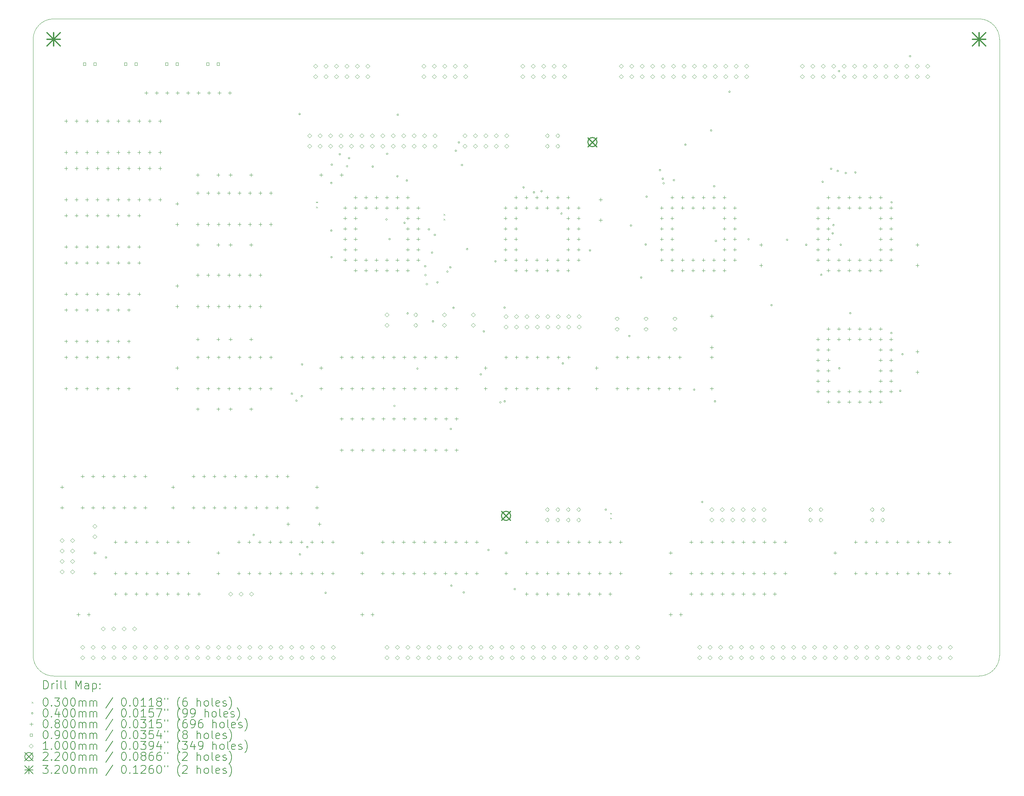
<source format=gbr>
%TF.GenerationSoftware,KiCad,Pcbnew,(6.0.11)*%
%TF.CreationDate,2023-08-29T17:20:11-04:00*%
%TF.ProjectId,input-output.Zilog,696e7075-742d-46f7-9574-7075742e5a69,rev?*%
%TF.SameCoordinates,Original*%
%TF.FileFunction,Drillmap*%
%TF.FilePolarity,Positive*%
%FSLAX45Y45*%
G04 Gerber Fmt 4.5, Leading zero omitted, Abs format (unit mm)*
G04 Created by KiCad (PCBNEW (6.0.11)) date 2023-08-29 17:20:11*
%MOMM*%
%LPD*%
G01*
G04 APERTURE LIST*
%ADD10C,0.050000*%
%ADD11C,0.200000*%
%ADD12C,0.030000*%
%ADD13C,0.040000*%
%ADD14C,0.080000*%
%ADD15C,0.090000*%
%ADD16C,0.100000*%
%ADD17C,0.220000*%
%ADD18C,0.320000*%
G04 APERTURE END LIST*
D10*
X3500000Y-7500000D02*
X3500000Y-22500000D01*
X4000000Y-23000000D02*
X26500000Y-23000000D01*
X27000000Y-22500000D02*
X27000000Y-7500000D01*
X26500000Y-7000000D02*
X4000000Y-7000000D01*
X26500000Y-23000000D02*
G75*
G03*
X27000000Y-22500000I0J500000D01*
G01*
X4000000Y-7000000D02*
G75*
G03*
X3500000Y-7500000I0J-500000D01*
G01*
X27000000Y-7500000D02*
G75*
G03*
X26500000Y-7000000I-500000J0D01*
G01*
X3500000Y-22500000D02*
G75*
G03*
X4000000Y-23000000I500000J0D01*
G01*
D11*
D12*
X10385000Y-11450000D02*
X10415000Y-11480000D01*
X10415000Y-11450000D02*
X10385000Y-11480000D01*
X10385000Y-11570000D02*
X10415000Y-11600000D01*
X10415000Y-11570000D02*
X10385000Y-11600000D01*
X13485000Y-11750000D02*
X13515000Y-11780000D01*
X13515000Y-11750000D02*
X13485000Y-11780000D01*
X13485000Y-11870000D02*
X13515000Y-11900000D01*
X13515000Y-11870000D02*
X13485000Y-11900000D01*
X17535000Y-19025000D02*
X17565000Y-19055000D01*
X17565000Y-19025000D02*
X17535000Y-19055000D01*
X17535000Y-19145000D02*
X17565000Y-19175000D01*
X17565000Y-19145000D02*
X17535000Y-19175000D01*
D13*
X5291800Y-20112760D02*
G75*
G03*
X5291800Y-20112760I-20000J0D01*
G01*
X8884300Y-19563570D02*
G75*
G03*
X8884300Y-19563570I-20000J0D01*
G01*
X9811280Y-16126460D02*
G75*
G03*
X9811280Y-16126460I-20000J0D01*
G01*
X9922030Y-16294610D02*
G75*
G03*
X9922030Y-16294610I-20000J0D01*
G01*
X10000330Y-9316160D02*
G75*
G03*
X10000330Y-9316160I-20000J0D01*
G01*
X10007140Y-20038070D02*
G75*
G03*
X10007140Y-20038070I-20000J0D01*
G01*
X10053500Y-16186020D02*
G75*
G03*
X10053500Y-16186020I-20000J0D01*
G01*
X10061430Y-15411360D02*
G75*
G03*
X10061430Y-15411360I-20000J0D01*
G01*
X10185460Y-19860580D02*
G75*
G03*
X10185460Y-19860580I-20000J0D01*
G01*
X10632100Y-20974660D02*
G75*
G03*
X10632100Y-20974660I-20000J0D01*
G01*
X10770200Y-10994490D02*
G75*
G03*
X10770200Y-10994490I-20000J0D01*
G01*
X10770820Y-12155880D02*
G75*
G03*
X10770820Y-12155880I-20000J0D01*
G01*
X10777780Y-12803130D02*
G75*
G03*
X10777780Y-12803130I-20000J0D01*
G01*
X10782180Y-10550380D02*
G75*
G03*
X10782180Y-10550380I-20000J0D01*
G01*
X10977370Y-10293830D02*
G75*
G03*
X10977370Y-10293830I-20000J0D01*
G01*
X11154360Y-10587830D02*
G75*
G03*
X11154360Y-10587830I-20000J0D01*
G01*
X11202450Y-10389510D02*
G75*
G03*
X11202450Y-10389510I-20000J0D01*
G01*
X11778090Y-10594440D02*
G75*
G03*
X11778090Y-10594440I-20000J0D01*
G01*
X12113130Y-11883190D02*
G75*
G03*
X12113130Y-11883190I-20000J0D01*
G01*
X12129460Y-10284410D02*
G75*
G03*
X12129460Y-10284410I-20000J0D01*
G01*
X12186250Y-12362000D02*
G75*
G03*
X12186250Y-12362000I-20000J0D01*
G01*
X12304990Y-16421880D02*
G75*
G03*
X12304990Y-16421880I-20000J0D01*
G01*
X12377490Y-10832030D02*
G75*
G03*
X12377490Y-10832030I-20000J0D01*
G01*
X12388040Y-9334510D02*
G75*
G03*
X12388040Y-9334510I-20000J0D01*
G01*
X12551360Y-11966600D02*
G75*
G03*
X12551360Y-11966600I-20000J0D01*
G01*
X12607080Y-10936750D02*
G75*
G03*
X12607080Y-10936750I-20000J0D01*
G01*
X12626620Y-14170520D02*
G75*
G03*
X12626620Y-14170520I-20000J0D01*
G01*
X12864500Y-15514490D02*
G75*
G03*
X12864500Y-15514490I-20000J0D01*
G01*
X13054600Y-13023390D02*
G75*
G03*
X13054600Y-13023390I-20000J0D01*
G01*
X13060500Y-13237680D02*
G75*
G03*
X13060500Y-13237680I-20000J0D01*
G01*
X13095430Y-13456760D02*
G75*
G03*
X13095430Y-13456760I-20000J0D01*
G01*
X13143420Y-12122730D02*
G75*
G03*
X13143420Y-12122730I-20000J0D01*
G01*
X13222060Y-12691830D02*
G75*
G03*
X13222060Y-12691830I-20000J0D01*
G01*
X13241700Y-14365300D02*
G75*
G03*
X13241700Y-14365300I-20000J0D01*
G01*
X13286810Y-12260550D02*
G75*
G03*
X13286810Y-12260550I-20000J0D01*
G01*
X13350510Y-13413710D02*
G75*
G03*
X13350510Y-13413710I-20000J0D01*
G01*
X13592740Y-13153740D02*
G75*
G03*
X13592740Y-13153740I-20000J0D01*
G01*
X13666130Y-13047410D02*
G75*
G03*
X13666130Y-13047410I-20000J0D01*
G01*
X13675580Y-16983450D02*
G75*
G03*
X13675580Y-16983450I-20000J0D01*
G01*
X13690460Y-20800750D02*
G75*
G03*
X13690460Y-20800750I-20000J0D01*
G01*
X13742230Y-14034960D02*
G75*
G03*
X13742230Y-14034960I-20000J0D01*
G01*
X13799150Y-10208970D02*
G75*
G03*
X13799150Y-10208970I-20000J0D01*
G01*
X13872710Y-10006310D02*
G75*
G03*
X13872710Y-10006310I-20000J0D01*
G01*
X13947270Y-10558150D02*
G75*
G03*
X13947270Y-10558150I-20000J0D01*
G01*
X13990170Y-20965160D02*
G75*
G03*
X13990170Y-20965160I-20000J0D01*
G01*
X14074230Y-12604330D02*
G75*
G03*
X14074230Y-12604330I-20000J0D01*
G01*
X14404390Y-15654620D02*
G75*
G03*
X14404390Y-15654620I-20000J0D01*
G01*
X14480150Y-14606980D02*
G75*
G03*
X14480150Y-14606980I-20000J0D01*
G01*
X14590280Y-19930570D02*
G75*
G03*
X14590280Y-19930570I-20000J0D01*
G01*
X14761610Y-12901000D02*
G75*
G03*
X14761610Y-12901000I-20000J0D01*
G01*
X14881330Y-16337810D02*
G75*
G03*
X14881330Y-16337810I-20000J0D01*
G01*
X14983620Y-14029360D02*
G75*
G03*
X14983620Y-14029360I-20000J0D01*
G01*
X14987840Y-16313380D02*
G75*
G03*
X14987840Y-16313380I-20000J0D01*
G01*
X15233540Y-20882820D02*
G75*
G03*
X15233540Y-20882820I-20000J0D01*
G01*
X15445180Y-11101480D02*
G75*
G03*
X15445180Y-11101480I-20000J0D01*
G01*
X15698160Y-11224720D02*
G75*
G03*
X15698160Y-11224720I-20000J0D01*
G01*
X15882060Y-11195670D02*
G75*
G03*
X15882060Y-11195670I-20000J0D01*
G01*
X16369520Y-11740270D02*
G75*
G03*
X16369520Y-11740270I-20000J0D01*
G01*
X16400370Y-15390150D02*
G75*
G03*
X16400370Y-15390150I-20000J0D01*
G01*
X17062570Y-12635520D02*
G75*
G03*
X17062570Y-12635520I-20000J0D01*
G01*
X17442890Y-18949500D02*
G75*
G03*
X17442890Y-18949500I-20000J0D01*
G01*
X18018660Y-14722290D02*
G75*
G03*
X18018660Y-14722290I-20000J0D01*
G01*
X18059120Y-12031390D02*
G75*
G03*
X18059120Y-12031390I-20000J0D01*
G01*
X18305820Y-13295220D02*
G75*
G03*
X18305820Y-13295220I-20000J0D01*
G01*
X18415980Y-12491890D02*
G75*
G03*
X18415980Y-12491890I-20000J0D01*
G01*
X18438580Y-11327440D02*
G75*
G03*
X18438580Y-11327440I-20000J0D01*
G01*
X18763070Y-10682270D02*
G75*
G03*
X18763070Y-10682270I-20000J0D01*
G01*
X18831260Y-10891160D02*
G75*
G03*
X18831260Y-10891160I-20000J0D01*
G01*
X18852450Y-11002640D02*
G75*
G03*
X18852450Y-11002640I-20000J0D01*
G01*
X19103260Y-10926200D02*
G75*
G03*
X19103260Y-10926200I-20000J0D01*
G01*
X19381040Y-10064300D02*
G75*
G03*
X19381040Y-10064300I-20000J0D01*
G01*
X19593490Y-16026510D02*
G75*
G03*
X19593490Y-16026510I-20000J0D01*
G01*
X19789150Y-18763480D02*
G75*
G03*
X19789150Y-18763480I-20000J0D01*
G01*
X20005770Y-9716650D02*
G75*
G03*
X20005770Y-9716650I-20000J0D01*
G01*
X20082130Y-11075450D02*
G75*
G03*
X20082130Y-11075450I-20000J0D01*
G01*
X20100350Y-16313380D02*
G75*
G03*
X20100350Y-16313380I-20000J0D01*
G01*
X20122820Y-12406630D02*
G75*
G03*
X20122820Y-12406630I-20000J0D01*
G01*
X20452630Y-8774250D02*
G75*
G03*
X20452630Y-8774250I-20000J0D01*
G01*
X20916190Y-12365260D02*
G75*
G03*
X20916190Y-12365260I-20000J0D01*
G01*
X21473820Y-13970750D02*
G75*
G03*
X21473820Y-13970750I-20000J0D01*
G01*
X21853790Y-12379580D02*
G75*
G03*
X21853790Y-12379580I-20000J0D01*
G01*
X22318280Y-12500120D02*
G75*
G03*
X22318280Y-12500120I-20000J0D01*
G01*
X22684210Y-13231770D02*
G75*
G03*
X22684210Y-13231770I-20000J0D01*
G01*
X22718840Y-10967850D02*
G75*
G03*
X22718840Y-10967850I-20000J0D01*
G01*
X22925440Y-10649580D02*
G75*
G03*
X22925440Y-10649580I-20000J0D01*
G01*
X22961660Y-12219380D02*
G75*
G03*
X22961660Y-12219380I-20000J0D01*
G01*
X22981860Y-12019720D02*
G75*
G03*
X22981860Y-12019720I-20000J0D01*
G01*
X23085760Y-10703920D02*
G75*
G03*
X23085760Y-10703920I-20000J0D01*
G01*
X23115670Y-8273000D02*
G75*
G03*
X23115670Y-8273000I-20000J0D01*
G01*
X23123910Y-15507390D02*
G75*
G03*
X23123910Y-15507390I-20000J0D01*
G01*
X23159710Y-12500120D02*
G75*
G03*
X23159710Y-12500120I-20000J0D01*
G01*
X23281560Y-10753370D02*
G75*
G03*
X23281560Y-10753370I-20000J0D01*
G01*
X23390960Y-14165750D02*
G75*
G03*
X23390960Y-14165750I-20000J0D01*
G01*
X23514480Y-10738210D02*
G75*
G03*
X23514480Y-10738210I-20000J0D01*
G01*
X24389760Y-14649660D02*
G75*
G03*
X24389760Y-14649660I-20000J0D01*
G01*
X24395130Y-11465600D02*
G75*
G03*
X24395130Y-11465600I-20000J0D01*
G01*
X24604400Y-16055650D02*
G75*
G03*
X24604400Y-16055650I-20000J0D01*
G01*
X24659730Y-15165070D02*
G75*
G03*
X24659730Y-15165070I-20000J0D01*
G01*
X24844550Y-7909290D02*
G75*
G03*
X24844550Y-7909290I-20000J0D01*
G01*
D14*
X4200000Y-18360000D02*
X4200000Y-18440000D01*
X4160000Y-18400000D02*
X4240000Y-18400000D01*
X4200000Y-18860000D02*
X4200000Y-18940000D01*
X4160000Y-18900000D02*
X4240000Y-18900000D01*
X4300000Y-9448000D02*
X4300000Y-9528000D01*
X4260000Y-9488000D02*
X4340000Y-9488000D01*
X4300000Y-10210000D02*
X4300000Y-10290000D01*
X4260000Y-10250000D02*
X4340000Y-10250000D01*
X4300000Y-10598000D02*
X4300000Y-10678000D01*
X4260000Y-10638000D02*
X4340000Y-10638000D01*
X4300000Y-11360000D02*
X4300000Y-11440000D01*
X4260000Y-11400000D02*
X4340000Y-11400000D01*
X4300000Y-11748000D02*
X4300000Y-11828000D01*
X4260000Y-11788000D02*
X4340000Y-11788000D01*
X4300000Y-12510000D02*
X4300000Y-12590000D01*
X4260000Y-12550000D02*
X4340000Y-12550000D01*
X4300000Y-12898000D02*
X4300000Y-12978000D01*
X4260000Y-12938000D02*
X4340000Y-12938000D01*
X4300000Y-13660000D02*
X4300000Y-13740000D01*
X4260000Y-13700000D02*
X4340000Y-13700000D01*
X4300000Y-14048000D02*
X4300000Y-14128000D01*
X4260000Y-14088000D02*
X4340000Y-14088000D01*
X4300000Y-14810000D02*
X4300000Y-14890000D01*
X4260000Y-14850000D02*
X4340000Y-14850000D01*
X4300000Y-15198000D02*
X4300000Y-15278000D01*
X4260000Y-15238000D02*
X4340000Y-15238000D01*
X4300000Y-15960000D02*
X4300000Y-16040000D01*
X4260000Y-16000000D02*
X4340000Y-16000000D01*
X4554000Y-9448000D02*
X4554000Y-9528000D01*
X4514000Y-9488000D02*
X4594000Y-9488000D01*
X4554000Y-10210000D02*
X4554000Y-10290000D01*
X4514000Y-10250000D02*
X4594000Y-10250000D01*
X4554000Y-10598000D02*
X4554000Y-10678000D01*
X4514000Y-10638000D02*
X4594000Y-10638000D01*
X4554000Y-11360000D02*
X4554000Y-11440000D01*
X4514000Y-11400000D02*
X4594000Y-11400000D01*
X4554000Y-11748000D02*
X4554000Y-11828000D01*
X4514000Y-11788000D02*
X4594000Y-11788000D01*
X4554000Y-12510000D02*
X4554000Y-12590000D01*
X4514000Y-12550000D02*
X4594000Y-12550000D01*
X4554000Y-12898000D02*
X4554000Y-12978000D01*
X4514000Y-12938000D02*
X4594000Y-12938000D01*
X4554000Y-13660000D02*
X4554000Y-13740000D01*
X4514000Y-13700000D02*
X4594000Y-13700000D01*
X4554000Y-14048000D02*
X4554000Y-14128000D01*
X4514000Y-14088000D02*
X4594000Y-14088000D01*
X4554000Y-14810000D02*
X4554000Y-14890000D01*
X4514000Y-14850000D02*
X4594000Y-14850000D01*
X4554000Y-15198000D02*
X4554000Y-15278000D01*
X4514000Y-15238000D02*
X4594000Y-15238000D01*
X4554000Y-15960000D02*
X4554000Y-16040000D01*
X4514000Y-16000000D02*
X4594000Y-16000000D01*
X4600000Y-21460000D02*
X4600000Y-21540000D01*
X4560000Y-21500000D02*
X4640000Y-21500000D01*
X4700000Y-18098000D02*
X4700000Y-18178000D01*
X4660000Y-18138000D02*
X4740000Y-18138000D01*
X4700000Y-18860000D02*
X4700000Y-18940000D01*
X4660000Y-18900000D02*
X4740000Y-18900000D01*
X4808000Y-9448000D02*
X4808000Y-9528000D01*
X4768000Y-9488000D02*
X4848000Y-9488000D01*
X4808000Y-10210000D02*
X4808000Y-10290000D01*
X4768000Y-10250000D02*
X4848000Y-10250000D01*
X4808000Y-10598000D02*
X4808000Y-10678000D01*
X4768000Y-10638000D02*
X4848000Y-10638000D01*
X4808000Y-11360000D02*
X4808000Y-11440000D01*
X4768000Y-11400000D02*
X4848000Y-11400000D01*
X4808000Y-11748000D02*
X4808000Y-11828000D01*
X4768000Y-11788000D02*
X4848000Y-11788000D01*
X4808000Y-12510000D02*
X4808000Y-12590000D01*
X4768000Y-12550000D02*
X4848000Y-12550000D01*
X4808000Y-12898000D02*
X4808000Y-12978000D01*
X4768000Y-12938000D02*
X4848000Y-12938000D01*
X4808000Y-13660000D02*
X4808000Y-13740000D01*
X4768000Y-13700000D02*
X4848000Y-13700000D01*
X4808000Y-14048000D02*
X4808000Y-14128000D01*
X4768000Y-14088000D02*
X4848000Y-14088000D01*
X4808000Y-14810000D02*
X4808000Y-14890000D01*
X4768000Y-14850000D02*
X4848000Y-14850000D01*
X4808000Y-15198000D02*
X4808000Y-15278000D01*
X4768000Y-15238000D02*
X4848000Y-15238000D01*
X4808000Y-15960000D02*
X4808000Y-16040000D01*
X4768000Y-16000000D02*
X4848000Y-16000000D01*
X4850000Y-21460000D02*
X4850000Y-21540000D01*
X4810000Y-21500000D02*
X4890000Y-21500000D01*
X4954000Y-18098000D02*
X4954000Y-18178000D01*
X4914000Y-18138000D02*
X4994000Y-18138000D01*
X4954000Y-18860000D02*
X4954000Y-18940000D01*
X4914000Y-18900000D02*
X4994000Y-18900000D01*
X5000000Y-19960000D02*
X5000000Y-20040000D01*
X4960000Y-20000000D02*
X5040000Y-20000000D01*
X5000000Y-20460000D02*
X5000000Y-20540000D01*
X4960000Y-20500000D02*
X5040000Y-20500000D01*
X5062000Y-9448000D02*
X5062000Y-9528000D01*
X5022000Y-9488000D02*
X5102000Y-9488000D01*
X5062000Y-10210000D02*
X5062000Y-10290000D01*
X5022000Y-10250000D02*
X5102000Y-10250000D01*
X5062000Y-10598000D02*
X5062000Y-10678000D01*
X5022000Y-10638000D02*
X5102000Y-10638000D01*
X5062000Y-11360000D02*
X5062000Y-11440000D01*
X5022000Y-11400000D02*
X5102000Y-11400000D01*
X5062000Y-11748000D02*
X5062000Y-11828000D01*
X5022000Y-11788000D02*
X5102000Y-11788000D01*
X5062000Y-12510000D02*
X5062000Y-12590000D01*
X5022000Y-12550000D02*
X5102000Y-12550000D01*
X5062000Y-12898000D02*
X5062000Y-12978000D01*
X5022000Y-12938000D02*
X5102000Y-12938000D01*
X5062000Y-13660000D02*
X5062000Y-13740000D01*
X5022000Y-13700000D02*
X5102000Y-13700000D01*
X5062000Y-14048000D02*
X5062000Y-14128000D01*
X5022000Y-14088000D02*
X5102000Y-14088000D01*
X5062000Y-14810000D02*
X5062000Y-14890000D01*
X5022000Y-14850000D02*
X5102000Y-14850000D01*
X5062000Y-15198000D02*
X5062000Y-15278000D01*
X5022000Y-15238000D02*
X5102000Y-15238000D01*
X5062000Y-15960000D02*
X5062000Y-16040000D01*
X5022000Y-16000000D02*
X5102000Y-16000000D01*
X5208000Y-18098000D02*
X5208000Y-18178000D01*
X5168000Y-18138000D02*
X5248000Y-18138000D01*
X5208000Y-18860000D02*
X5208000Y-18940000D01*
X5168000Y-18900000D02*
X5248000Y-18900000D01*
X5316000Y-9448000D02*
X5316000Y-9528000D01*
X5276000Y-9488000D02*
X5356000Y-9488000D01*
X5316000Y-10210000D02*
X5316000Y-10290000D01*
X5276000Y-10250000D02*
X5356000Y-10250000D01*
X5316000Y-10598000D02*
X5316000Y-10678000D01*
X5276000Y-10638000D02*
X5356000Y-10638000D01*
X5316000Y-11360000D02*
X5316000Y-11440000D01*
X5276000Y-11400000D02*
X5356000Y-11400000D01*
X5316000Y-11748000D02*
X5316000Y-11828000D01*
X5276000Y-11788000D02*
X5356000Y-11788000D01*
X5316000Y-12510000D02*
X5316000Y-12590000D01*
X5276000Y-12550000D02*
X5356000Y-12550000D01*
X5316000Y-12898000D02*
X5316000Y-12978000D01*
X5276000Y-12938000D02*
X5356000Y-12938000D01*
X5316000Y-13660000D02*
X5316000Y-13740000D01*
X5276000Y-13700000D02*
X5356000Y-13700000D01*
X5316000Y-14048000D02*
X5316000Y-14128000D01*
X5276000Y-14088000D02*
X5356000Y-14088000D01*
X5316000Y-14810000D02*
X5316000Y-14890000D01*
X5276000Y-14850000D02*
X5356000Y-14850000D01*
X5316000Y-15198000D02*
X5316000Y-15278000D01*
X5276000Y-15238000D02*
X5356000Y-15238000D01*
X5316000Y-15960000D02*
X5316000Y-16040000D01*
X5276000Y-16000000D02*
X5356000Y-16000000D01*
X5462000Y-18098000D02*
X5462000Y-18178000D01*
X5422000Y-18138000D02*
X5502000Y-18138000D01*
X5462000Y-18860000D02*
X5462000Y-18940000D01*
X5422000Y-18900000D02*
X5502000Y-18900000D01*
X5500000Y-19698000D02*
X5500000Y-19778000D01*
X5460000Y-19738000D02*
X5540000Y-19738000D01*
X5500000Y-20460000D02*
X5500000Y-20540000D01*
X5460000Y-20500000D02*
X5540000Y-20500000D01*
X5500000Y-20960000D02*
X5500000Y-21040000D01*
X5460000Y-21000000D02*
X5540000Y-21000000D01*
X5570000Y-9448000D02*
X5570000Y-9528000D01*
X5530000Y-9488000D02*
X5610000Y-9488000D01*
X5570000Y-10210000D02*
X5570000Y-10290000D01*
X5530000Y-10250000D02*
X5610000Y-10250000D01*
X5570000Y-10598000D02*
X5570000Y-10678000D01*
X5530000Y-10638000D02*
X5610000Y-10638000D01*
X5570000Y-11360000D02*
X5570000Y-11440000D01*
X5530000Y-11400000D02*
X5610000Y-11400000D01*
X5570000Y-11748000D02*
X5570000Y-11828000D01*
X5530000Y-11788000D02*
X5610000Y-11788000D01*
X5570000Y-12510000D02*
X5570000Y-12590000D01*
X5530000Y-12550000D02*
X5610000Y-12550000D01*
X5570000Y-12898000D02*
X5570000Y-12978000D01*
X5530000Y-12938000D02*
X5610000Y-12938000D01*
X5570000Y-13660000D02*
X5570000Y-13740000D01*
X5530000Y-13700000D02*
X5610000Y-13700000D01*
X5570000Y-14048000D02*
X5570000Y-14128000D01*
X5530000Y-14088000D02*
X5610000Y-14088000D01*
X5570000Y-14810000D02*
X5570000Y-14890000D01*
X5530000Y-14850000D02*
X5610000Y-14850000D01*
X5570000Y-15198000D02*
X5570000Y-15278000D01*
X5530000Y-15238000D02*
X5610000Y-15238000D01*
X5570000Y-15960000D02*
X5570000Y-16040000D01*
X5530000Y-16000000D02*
X5610000Y-16000000D01*
X5716000Y-18098000D02*
X5716000Y-18178000D01*
X5676000Y-18138000D02*
X5756000Y-18138000D01*
X5716000Y-18860000D02*
X5716000Y-18940000D01*
X5676000Y-18900000D02*
X5756000Y-18900000D01*
X5754000Y-19698000D02*
X5754000Y-19778000D01*
X5714000Y-19738000D02*
X5794000Y-19738000D01*
X5754000Y-20460000D02*
X5754000Y-20540000D01*
X5714000Y-20500000D02*
X5794000Y-20500000D01*
X5754000Y-20960000D02*
X5754000Y-21040000D01*
X5714000Y-21000000D02*
X5794000Y-21000000D01*
X5824000Y-9448000D02*
X5824000Y-9528000D01*
X5784000Y-9488000D02*
X5864000Y-9488000D01*
X5824000Y-10210000D02*
X5824000Y-10290000D01*
X5784000Y-10250000D02*
X5864000Y-10250000D01*
X5824000Y-10598000D02*
X5824000Y-10678000D01*
X5784000Y-10638000D02*
X5864000Y-10638000D01*
X5824000Y-11360000D02*
X5824000Y-11440000D01*
X5784000Y-11400000D02*
X5864000Y-11400000D01*
X5824000Y-11748000D02*
X5824000Y-11828000D01*
X5784000Y-11788000D02*
X5864000Y-11788000D01*
X5824000Y-12510000D02*
X5824000Y-12590000D01*
X5784000Y-12550000D02*
X5864000Y-12550000D01*
X5824000Y-12898000D02*
X5824000Y-12978000D01*
X5784000Y-12938000D02*
X5864000Y-12938000D01*
X5824000Y-13660000D02*
X5824000Y-13740000D01*
X5784000Y-13700000D02*
X5864000Y-13700000D01*
X5824000Y-14048000D02*
X5824000Y-14128000D01*
X5784000Y-14088000D02*
X5864000Y-14088000D01*
X5824000Y-14810000D02*
X5824000Y-14890000D01*
X5784000Y-14850000D02*
X5864000Y-14850000D01*
X5824000Y-15198000D02*
X5824000Y-15278000D01*
X5784000Y-15238000D02*
X5864000Y-15238000D01*
X5824000Y-15960000D02*
X5824000Y-16040000D01*
X5784000Y-16000000D02*
X5864000Y-16000000D01*
X5970000Y-18098000D02*
X5970000Y-18178000D01*
X5930000Y-18138000D02*
X6010000Y-18138000D01*
X5970000Y-18860000D02*
X5970000Y-18940000D01*
X5930000Y-18900000D02*
X6010000Y-18900000D01*
X6008000Y-19698000D02*
X6008000Y-19778000D01*
X5968000Y-19738000D02*
X6048000Y-19738000D01*
X6008000Y-20460000D02*
X6008000Y-20540000D01*
X5968000Y-20500000D02*
X6048000Y-20500000D01*
X6008000Y-20960000D02*
X6008000Y-21040000D01*
X5968000Y-21000000D02*
X6048000Y-21000000D01*
X6078000Y-9448000D02*
X6078000Y-9528000D01*
X6038000Y-9488000D02*
X6118000Y-9488000D01*
X6078000Y-10210000D02*
X6078000Y-10290000D01*
X6038000Y-10250000D02*
X6118000Y-10250000D01*
X6078000Y-10598000D02*
X6078000Y-10678000D01*
X6038000Y-10638000D02*
X6118000Y-10638000D01*
X6078000Y-11360000D02*
X6078000Y-11440000D01*
X6038000Y-11400000D02*
X6118000Y-11400000D01*
X6078000Y-11748000D02*
X6078000Y-11828000D01*
X6038000Y-11788000D02*
X6118000Y-11788000D01*
X6078000Y-12510000D02*
X6078000Y-12590000D01*
X6038000Y-12550000D02*
X6118000Y-12550000D01*
X6078000Y-12898000D02*
X6078000Y-12978000D01*
X6038000Y-12938000D02*
X6118000Y-12938000D01*
X6078000Y-13660000D02*
X6078000Y-13740000D01*
X6038000Y-13700000D02*
X6118000Y-13700000D01*
X6224000Y-18098000D02*
X6224000Y-18178000D01*
X6184000Y-18138000D02*
X6264000Y-18138000D01*
X6224000Y-18860000D02*
X6224000Y-18940000D01*
X6184000Y-18900000D02*
X6264000Y-18900000D01*
X6250000Y-8760000D02*
X6250000Y-8840000D01*
X6210000Y-8800000D02*
X6290000Y-8800000D01*
X6262000Y-19698000D02*
X6262000Y-19778000D01*
X6222000Y-19738000D02*
X6302000Y-19738000D01*
X6262000Y-20460000D02*
X6262000Y-20540000D01*
X6222000Y-20500000D02*
X6302000Y-20500000D01*
X6262000Y-20960000D02*
X6262000Y-21040000D01*
X6222000Y-21000000D02*
X6302000Y-21000000D01*
X6332000Y-9448000D02*
X6332000Y-9528000D01*
X6292000Y-9488000D02*
X6372000Y-9488000D01*
X6332000Y-10210000D02*
X6332000Y-10290000D01*
X6292000Y-10250000D02*
X6372000Y-10250000D01*
X6332000Y-10598000D02*
X6332000Y-10678000D01*
X6292000Y-10638000D02*
X6372000Y-10638000D01*
X6332000Y-11360000D02*
X6332000Y-11440000D01*
X6292000Y-11400000D02*
X6372000Y-11400000D01*
X6504000Y-8760000D02*
X6504000Y-8840000D01*
X6464000Y-8800000D02*
X6544000Y-8800000D01*
X6516000Y-19698000D02*
X6516000Y-19778000D01*
X6476000Y-19738000D02*
X6556000Y-19738000D01*
X6516000Y-20460000D02*
X6516000Y-20540000D01*
X6476000Y-20500000D02*
X6556000Y-20500000D01*
X6516000Y-20960000D02*
X6516000Y-21040000D01*
X6476000Y-21000000D02*
X6556000Y-21000000D01*
X6586000Y-9448000D02*
X6586000Y-9528000D01*
X6546000Y-9488000D02*
X6626000Y-9488000D01*
X6586000Y-10210000D02*
X6586000Y-10290000D01*
X6546000Y-10250000D02*
X6626000Y-10250000D01*
X6586000Y-10598000D02*
X6586000Y-10678000D01*
X6546000Y-10638000D02*
X6626000Y-10638000D01*
X6586000Y-11360000D02*
X6586000Y-11440000D01*
X6546000Y-11400000D02*
X6626000Y-11400000D01*
X6758000Y-8760000D02*
X6758000Y-8840000D01*
X6718000Y-8800000D02*
X6798000Y-8800000D01*
X6770000Y-19698000D02*
X6770000Y-19778000D01*
X6730000Y-19738000D02*
X6810000Y-19738000D01*
X6770000Y-20460000D02*
X6770000Y-20540000D01*
X6730000Y-20500000D02*
X6810000Y-20500000D01*
X6770000Y-20960000D02*
X6770000Y-21040000D01*
X6730000Y-21000000D02*
X6810000Y-21000000D01*
X6900000Y-18360000D02*
X6900000Y-18440000D01*
X6860000Y-18400000D02*
X6940000Y-18400000D01*
X6900000Y-18860000D02*
X6900000Y-18940000D01*
X6860000Y-18900000D02*
X6940000Y-18900000D01*
X7000000Y-11460000D02*
X7000000Y-11540000D01*
X6960000Y-11500000D02*
X7040000Y-11500000D01*
X7000000Y-11960000D02*
X7000000Y-12040000D01*
X6960000Y-12000000D02*
X7040000Y-12000000D01*
X7000000Y-13460000D02*
X7000000Y-13540000D01*
X6960000Y-13500000D02*
X7040000Y-13500000D01*
X7000000Y-13960000D02*
X7000000Y-14040000D01*
X6960000Y-14000000D02*
X7040000Y-14000000D01*
X7000000Y-15460000D02*
X7000000Y-15540000D01*
X6960000Y-15500000D02*
X7040000Y-15500000D01*
X7000000Y-15960000D02*
X7000000Y-16040000D01*
X6960000Y-16000000D02*
X7040000Y-16000000D01*
X7012000Y-8760000D02*
X7012000Y-8840000D01*
X6972000Y-8800000D02*
X7052000Y-8800000D01*
X7024000Y-19698000D02*
X7024000Y-19778000D01*
X6984000Y-19738000D02*
X7064000Y-19738000D01*
X7024000Y-20460000D02*
X7024000Y-20540000D01*
X6984000Y-20500000D02*
X7064000Y-20500000D01*
X7024000Y-20960000D02*
X7024000Y-21040000D01*
X6984000Y-21000000D02*
X7064000Y-21000000D01*
X7266000Y-8760000D02*
X7266000Y-8840000D01*
X7226000Y-8800000D02*
X7306000Y-8800000D01*
X7278000Y-19698000D02*
X7278000Y-19778000D01*
X7238000Y-19738000D02*
X7318000Y-19738000D01*
X7278000Y-20460000D02*
X7278000Y-20540000D01*
X7238000Y-20500000D02*
X7318000Y-20500000D01*
X7278000Y-20960000D02*
X7278000Y-21040000D01*
X7238000Y-21000000D02*
X7318000Y-21000000D01*
X7400000Y-18098000D02*
X7400000Y-18178000D01*
X7360000Y-18138000D02*
X7440000Y-18138000D01*
X7400000Y-18860000D02*
X7400000Y-18940000D01*
X7360000Y-18900000D02*
X7440000Y-18900000D01*
X7500000Y-10760000D02*
X7500000Y-10840000D01*
X7460000Y-10800000D02*
X7540000Y-10800000D01*
X7500000Y-11198000D02*
X7500000Y-11278000D01*
X7460000Y-11238000D02*
X7540000Y-11238000D01*
X7500000Y-11960000D02*
X7500000Y-12040000D01*
X7460000Y-12000000D02*
X7540000Y-12000000D01*
X7500000Y-12460000D02*
X7500000Y-12540000D01*
X7460000Y-12500000D02*
X7540000Y-12500000D01*
X7500000Y-13198000D02*
X7500000Y-13278000D01*
X7460000Y-13238000D02*
X7540000Y-13238000D01*
X7500000Y-13960000D02*
X7500000Y-14040000D01*
X7460000Y-14000000D02*
X7540000Y-14000000D01*
X7500000Y-14760000D02*
X7500000Y-14840000D01*
X7460000Y-14800000D02*
X7540000Y-14800000D01*
X7500000Y-15198000D02*
X7500000Y-15278000D01*
X7460000Y-15238000D02*
X7540000Y-15238000D01*
X7500000Y-15960000D02*
X7500000Y-16040000D01*
X7460000Y-16000000D02*
X7540000Y-16000000D01*
X7500000Y-16460000D02*
X7500000Y-16540000D01*
X7460000Y-16500000D02*
X7540000Y-16500000D01*
X7520000Y-8760000D02*
X7520000Y-8840000D01*
X7480000Y-8800000D02*
X7560000Y-8800000D01*
X7532000Y-20960000D02*
X7532000Y-21040000D01*
X7492000Y-21000000D02*
X7572000Y-21000000D01*
X7654000Y-18098000D02*
X7654000Y-18178000D01*
X7614000Y-18138000D02*
X7694000Y-18138000D01*
X7654000Y-18860000D02*
X7654000Y-18940000D01*
X7614000Y-18900000D02*
X7694000Y-18900000D01*
X7754000Y-11198000D02*
X7754000Y-11278000D01*
X7714000Y-11238000D02*
X7794000Y-11238000D01*
X7754000Y-11960000D02*
X7754000Y-12040000D01*
X7714000Y-12000000D02*
X7794000Y-12000000D01*
X7754000Y-13198000D02*
X7754000Y-13278000D01*
X7714000Y-13238000D02*
X7794000Y-13238000D01*
X7754000Y-13960000D02*
X7754000Y-14040000D01*
X7714000Y-14000000D02*
X7794000Y-14000000D01*
X7754000Y-15198000D02*
X7754000Y-15278000D01*
X7714000Y-15238000D02*
X7794000Y-15238000D01*
X7754000Y-15960000D02*
X7754000Y-16040000D01*
X7714000Y-16000000D02*
X7794000Y-16000000D01*
X7774000Y-8760000D02*
X7774000Y-8840000D01*
X7734000Y-8800000D02*
X7814000Y-8800000D01*
X7908000Y-18098000D02*
X7908000Y-18178000D01*
X7868000Y-18138000D02*
X7948000Y-18138000D01*
X7908000Y-18860000D02*
X7908000Y-18940000D01*
X7868000Y-18900000D02*
X7948000Y-18900000D01*
X8000000Y-10760000D02*
X8000000Y-10840000D01*
X7960000Y-10800000D02*
X8040000Y-10800000D01*
X8000000Y-12460000D02*
X8000000Y-12540000D01*
X7960000Y-12500000D02*
X8040000Y-12500000D01*
X8000000Y-14760000D02*
X8000000Y-14840000D01*
X7960000Y-14800000D02*
X8040000Y-14800000D01*
X8000000Y-16460000D02*
X8000000Y-16540000D01*
X7960000Y-16500000D02*
X8040000Y-16500000D01*
X8000000Y-19960000D02*
X8000000Y-20040000D01*
X7960000Y-20000000D02*
X8040000Y-20000000D01*
X8000000Y-20460000D02*
X8000000Y-20540000D01*
X7960000Y-20500000D02*
X8040000Y-20500000D01*
X8008000Y-11198000D02*
X8008000Y-11278000D01*
X7968000Y-11238000D02*
X8048000Y-11238000D01*
X8008000Y-11960000D02*
X8008000Y-12040000D01*
X7968000Y-12000000D02*
X8048000Y-12000000D01*
X8008000Y-13198000D02*
X8008000Y-13278000D01*
X7968000Y-13238000D02*
X8048000Y-13238000D01*
X8008000Y-13960000D02*
X8008000Y-14040000D01*
X7968000Y-14000000D02*
X8048000Y-14000000D01*
X8008000Y-15198000D02*
X8008000Y-15278000D01*
X7968000Y-15238000D02*
X8048000Y-15238000D01*
X8008000Y-15960000D02*
X8008000Y-16040000D01*
X7968000Y-16000000D02*
X8048000Y-16000000D01*
X8028000Y-8760000D02*
X8028000Y-8840000D01*
X7988000Y-8800000D02*
X8068000Y-8800000D01*
X8162000Y-18098000D02*
X8162000Y-18178000D01*
X8122000Y-18138000D02*
X8202000Y-18138000D01*
X8162000Y-18860000D02*
X8162000Y-18940000D01*
X8122000Y-18900000D02*
X8202000Y-18900000D01*
X8262000Y-11198000D02*
X8262000Y-11278000D01*
X8222000Y-11238000D02*
X8302000Y-11238000D01*
X8262000Y-11960000D02*
X8262000Y-12040000D01*
X8222000Y-12000000D02*
X8302000Y-12000000D01*
X8262000Y-13198000D02*
X8262000Y-13278000D01*
X8222000Y-13238000D02*
X8302000Y-13238000D01*
X8262000Y-13960000D02*
X8262000Y-14040000D01*
X8222000Y-14000000D02*
X8302000Y-14000000D01*
X8262000Y-15198000D02*
X8262000Y-15278000D01*
X8222000Y-15238000D02*
X8302000Y-15238000D01*
X8262000Y-15960000D02*
X8262000Y-16040000D01*
X8222000Y-16000000D02*
X8302000Y-16000000D01*
X8282000Y-8760000D02*
X8282000Y-8840000D01*
X8242000Y-8800000D02*
X8322000Y-8800000D01*
X8300000Y-10760000D02*
X8300000Y-10840000D01*
X8260000Y-10800000D02*
X8340000Y-10800000D01*
X8300000Y-12460000D02*
X8300000Y-12540000D01*
X8260000Y-12500000D02*
X8340000Y-12500000D01*
X8300000Y-14760000D02*
X8300000Y-14840000D01*
X8260000Y-14800000D02*
X8340000Y-14800000D01*
X8300000Y-16460000D02*
X8300000Y-16540000D01*
X8260000Y-16500000D02*
X8340000Y-16500000D01*
X8416000Y-18098000D02*
X8416000Y-18178000D01*
X8376000Y-18138000D02*
X8456000Y-18138000D01*
X8416000Y-18860000D02*
X8416000Y-18940000D01*
X8376000Y-18900000D02*
X8456000Y-18900000D01*
X8500000Y-19698000D02*
X8500000Y-19778000D01*
X8460000Y-19738000D02*
X8540000Y-19738000D01*
X8500000Y-20460000D02*
X8500000Y-20540000D01*
X8460000Y-20500000D02*
X8540000Y-20500000D01*
X8516000Y-11198000D02*
X8516000Y-11278000D01*
X8476000Y-11238000D02*
X8556000Y-11238000D01*
X8516000Y-11960000D02*
X8516000Y-12040000D01*
X8476000Y-12000000D02*
X8556000Y-12000000D01*
X8516000Y-13198000D02*
X8516000Y-13278000D01*
X8476000Y-13238000D02*
X8556000Y-13238000D01*
X8516000Y-13960000D02*
X8516000Y-14040000D01*
X8476000Y-14000000D02*
X8556000Y-14000000D01*
X8516000Y-15198000D02*
X8516000Y-15278000D01*
X8476000Y-15238000D02*
X8556000Y-15238000D01*
X8516000Y-15960000D02*
X8516000Y-16040000D01*
X8476000Y-16000000D02*
X8556000Y-16000000D01*
X8670000Y-18098000D02*
X8670000Y-18178000D01*
X8630000Y-18138000D02*
X8710000Y-18138000D01*
X8670000Y-18860000D02*
X8670000Y-18940000D01*
X8630000Y-18900000D02*
X8710000Y-18900000D01*
X8754000Y-19698000D02*
X8754000Y-19778000D01*
X8714000Y-19738000D02*
X8794000Y-19738000D01*
X8754000Y-20460000D02*
X8754000Y-20540000D01*
X8714000Y-20500000D02*
X8794000Y-20500000D01*
X8770000Y-11198000D02*
X8770000Y-11278000D01*
X8730000Y-11238000D02*
X8810000Y-11238000D01*
X8770000Y-11960000D02*
X8770000Y-12040000D01*
X8730000Y-12000000D02*
X8810000Y-12000000D01*
X8770000Y-13198000D02*
X8770000Y-13278000D01*
X8730000Y-13238000D02*
X8810000Y-13238000D01*
X8770000Y-13960000D02*
X8770000Y-14040000D01*
X8730000Y-14000000D02*
X8810000Y-14000000D01*
X8770000Y-15198000D02*
X8770000Y-15278000D01*
X8730000Y-15238000D02*
X8810000Y-15238000D01*
X8770000Y-15960000D02*
X8770000Y-16040000D01*
X8730000Y-16000000D02*
X8810000Y-16000000D01*
X8800000Y-10760000D02*
X8800000Y-10840000D01*
X8760000Y-10800000D02*
X8840000Y-10800000D01*
X8800000Y-12460000D02*
X8800000Y-12540000D01*
X8760000Y-12500000D02*
X8840000Y-12500000D01*
X8800000Y-14760000D02*
X8800000Y-14840000D01*
X8760000Y-14800000D02*
X8840000Y-14800000D01*
X8800000Y-16460000D02*
X8800000Y-16540000D01*
X8760000Y-16500000D02*
X8840000Y-16500000D01*
X8924000Y-18098000D02*
X8924000Y-18178000D01*
X8884000Y-18138000D02*
X8964000Y-18138000D01*
X8924000Y-18860000D02*
X8924000Y-18940000D01*
X8884000Y-18900000D02*
X8964000Y-18900000D01*
X9008000Y-19698000D02*
X9008000Y-19778000D01*
X8968000Y-19738000D02*
X9048000Y-19738000D01*
X9008000Y-20460000D02*
X9008000Y-20540000D01*
X8968000Y-20500000D02*
X9048000Y-20500000D01*
X9024000Y-11198000D02*
X9024000Y-11278000D01*
X8984000Y-11238000D02*
X9064000Y-11238000D01*
X9024000Y-11960000D02*
X9024000Y-12040000D01*
X8984000Y-12000000D02*
X9064000Y-12000000D01*
X9024000Y-13198000D02*
X9024000Y-13278000D01*
X8984000Y-13238000D02*
X9064000Y-13238000D01*
X9024000Y-13960000D02*
X9024000Y-14040000D01*
X8984000Y-14000000D02*
X9064000Y-14000000D01*
X9024000Y-15198000D02*
X9024000Y-15278000D01*
X8984000Y-15238000D02*
X9064000Y-15238000D01*
X9024000Y-15960000D02*
X9024000Y-16040000D01*
X8984000Y-16000000D02*
X9064000Y-16000000D01*
X9178000Y-18098000D02*
X9178000Y-18178000D01*
X9138000Y-18138000D02*
X9218000Y-18138000D01*
X9178000Y-18860000D02*
X9178000Y-18940000D01*
X9138000Y-18900000D02*
X9218000Y-18900000D01*
X9262000Y-19698000D02*
X9262000Y-19778000D01*
X9222000Y-19738000D02*
X9302000Y-19738000D01*
X9262000Y-20460000D02*
X9262000Y-20540000D01*
X9222000Y-20500000D02*
X9302000Y-20500000D01*
X9278000Y-11198000D02*
X9278000Y-11278000D01*
X9238000Y-11238000D02*
X9318000Y-11238000D01*
X9278000Y-11960000D02*
X9278000Y-12040000D01*
X9238000Y-12000000D02*
X9318000Y-12000000D01*
X9278000Y-15198000D02*
X9278000Y-15278000D01*
X9238000Y-15238000D02*
X9318000Y-15238000D01*
X9278000Y-15960000D02*
X9278000Y-16040000D01*
X9238000Y-16000000D02*
X9318000Y-16000000D01*
X9432000Y-18098000D02*
X9432000Y-18178000D01*
X9392000Y-18138000D02*
X9472000Y-18138000D01*
X9432000Y-18860000D02*
X9432000Y-18940000D01*
X9392000Y-18900000D02*
X9472000Y-18900000D01*
X9516000Y-19698000D02*
X9516000Y-19778000D01*
X9476000Y-19738000D02*
X9556000Y-19738000D01*
X9516000Y-20460000D02*
X9516000Y-20540000D01*
X9476000Y-20500000D02*
X9556000Y-20500000D01*
X9686000Y-18098000D02*
X9686000Y-18178000D01*
X9646000Y-18138000D02*
X9726000Y-18138000D01*
X9686000Y-18860000D02*
X9686000Y-18940000D01*
X9646000Y-18900000D02*
X9726000Y-18900000D01*
X9700000Y-19260000D02*
X9700000Y-19340000D01*
X9660000Y-19300000D02*
X9740000Y-19300000D01*
X9770000Y-19698000D02*
X9770000Y-19778000D01*
X9730000Y-19738000D02*
X9810000Y-19738000D01*
X9770000Y-20460000D02*
X9770000Y-20540000D01*
X9730000Y-20500000D02*
X9810000Y-20500000D01*
X10024000Y-19698000D02*
X10024000Y-19778000D01*
X9984000Y-19738000D02*
X10064000Y-19738000D01*
X10024000Y-20460000D02*
X10024000Y-20540000D01*
X9984000Y-20500000D02*
X10064000Y-20500000D01*
X10278000Y-19698000D02*
X10278000Y-19778000D01*
X10238000Y-19738000D02*
X10318000Y-19738000D01*
X10278000Y-20460000D02*
X10278000Y-20540000D01*
X10238000Y-20500000D02*
X10318000Y-20500000D01*
X10400000Y-18360000D02*
X10400000Y-18440000D01*
X10360000Y-18400000D02*
X10440000Y-18400000D01*
X10400000Y-18860000D02*
X10400000Y-18940000D01*
X10360000Y-18900000D02*
X10440000Y-18900000D01*
X10462000Y-19260000D02*
X10462000Y-19340000D01*
X10422000Y-19300000D02*
X10502000Y-19300000D01*
X10500000Y-10760000D02*
X10500000Y-10840000D01*
X10460000Y-10800000D02*
X10540000Y-10800000D01*
X10500000Y-15460000D02*
X10500000Y-15540000D01*
X10460000Y-15500000D02*
X10540000Y-15500000D01*
X10500000Y-15960000D02*
X10500000Y-16040000D01*
X10460000Y-16000000D02*
X10540000Y-16000000D01*
X10532000Y-19698000D02*
X10532000Y-19778000D01*
X10492000Y-19738000D02*
X10572000Y-19738000D01*
X10532000Y-20460000D02*
X10532000Y-20540000D01*
X10492000Y-20500000D02*
X10572000Y-20500000D01*
X10786000Y-19698000D02*
X10786000Y-19778000D01*
X10746000Y-19738000D02*
X10826000Y-19738000D01*
X10786000Y-20460000D02*
X10786000Y-20540000D01*
X10746000Y-20500000D02*
X10826000Y-20500000D01*
X11000000Y-10760000D02*
X11000000Y-10840000D01*
X10960000Y-10800000D02*
X11040000Y-10800000D01*
X11000000Y-15198000D02*
X11000000Y-15278000D01*
X10960000Y-15238000D02*
X11040000Y-15238000D01*
X11000000Y-15960000D02*
X11000000Y-16040000D01*
X10960000Y-16000000D02*
X11040000Y-16000000D01*
X11000000Y-16698000D02*
X11000000Y-16778000D01*
X10960000Y-16738000D02*
X11040000Y-16738000D01*
X11000000Y-17460000D02*
X11000000Y-17540000D01*
X10960000Y-17500000D02*
X11040000Y-17500000D01*
X11084000Y-11560000D02*
X11084000Y-11640000D01*
X11044000Y-11600000D02*
X11124000Y-11600000D01*
X11084000Y-11814000D02*
X11084000Y-11894000D01*
X11044000Y-11854000D02*
X11124000Y-11854000D01*
X11084000Y-12068000D02*
X11084000Y-12148000D01*
X11044000Y-12108000D02*
X11124000Y-12108000D01*
X11084000Y-12322000D02*
X11084000Y-12402000D01*
X11044000Y-12362000D02*
X11124000Y-12362000D01*
X11084000Y-12576000D02*
X11084000Y-12656000D01*
X11044000Y-12616000D02*
X11124000Y-12616000D01*
X11084000Y-12830000D02*
X11084000Y-12910000D01*
X11044000Y-12870000D02*
X11124000Y-12870000D01*
X11254000Y-15198000D02*
X11254000Y-15278000D01*
X11214000Y-15238000D02*
X11294000Y-15238000D01*
X11254000Y-15960000D02*
X11254000Y-16040000D01*
X11214000Y-16000000D02*
X11294000Y-16000000D01*
X11254000Y-16698000D02*
X11254000Y-16778000D01*
X11214000Y-16738000D02*
X11294000Y-16738000D01*
X11254000Y-17460000D02*
X11254000Y-17540000D01*
X11214000Y-17500000D02*
X11294000Y-17500000D01*
X11338000Y-11306000D02*
X11338000Y-11386000D01*
X11298000Y-11346000D02*
X11378000Y-11346000D01*
X11338000Y-11560000D02*
X11338000Y-11640000D01*
X11298000Y-11600000D02*
X11378000Y-11600000D01*
X11338000Y-11814000D02*
X11338000Y-11894000D01*
X11298000Y-11854000D02*
X11378000Y-11854000D01*
X11338000Y-12068000D02*
X11338000Y-12148000D01*
X11298000Y-12108000D02*
X11378000Y-12108000D01*
X11338000Y-12322000D02*
X11338000Y-12402000D01*
X11298000Y-12362000D02*
X11378000Y-12362000D01*
X11338000Y-12576000D02*
X11338000Y-12656000D01*
X11298000Y-12616000D02*
X11378000Y-12616000D01*
X11338000Y-12830000D02*
X11338000Y-12910000D01*
X11298000Y-12870000D02*
X11378000Y-12870000D01*
X11338000Y-13084000D02*
X11338000Y-13164000D01*
X11298000Y-13124000D02*
X11378000Y-13124000D01*
X11500000Y-19960000D02*
X11500000Y-20040000D01*
X11460000Y-20000000D02*
X11540000Y-20000000D01*
X11500000Y-20460000D02*
X11500000Y-20540000D01*
X11460000Y-20500000D02*
X11540000Y-20500000D01*
X11500000Y-21460000D02*
X11500000Y-21540000D01*
X11460000Y-21500000D02*
X11540000Y-21500000D01*
X11508000Y-15198000D02*
X11508000Y-15278000D01*
X11468000Y-15238000D02*
X11548000Y-15238000D01*
X11508000Y-15960000D02*
X11508000Y-16040000D01*
X11468000Y-16000000D02*
X11548000Y-16000000D01*
X11508000Y-16698000D02*
X11508000Y-16778000D01*
X11468000Y-16738000D02*
X11548000Y-16738000D01*
X11508000Y-17460000D02*
X11508000Y-17540000D01*
X11468000Y-17500000D02*
X11548000Y-17500000D01*
X11592000Y-11306000D02*
X11592000Y-11386000D01*
X11552000Y-11346000D02*
X11632000Y-11346000D01*
X11592000Y-11560000D02*
X11592000Y-11640000D01*
X11552000Y-11600000D02*
X11632000Y-11600000D01*
X11592000Y-12830000D02*
X11592000Y-12910000D01*
X11552000Y-12870000D02*
X11632000Y-12870000D01*
X11592000Y-13084000D02*
X11592000Y-13164000D01*
X11552000Y-13124000D02*
X11632000Y-13124000D01*
X11750000Y-21460000D02*
X11750000Y-21540000D01*
X11710000Y-21500000D02*
X11790000Y-21500000D01*
X11762000Y-15198000D02*
X11762000Y-15278000D01*
X11722000Y-15238000D02*
X11802000Y-15238000D01*
X11762000Y-15960000D02*
X11762000Y-16040000D01*
X11722000Y-16000000D02*
X11802000Y-16000000D01*
X11762000Y-16698000D02*
X11762000Y-16778000D01*
X11722000Y-16738000D02*
X11802000Y-16738000D01*
X11762000Y-17460000D02*
X11762000Y-17540000D01*
X11722000Y-17500000D02*
X11802000Y-17500000D01*
X11846000Y-11306000D02*
X11846000Y-11386000D01*
X11806000Y-11346000D02*
X11886000Y-11346000D01*
X11846000Y-11560000D02*
X11846000Y-11640000D01*
X11806000Y-11600000D02*
X11886000Y-11600000D01*
X11846000Y-12830000D02*
X11846000Y-12910000D01*
X11806000Y-12870000D02*
X11886000Y-12870000D01*
X11846000Y-13084000D02*
X11846000Y-13164000D01*
X11806000Y-13124000D02*
X11886000Y-13124000D01*
X12000000Y-19698000D02*
X12000000Y-19778000D01*
X11960000Y-19738000D02*
X12040000Y-19738000D01*
X12000000Y-20460000D02*
X12000000Y-20540000D01*
X11960000Y-20500000D02*
X12040000Y-20500000D01*
X12016000Y-15198000D02*
X12016000Y-15278000D01*
X11976000Y-15238000D02*
X12056000Y-15238000D01*
X12016000Y-15960000D02*
X12016000Y-16040000D01*
X11976000Y-16000000D02*
X12056000Y-16000000D01*
X12016000Y-16698000D02*
X12016000Y-16778000D01*
X11976000Y-16738000D02*
X12056000Y-16738000D01*
X12016000Y-17460000D02*
X12016000Y-17540000D01*
X11976000Y-17500000D02*
X12056000Y-17500000D01*
X12100000Y-11306000D02*
X12100000Y-11386000D01*
X12060000Y-11346000D02*
X12140000Y-11346000D01*
X12100000Y-11560000D02*
X12100000Y-11640000D01*
X12060000Y-11600000D02*
X12140000Y-11600000D01*
X12100000Y-12830000D02*
X12100000Y-12910000D01*
X12060000Y-12870000D02*
X12140000Y-12870000D01*
X12100000Y-13084000D02*
X12100000Y-13164000D01*
X12060000Y-13124000D02*
X12140000Y-13124000D01*
X12254000Y-19698000D02*
X12254000Y-19778000D01*
X12214000Y-19738000D02*
X12294000Y-19738000D01*
X12254000Y-20460000D02*
X12254000Y-20540000D01*
X12214000Y-20500000D02*
X12294000Y-20500000D01*
X12270000Y-15198000D02*
X12270000Y-15278000D01*
X12230000Y-15238000D02*
X12310000Y-15238000D01*
X12270000Y-15960000D02*
X12270000Y-16040000D01*
X12230000Y-16000000D02*
X12310000Y-16000000D01*
X12270000Y-16698000D02*
X12270000Y-16778000D01*
X12230000Y-16738000D02*
X12310000Y-16738000D01*
X12270000Y-17460000D02*
X12270000Y-17540000D01*
X12230000Y-17500000D02*
X12310000Y-17500000D01*
X12354000Y-11306000D02*
X12354000Y-11386000D01*
X12314000Y-11346000D02*
X12394000Y-11346000D01*
X12354000Y-11560000D02*
X12354000Y-11640000D01*
X12314000Y-11600000D02*
X12394000Y-11600000D01*
X12354000Y-12830000D02*
X12354000Y-12910000D01*
X12314000Y-12870000D02*
X12394000Y-12870000D01*
X12354000Y-13084000D02*
X12354000Y-13164000D01*
X12314000Y-13124000D02*
X12394000Y-13124000D01*
X12508000Y-19698000D02*
X12508000Y-19778000D01*
X12468000Y-19738000D02*
X12548000Y-19738000D01*
X12508000Y-20460000D02*
X12508000Y-20540000D01*
X12468000Y-20500000D02*
X12548000Y-20500000D01*
X12524000Y-15198000D02*
X12524000Y-15278000D01*
X12484000Y-15238000D02*
X12564000Y-15238000D01*
X12524000Y-15960000D02*
X12524000Y-16040000D01*
X12484000Y-16000000D02*
X12564000Y-16000000D01*
X12524000Y-16698000D02*
X12524000Y-16778000D01*
X12484000Y-16738000D02*
X12564000Y-16738000D01*
X12524000Y-17460000D02*
X12524000Y-17540000D01*
X12484000Y-17500000D02*
X12564000Y-17500000D01*
X12608000Y-11306000D02*
X12608000Y-11386000D01*
X12568000Y-11346000D02*
X12648000Y-11346000D01*
X12608000Y-11560000D02*
X12608000Y-11640000D01*
X12568000Y-11600000D02*
X12648000Y-11600000D01*
X12608000Y-11814000D02*
X12608000Y-11894000D01*
X12568000Y-11854000D02*
X12648000Y-11854000D01*
X12608000Y-12068000D02*
X12608000Y-12148000D01*
X12568000Y-12108000D02*
X12648000Y-12108000D01*
X12608000Y-12322000D02*
X12608000Y-12402000D01*
X12568000Y-12362000D02*
X12648000Y-12362000D01*
X12608000Y-12576000D02*
X12608000Y-12656000D01*
X12568000Y-12616000D02*
X12648000Y-12616000D01*
X12608000Y-12830000D02*
X12608000Y-12910000D01*
X12568000Y-12870000D02*
X12648000Y-12870000D01*
X12608000Y-13084000D02*
X12608000Y-13164000D01*
X12568000Y-13124000D02*
X12648000Y-13124000D01*
X12762000Y-19698000D02*
X12762000Y-19778000D01*
X12722000Y-19738000D02*
X12802000Y-19738000D01*
X12762000Y-20460000D02*
X12762000Y-20540000D01*
X12722000Y-20500000D02*
X12802000Y-20500000D01*
X12778000Y-15198000D02*
X12778000Y-15278000D01*
X12738000Y-15238000D02*
X12818000Y-15238000D01*
X12778000Y-15960000D02*
X12778000Y-16040000D01*
X12738000Y-16000000D02*
X12818000Y-16000000D01*
X12778000Y-16698000D02*
X12778000Y-16778000D01*
X12738000Y-16738000D02*
X12818000Y-16738000D01*
X12778000Y-17460000D02*
X12778000Y-17540000D01*
X12738000Y-17500000D02*
X12818000Y-17500000D01*
X12862000Y-11560000D02*
X12862000Y-11640000D01*
X12822000Y-11600000D02*
X12902000Y-11600000D01*
X12862000Y-11814000D02*
X12862000Y-11894000D01*
X12822000Y-11854000D02*
X12902000Y-11854000D01*
X12862000Y-12068000D02*
X12862000Y-12148000D01*
X12822000Y-12108000D02*
X12902000Y-12108000D01*
X12862000Y-12322000D02*
X12862000Y-12402000D01*
X12822000Y-12362000D02*
X12902000Y-12362000D01*
X12862000Y-12576000D02*
X12862000Y-12656000D01*
X12822000Y-12616000D02*
X12902000Y-12616000D01*
X12862000Y-12830000D02*
X12862000Y-12910000D01*
X12822000Y-12870000D02*
X12902000Y-12870000D01*
X13016000Y-19698000D02*
X13016000Y-19778000D01*
X12976000Y-19738000D02*
X13056000Y-19738000D01*
X13016000Y-20460000D02*
X13016000Y-20540000D01*
X12976000Y-20500000D02*
X13056000Y-20500000D01*
X13032000Y-15198000D02*
X13032000Y-15278000D01*
X12992000Y-15238000D02*
X13072000Y-15238000D01*
X13032000Y-15960000D02*
X13032000Y-16040000D01*
X12992000Y-16000000D02*
X13072000Y-16000000D01*
X13032000Y-16698000D02*
X13032000Y-16778000D01*
X12992000Y-16738000D02*
X13072000Y-16738000D01*
X13032000Y-17460000D02*
X13032000Y-17540000D01*
X12992000Y-17500000D02*
X13072000Y-17500000D01*
X13270000Y-19698000D02*
X13270000Y-19778000D01*
X13230000Y-19738000D02*
X13310000Y-19738000D01*
X13270000Y-20460000D02*
X13270000Y-20540000D01*
X13230000Y-20500000D02*
X13310000Y-20500000D01*
X13286000Y-15198000D02*
X13286000Y-15278000D01*
X13246000Y-15238000D02*
X13326000Y-15238000D01*
X13286000Y-15960000D02*
X13286000Y-16040000D01*
X13246000Y-16000000D02*
X13326000Y-16000000D01*
X13286000Y-16698000D02*
X13286000Y-16778000D01*
X13246000Y-16738000D02*
X13326000Y-16738000D01*
X13286000Y-17460000D02*
X13286000Y-17540000D01*
X13246000Y-17500000D02*
X13326000Y-17500000D01*
X13524000Y-19698000D02*
X13524000Y-19778000D01*
X13484000Y-19738000D02*
X13564000Y-19738000D01*
X13524000Y-20460000D02*
X13524000Y-20540000D01*
X13484000Y-20500000D02*
X13564000Y-20500000D01*
X13540000Y-15198000D02*
X13540000Y-15278000D01*
X13500000Y-15238000D02*
X13580000Y-15238000D01*
X13540000Y-15960000D02*
X13540000Y-16040000D01*
X13500000Y-16000000D02*
X13580000Y-16000000D01*
X13540000Y-16698000D02*
X13540000Y-16778000D01*
X13500000Y-16738000D02*
X13580000Y-16738000D01*
X13540000Y-17460000D02*
X13540000Y-17540000D01*
X13500000Y-17500000D02*
X13580000Y-17500000D01*
X13778000Y-19698000D02*
X13778000Y-19778000D01*
X13738000Y-19738000D02*
X13818000Y-19738000D01*
X13778000Y-20460000D02*
X13778000Y-20540000D01*
X13738000Y-20500000D02*
X13818000Y-20500000D01*
X13794000Y-15198000D02*
X13794000Y-15278000D01*
X13754000Y-15238000D02*
X13834000Y-15238000D01*
X13794000Y-15960000D02*
X13794000Y-16040000D01*
X13754000Y-16000000D02*
X13834000Y-16000000D01*
X13794000Y-16698000D02*
X13794000Y-16778000D01*
X13754000Y-16738000D02*
X13834000Y-16738000D01*
X13794000Y-17460000D02*
X13794000Y-17540000D01*
X13754000Y-17500000D02*
X13834000Y-17500000D01*
X14032000Y-19698000D02*
X14032000Y-19778000D01*
X13992000Y-19738000D02*
X14072000Y-19738000D01*
X14032000Y-20460000D02*
X14032000Y-20540000D01*
X13992000Y-20500000D02*
X14072000Y-20500000D01*
X14286000Y-19698000D02*
X14286000Y-19778000D01*
X14246000Y-19738000D02*
X14326000Y-19738000D01*
X14286000Y-20460000D02*
X14286000Y-20540000D01*
X14246000Y-20500000D02*
X14326000Y-20500000D01*
X14500000Y-15460000D02*
X14500000Y-15540000D01*
X14460000Y-15500000D02*
X14540000Y-15500000D01*
X14500000Y-15960000D02*
X14500000Y-16040000D01*
X14460000Y-16000000D02*
X14540000Y-16000000D01*
X14984000Y-11560000D02*
X14984000Y-11640000D01*
X14944000Y-11600000D02*
X15024000Y-11600000D01*
X14984000Y-11814000D02*
X14984000Y-11894000D01*
X14944000Y-11854000D02*
X15024000Y-11854000D01*
X14984000Y-12068000D02*
X14984000Y-12148000D01*
X14944000Y-12108000D02*
X15024000Y-12108000D01*
X14984000Y-12322000D02*
X14984000Y-12402000D01*
X14944000Y-12362000D02*
X15024000Y-12362000D01*
X14984000Y-12576000D02*
X14984000Y-12656000D01*
X14944000Y-12616000D02*
X15024000Y-12616000D01*
X14984000Y-12830000D02*
X14984000Y-12910000D01*
X14944000Y-12870000D02*
X15024000Y-12870000D01*
X15000000Y-15198000D02*
X15000000Y-15278000D01*
X14960000Y-15238000D02*
X15040000Y-15238000D01*
X15000000Y-15960000D02*
X15000000Y-16040000D01*
X14960000Y-16000000D02*
X15040000Y-16000000D01*
X15000000Y-19960000D02*
X15000000Y-20040000D01*
X14960000Y-20000000D02*
X15040000Y-20000000D01*
X15000000Y-20460000D02*
X15000000Y-20540000D01*
X14960000Y-20500000D02*
X15040000Y-20500000D01*
X15238000Y-11306000D02*
X15238000Y-11386000D01*
X15198000Y-11346000D02*
X15278000Y-11346000D01*
X15238000Y-11560000D02*
X15238000Y-11640000D01*
X15198000Y-11600000D02*
X15278000Y-11600000D01*
X15238000Y-11814000D02*
X15238000Y-11894000D01*
X15198000Y-11854000D02*
X15278000Y-11854000D01*
X15238000Y-12068000D02*
X15238000Y-12148000D01*
X15198000Y-12108000D02*
X15278000Y-12108000D01*
X15238000Y-12322000D02*
X15238000Y-12402000D01*
X15198000Y-12362000D02*
X15278000Y-12362000D01*
X15238000Y-12576000D02*
X15238000Y-12656000D01*
X15198000Y-12616000D02*
X15278000Y-12616000D01*
X15238000Y-12830000D02*
X15238000Y-12910000D01*
X15198000Y-12870000D02*
X15278000Y-12870000D01*
X15238000Y-13084000D02*
X15238000Y-13164000D01*
X15198000Y-13124000D02*
X15278000Y-13124000D01*
X15254000Y-15198000D02*
X15254000Y-15278000D01*
X15214000Y-15238000D02*
X15294000Y-15238000D01*
X15254000Y-15960000D02*
X15254000Y-16040000D01*
X15214000Y-16000000D02*
X15294000Y-16000000D01*
X15492000Y-11306000D02*
X15492000Y-11386000D01*
X15452000Y-11346000D02*
X15532000Y-11346000D01*
X15492000Y-11560000D02*
X15492000Y-11640000D01*
X15452000Y-11600000D02*
X15532000Y-11600000D01*
X15492000Y-12830000D02*
X15492000Y-12910000D01*
X15452000Y-12870000D02*
X15532000Y-12870000D01*
X15492000Y-13084000D02*
X15492000Y-13164000D01*
X15452000Y-13124000D02*
X15532000Y-13124000D01*
X15500000Y-19698000D02*
X15500000Y-19778000D01*
X15460000Y-19738000D02*
X15540000Y-19738000D01*
X15500000Y-20460000D02*
X15500000Y-20540000D01*
X15460000Y-20500000D02*
X15540000Y-20500000D01*
X15500000Y-20960000D02*
X15500000Y-21040000D01*
X15460000Y-21000000D02*
X15540000Y-21000000D01*
X15508000Y-15198000D02*
X15508000Y-15278000D01*
X15468000Y-15238000D02*
X15548000Y-15238000D01*
X15508000Y-15960000D02*
X15508000Y-16040000D01*
X15468000Y-16000000D02*
X15548000Y-16000000D01*
X15746000Y-11306000D02*
X15746000Y-11386000D01*
X15706000Y-11346000D02*
X15786000Y-11346000D01*
X15746000Y-11560000D02*
X15746000Y-11640000D01*
X15706000Y-11600000D02*
X15786000Y-11600000D01*
X15746000Y-12830000D02*
X15746000Y-12910000D01*
X15706000Y-12870000D02*
X15786000Y-12870000D01*
X15746000Y-13084000D02*
X15746000Y-13164000D01*
X15706000Y-13124000D02*
X15786000Y-13124000D01*
X15754000Y-19698000D02*
X15754000Y-19778000D01*
X15714000Y-19738000D02*
X15794000Y-19738000D01*
X15754000Y-20460000D02*
X15754000Y-20540000D01*
X15714000Y-20500000D02*
X15794000Y-20500000D01*
X15754000Y-20960000D02*
X15754000Y-21040000D01*
X15714000Y-21000000D02*
X15794000Y-21000000D01*
X15762000Y-15198000D02*
X15762000Y-15278000D01*
X15722000Y-15238000D02*
X15802000Y-15238000D01*
X15762000Y-15960000D02*
X15762000Y-16040000D01*
X15722000Y-16000000D02*
X15802000Y-16000000D01*
X16000000Y-11306000D02*
X16000000Y-11386000D01*
X15960000Y-11346000D02*
X16040000Y-11346000D01*
X16000000Y-11560000D02*
X16000000Y-11640000D01*
X15960000Y-11600000D02*
X16040000Y-11600000D01*
X16000000Y-12830000D02*
X16000000Y-12910000D01*
X15960000Y-12870000D02*
X16040000Y-12870000D01*
X16000000Y-13084000D02*
X16000000Y-13164000D01*
X15960000Y-13124000D02*
X16040000Y-13124000D01*
X16008000Y-19698000D02*
X16008000Y-19778000D01*
X15968000Y-19738000D02*
X16048000Y-19738000D01*
X16008000Y-20460000D02*
X16008000Y-20540000D01*
X15968000Y-20500000D02*
X16048000Y-20500000D01*
X16008000Y-20960000D02*
X16008000Y-21040000D01*
X15968000Y-21000000D02*
X16048000Y-21000000D01*
X16016000Y-15198000D02*
X16016000Y-15278000D01*
X15976000Y-15238000D02*
X16056000Y-15238000D01*
X16016000Y-15960000D02*
X16016000Y-16040000D01*
X15976000Y-16000000D02*
X16056000Y-16000000D01*
X16254000Y-11306000D02*
X16254000Y-11386000D01*
X16214000Y-11346000D02*
X16294000Y-11346000D01*
X16254000Y-11560000D02*
X16254000Y-11640000D01*
X16214000Y-11600000D02*
X16294000Y-11600000D01*
X16254000Y-12830000D02*
X16254000Y-12910000D01*
X16214000Y-12870000D02*
X16294000Y-12870000D01*
X16254000Y-13084000D02*
X16254000Y-13164000D01*
X16214000Y-13124000D02*
X16294000Y-13124000D01*
X16262000Y-19698000D02*
X16262000Y-19778000D01*
X16222000Y-19738000D02*
X16302000Y-19738000D01*
X16262000Y-20460000D02*
X16262000Y-20540000D01*
X16222000Y-20500000D02*
X16302000Y-20500000D01*
X16262000Y-20960000D02*
X16262000Y-21040000D01*
X16222000Y-21000000D02*
X16302000Y-21000000D01*
X16270000Y-15198000D02*
X16270000Y-15278000D01*
X16230000Y-15238000D02*
X16310000Y-15238000D01*
X16270000Y-15960000D02*
X16270000Y-16040000D01*
X16230000Y-16000000D02*
X16310000Y-16000000D01*
X16508000Y-11306000D02*
X16508000Y-11386000D01*
X16468000Y-11346000D02*
X16548000Y-11346000D01*
X16508000Y-11560000D02*
X16508000Y-11640000D01*
X16468000Y-11600000D02*
X16548000Y-11600000D01*
X16508000Y-11814000D02*
X16508000Y-11894000D01*
X16468000Y-11854000D02*
X16548000Y-11854000D01*
X16508000Y-12068000D02*
X16508000Y-12148000D01*
X16468000Y-12108000D02*
X16548000Y-12108000D01*
X16508000Y-12322000D02*
X16508000Y-12402000D01*
X16468000Y-12362000D02*
X16548000Y-12362000D01*
X16508000Y-12576000D02*
X16508000Y-12656000D01*
X16468000Y-12616000D02*
X16548000Y-12616000D01*
X16508000Y-12830000D02*
X16508000Y-12910000D01*
X16468000Y-12870000D02*
X16548000Y-12870000D01*
X16508000Y-13084000D02*
X16508000Y-13164000D01*
X16468000Y-13124000D02*
X16548000Y-13124000D01*
X16516000Y-19698000D02*
X16516000Y-19778000D01*
X16476000Y-19738000D02*
X16556000Y-19738000D01*
X16516000Y-20460000D02*
X16516000Y-20540000D01*
X16476000Y-20500000D02*
X16556000Y-20500000D01*
X16516000Y-20960000D02*
X16516000Y-21040000D01*
X16476000Y-21000000D02*
X16556000Y-21000000D01*
X16524000Y-15198000D02*
X16524000Y-15278000D01*
X16484000Y-15238000D02*
X16564000Y-15238000D01*
X16524000Y-15960000D02*
X16524000Y-16040000D01*
X16484000Y-16000000D02*
X16564000Y-16000000D01*
X16762000Y-11560000D02*
X16762000Y-11640000D01*
X16722000Y-11600000D02*
X16802000Y-11600000D01*
X16762000Y-11814000D02*
X16762000Y-11894000D01*
X16722000Y-11854000D02*
X16802000Y-11854000D01*
X16762000Y-12068000D02*
X16762000Y-12148000D01*
X16722000Y-12108000D02*
X16802000Y-12108000D01*
X16762000Y-12322000D02*
X16762000Y-12402000D01*
X16722000Y-12362000D02*
X16802000Y-12362000D01*
X16762000Y-12576000D02*
X16762000Y-12656000D01*
X16722000Y-12616000D02*
X16802000Y-12616000D01*
X16762000Y-12830000D02*
X16762000Y-12910000D01*
X16722000Y-12870000D02*
X16802000Y-12870000D01*
X16770000Y-19698000D02*
X16770000Y-19778000D01*
X16730000Y-19738000D02*
X16810000Y-19738000D01*
X16770000Y-20460000D02*
X16770000Y-20540000D01*
X16730000Y-20500000D02*
X16810000Y-20500000D01*
X16770000Y-20960000D02*
X16770000Y-21040000D01*
X16730000Y-21000000D02*
X16810000Y-21000000D01*
X17024000Y-19698000D02*
X17024000Y-19778000D01*
X16984000Y-19738000D02*
X17064000Y-19738000D01*
X17024000Y-20460000D02*
X17024000Y-20540000D01*
X16984000Y-20500000D02*
X17064000Y-20500000D01*
X17024000Y-20960000D02*
X17024000Y-21040000D01*
X16984000Y-21000000D02*
X17064000Y-21000000D01*
X17200000Y-15460000D02*
X17200000Y-15540000D01*
X17160000Y-15500000D02*
X17240000Y-15500000D01*
X17200000Y-15960000D02*
X17200000Y-16040000D01*
X17160000Y-16000000D02*
X17240000Y-16000000D01*
X17278000Y-19698000D02*
X17278000Y-19778000D01*
X17238000Y-19738000D02*
X17318000Y-19738000D01*
X17278000Y-20460000D02*
X17278000Y-20540000D01*
X17238000Y-20500000D02*
X17318000Y-20500000D01*
X17278000Y-20960000D02*
X17278000Y-21040000D01*
X17238000Y-21000000D02*
X17318000Y-21000000D01*
X17300000Y-11360000D02*
X17300000Y-11440000D01*
X17260000Y-11400000D02*
X17340000Y-11400000D01*
X17300000Y-11860000D02*
X17300000Y-11940000D01*
X17260000Y-11900000D02*
X17340000Y-11900000D01*
X17532000Y-19698000D02*
X17532000Y-19778000D01*
X17492000Y-19738000D02*
X17572000Y-19738000D01*
X17532000Y-20460000D02*
X17532000Y-20540000D01*
X17492000Y-20500000D02*
X17572000Y-20500000D01*
X17532000Y-20960000D02*
X17532000Y-21040000D01*
X17492000Y-21000000D02*
X17572000Y-21000000D01*
X17700000Y-15198000D02*
X17700000Y-15278000D01*
X17660000Y-15238000D02*
X17740000Y-15238000D01*
X17700000Y-15960000D02*
X17700000Y-16040000D01*
X17660000Y-16000000D02*
X17740000Y-16000000D01*
X17786000Y-19698000D02*
X17786000Y-19778000D01*
X17746000Y-19738000D02*
X17826000Y-19738000D01*
X17786000Y-20460000D02*
X17786000Y-20540000D01*
X17746000Y-20500000D02*
X17826000Y-20500000D01*
X17954000Y-15198000D02*
X17954000Y-15278000D01*
X17914000Y-15238000D02*
X17994000Y-15238000D01*
X17954000Y-15960000D02*
X17954000Y-16040000D01*
X17914000Y-16000000D02*
X17994000Y-16000000D01*
X18208000Y-15198000D02*
X18208000Y-15278000D01*
X18168000Y-15238000D02*
X18248000Y-15238000D01*
X18208000Y-15960000D02*
X18208000Y-16040000D01*
X18168000Y-16000000D02*
X18248000Y-16000000D01*
X18462000Y-15198000D02*
X18462000Y-15278000D01*
X18422000Y-15238000D02*
X18502000Y-15238000D01*
X18462000Y-15960000D02*
X18462000Y-16040000D01*
X18422000Y-16000000D02*
X18502000Y-16000000D01*
X18716000Y-15198000D02*
X18716000Y-15278000D01*
X18676000Y-15238000D02*
X18756000Y-15238000D01*
X18716000Y-15960000D02*
X18716000Y-16040000D01*
X18676000Y-16000000D02*
X18756000Y-16000000D01*
X18784000Y-11560000D02*
X18784000Y-11640000D01*
X18744000Y-11600000D02*
X18824000Y-11600000D01*
X18784000Y-11814000D02*
X18784000Y-11894000D01*
X18744000Y-11854000D02*
X18824000Y-11854000D01*
X18784000Y-12068000D02*
X18784000Y-12148000D01*
X18744000Y-12108000D02*
X18824000Y-12108000D01*
X18784000Y-12322000D02*
X18784000Y-12402000D01*
X18744000Y-12362000D02*
X18824000Y-12362000D01*
X18784000Y-12576000D02*
X18784000Y-12656000D01*
X18744000Y-12616000D02*
X18824000Y-12616000D01*
X18784000Y-12830000D02*
X18784000Y-12910000D01*
X18744000Y-12870000D02*
X18824000Y-12870000D01*
X18970000Y-15198000D02*
X18970000Y-15278000D01*
X18930000Y-15238000D02*
X19010000Y-15238000D01*
X18970000Y-15960000D02*
X18970000Y-16040000D01*
X18930000Y-16000000D02*
X19010000Y-16000000D01*
X19000000Y-19960000D02*
X19000000Y-20040000D01*
X18960000Y-20000000D02*
X19040000Y-20000000D01*
X19000000Y-20460000D02*
X19000000Y-20540000D01*
X18960000Y-20500000D02*
X19040000Y-20500000D01*
X19000000Y-21460000D02*
X19000000Y-21540000D01*
X18960000Y-21500000D02*
X19040000Y-21500000D01*
X19038000Y-11306000D02*
X19038000Y-11386000D01*
X18998000Y-11346000D02*
X19078000Y-11346000D01*
X19038000Y-11560000D02*
X19038000Y-11640000D01*
X18998000Y-11600000D02*
X19078000Y-11600000D01*
X19038000Y-11814000D02*
X19038000Y-11894000D01*
X18998000Y-11854000D02*
X19078000Y-11854000D01*
X19038000Y-12068000D02*
X19038000Y-12148000D01*
X18998000Y-12108000D02*
X19078000Y-12108000D01*
X19038000Y-12322000D02*
X19038000Y-12402000D01*
X18998000Y-12362000D02*
X19078000Y-12362000D01*
X19038000Y-12576000D02*
X19038000Y-12656000D01*
X18998000Y-12616000D02*
X19078000Y-12616000D01*
X19038000Y-12830000D02*
X19038000Y-12910000D01*
X18998000Y-12870000D02*
X19078000Y-12870000D01*
X19038000Y-13084000D02*
X19038000Y-13164000D01*
X18998000Y-13124000D02*
X19078000Y-13124000D01*
X19224000Y-15198000D02*
X19224000Y-15278000D01*
X19184000Y-15238000D02*
X19264000Y-15238000D01*
X19224000Y-15960000D02*
X19224000Y-16040000D01*
X19184000Y-16000000D02*
X19264000Y-16000000D01*
X19250000Y-21460000D02*
X19250000Y-21540000D01*
X19210000Y-21500000D02*
X19290000Y-21500000D01*
X19292000Y-11306000D02*
X19292000Y-11386000D01*
X19252000Y-11346000D02*
X19332000Y-11346000D01*
X19292000Y-11560000D02*
X19292000Y-11640000D01*
X19252000Y-11600000D02*
X19332000Y-11600000D01*
X19292000Y-12830000D02*
X19292000Y-12910000D01*
X19252000Y-12870000D02*
X19332000Y-12870000D01*
X19292000Y-13084000D02*
X19292000Y-13164000D01*
X19252000Y-13124000D02*
X19332000Y-13124000D01*
X19500000Y-19698000D02*
X19500000Y-19778000D01*
X19460000Y-19738000D02*
X19540000Y-19738000D01*
X19500000Y-20460000D02*
X19500000Y-20540000D01*
X19460000Y-20500000D02*
X19540000Y-20500000D01*
X19500000Y-20960000D02*
X19500000Y-21040000D01*
X19460000Y-21000000D02*
X19540000Y-21000000D01*
X19546000Y-11306000D02*
X19546000Y-11386000D01*
X19506000Y-11346000D02*
X19586000Y-11346000D01*
X19546000Y-11560000D02*
X19546000Y-11640000D01*
X19506000Y-11600000D02*
X19586000Y-11600000D01*
X19546000Y-12830000D02*
X19546000Y-12910000D01*
X19506000Y-12870000D02*
X19586000Y-12870000D01*
X19546000Y-13084000D02*
X19546000Y-13164000D01*
X19506000Y-13124000D02*
X19586000Y-13124000D01*
X19754000Y-19698000D02*
X19754000Y-19778000D01*
X19714000Y-19738000D02*
X19794000Y-19738000D01*
X19754000Y-20460000D02*
X19754000Y-20540000D01*
X19714000Y-20500000D02*
X19794000Y-20500000D01*
X19754000Y-20960000D02*
X19754000Y-21040000D01*
X19714000Y-21000000D02*
X19794000Y-21000000D01*
X19800000Y-11306000D02*
X19800000Y-11386000D01*
X19760000Y-11346000D02*
X19840000Y-11346000D01*
X19800000Y-11560000D02*
X19800000Y-11640000D01*
X19760000Y-11600000D02*
X19840000Y-11600000D01*
X19800000Y-12830000D02*
X19800000Y-12910000D01*
X19760000Y-12870000D02*
X19840000Y-12870000D01*
X19800000Y-13084000D02*
X19800000Y-13164000D01*
X19760000Y-13124000D02*
X19840000Y-13124000D01*
X20000000Y-14198000D02*
X20000000Y-14278000D01*
X19960000Y-14238000D02*
X20040000Y-14238000D01*
X20000000Y-14960000D02*
X20000000Y-15040000D01*
X19960000Y-15000000D02*
X20040000Y-15000000D01*
X20000000Y-15198000D02*
X20000000Y-15278000D01*
X19960000Y-15238000D02*
X20040000Y-15238000D01*
X20000000Y-15960000D02*
X20000000Y-16040000D01*
X19960000Y-16000000D02*
X20040000Y-16000000D01*
X20008000Y-19698000D02*
X20008000Y-19778000D01*
X19968000Y-19738000D02*
X20048000Y-19738000D01*
X20008000Y-20460000D02*
X20008000Y-20540000D01*
X19968000Y-20500000D02*
X20048000Y-20500000D01*
X20008000Y-20960000D02*
X20008000Y-21040000D01*
X19968000Y-21000000D02*
X20048000Y-21000000D01*
X20054000Y-11306000D02*
X20054000Y-11386000D01*
X20014000Y-11346000D02*
X20094000Y-11346000D01*
X20054000Y-11560000D02*
X20054000Y-11640000D01*
X20014000Y-11600000D02*
X20094000Y-11600000D01*
X20054000Y-12830000D02*
X20054000Y-12910000D01*
X20014000Y-12870000D02*
X20094000Y-12870000D01*
X20054000Y-13084000D02*
X20054000Y-13164000D01*
X20014000Y-13124000D02*
X20094000Y-13124000D01*
X20262000Y-19698000D02*
X20262000Y-19778000D01*
X20222000Y-19738000D02*
X20302000Y-19738000D01*
X20262000Y-20460000D02*
X20262000Y-20540000D01*
X20222000Y-20500000D02*
X20302000Y-20500000D01*
X20262000Y-20960000D02*
X20262000Y-21040000D01*
X20222000Y-21000000D02*
X20302000Y-21000000D01*
X20308000Y-11306000D02*
X20308000Y-11386000D01*
X20268000Y-11346000D02*
X20348000Y-11346000D01*
X20308000Y-11560000D02*
X20308000Y-11640000D01*
X20268000Y-11600000D02*
X20348000Y-11600000D01*
X20308000Y-11814000D02*
X20308000Y-11894000D01*
X20268000Y-11854000D02*
X20348000Y-11854000D01*
X20308000Y-12068000D02*
X20308000Y-12148000D01*
X20268000Y-12108000D02*
X20348000Y-12108000D01*
X20308000Y-12322000D02*
X20308000Y-12402000D01*
X20268000Y-12362000D02*
X20348000Y-12362000D01*
X20308000Y-12576000D02*
X20308000Y-12656000D01*
X20268000Y-12616000D02*
X20348000Y-12616000D01*
X20308000Y-12830000D02*
X20308000Y-12910000D01*
X20268000Y-12870000D02*
X20348000Y-12870000D01*
X20308000Y-13084000D02*
X20308000Y-13164000D01*
X20268000Y-13124000D02*
X20348000Y-13124000D01*
X20516000Y-19698000D02*
X20516000Y-19778000D01*
X20476000Y-19738000D02*
X20556000Y-19738000D01*
X20516000Y-20460000D02*
X20516000Y-20540000D01*
X20476000Y-20500000D02*
X20556000Y-20500000D01*
X20516000Y-20960000D02*
X20516000Y-21040000D01*
X20476000Y-21000000D02*
X20556000Y-21000000D01*
X20562000Y-11560000D02*
X20562000Y-11640000D01*
X20522000Y-11600000D02*
X20602000Y-11600000D01*
X20562000Y-11814000D02*
X20562000Y-11894000D01*
X20522000Y-11854000D02*
X20602000Y-11854000D01*
X20562000Y-12068000D02*
X20562000Y-12148000D01*
X20522000Y-12108000D02*
X20602000Y-12108000D01*
X20562000Y-12322000D02*
X20562000Y-12402000D01*
X20522000Y-12362000D02*
X20602000Y-12362000D01*
X20562000Y-12576000D02*
X20562000Y-12656000D01*
X20522000Y-12616000D02*
X20602000Y-12616000D01*
X20562000Y-12830000D02*
X20562000Y-12910000D01*
X20522000Y-12870000D02*
X20602000Y-12870000D01*
X20770000Y-19698000D02*
X20770000Y-19778000D01*
X20730000Y-19738000D02*
X20810000Y-19738000D01*
X20770000Y-20460000D02*
X20770000Y-20540000D01*
X20730000Y-20500000D02*
X20810000Y-20500000D01*
X20770000Y-20960000D02*
X20770000Y-21040000D01*
X20730000Y-21000000D02*
X20810000Y-21000000D01*
X21024000Y-19698000D02*
X21024000Y-19778000D01*
X20984000Y-19738000D02*
X21064000Y-19738000D01*
X21024000Y-20460000D02*
X21024000Y-20540000D01*
X20984000Y-20500000D02*
X21064000Y-20500000D01*
X21024000Y-20960000D02*
X21024000Y-21040000D01*
X20984000Y-21000000D02*
X21064000Y-21000000D01*
X21200000Y-12460000D02*
X21200000Y-12540000D01*
X21160000Y-12500000D02*
X21240000Y-12500000D01*
X21200000Y-12960000D02*
X21200000Y-13040000D01*
X21160000Y-13000000D02*
X21240000Y-13000000D01*
X21278000Y-19698000D02*
X21278000Y-19778000D01*
X21238000Y-19738000D02*
X21318000Y-19738000D01*
X21278000Y-20460000D02*
X21278000Y-20540000D01*
X21238000Y-20500000D02*
X21318000Y-20500000D01*
X21278000Y-20960000D02*
X21278000Y-21040000D01*
X21238000Y-21000000D02*
X21318000Y-21000000D01*
X21532000Y-19698000D02*
X21532000Y-19778000D01*
X21492000Y-19738000D02*
X21572000Y-19738000D01*
X21532000Y-20460000D02*
X21532000Y-20540000D01*
X21492000Y-20500000D02*
X21572000Y-20500000D01*
X21532000Y-20960000D02*
X21532000Y-21040000D01*
X21492000Y-21000000D02*
X21572000Y-21000000D01*
X21786000Y-19698000D02*
X21786000Y-19778000D01*
X21746000Y-19738000D02*
X21826000Y-19738000D01*
X21786000Y-20460000D02*
X21786000Y-20540000D01*
X21746000Y-20500000D02*
X21826000Y-20500000D01*
X22584000Y-11560000D02*
X22584000Y-11640000D01*
X22544000Y-11600000D02*
X22624000Y-11600000D01*
X22584000Y-11814000D02*
X22584000Y-11894000D01*
X22544000Y-11854000D02*
X22624000Y-11854000D01*
X22584000Y-12068000D02*
X22584000Y-12148000D01*
X22544000Y-12108000D02*
X22624000Y-12108000D01*
X22584000Y-12322000D02*
X22584000Y-12402000D01*
X22544000Y-12362000D02*
X22624000Y-12362000D01*
X22584000Y-12576000D02*
X22584000Y-12656000D01*
X22544000Y-12616000D02*
X22624000Y-12616000D01*
X22584000Y-12830000D02*
X22584000Y-12910000D01*
X22544000Y-12870000D02*
X22624000Y-12870000D01*
X22584000Y-14760000D02*
X22584000Y-14840000D01*
X22544000Y-14800000D02*
X22624000Y-14800000D01*
X22584000Y-15014000D02*
X22584000Y-15094000D01*
X22544000Y-15054000D02*
X22624000Y-15054000D01*
X22584000Y-15268000D02*
X22584000Y-15348000D01*
X22544000Y-15308000D02*
X22624000Y-15308000D01*
X22584000Y-15522000D02*
X22584000Y-15602000D01*
X22544000Y-15562000D02*
X22624000Y-15562000D01*
X22584000Y-15776000D02*
X22584000Y-15856000D01*
X22544000Y-15816000D02*
X22624000Y-15816000D01*
X22584000Y-16030000D02*
X22584000Y-16110000D01*
X22544000Y-16070000D02*
X22624000Y-16070000D01*
X22838000Y-11306000D02*
X22838000Y-11386000D01*
X22798000Y-11346000D02*
X22878000Y-11346000D01*
X22838000Y-11560000D02*
X22838000Y-11640000D01*
X22798000Y-11600000D02*
X22878000Y-11600000D01*
X22838000Y-11814000D02*
X22838000Y-11894000D01*
X22798000Y-11854000D02*
X22878000Y-11854000D01*
X22838000Y-12068000D02*
X22838000Y-12148000D01*
X22798000Y-12108000D02*
X22878000Y-12108000D01*
X22838000Y-12322000D02*
X22838000Y-12402000D01*
X22798000Y-12362000D02*
X22878000Y-12362000D01*
X22838000Y-12576000D02*
X22838000Y-12656000D01*
X22798000Y-12616000D02*
X22878000Y-12616000D01*
X22838000Y-12830000D02*
X22838000Y-12910000D01*
X22798000Y-12870000D02*
X22878000Y-12870000D01*
X22838000Y-13084000D02*
X22838000Y-13164000D01*
X22798000Y-13124000D02*
X22878000Y-13124000D01*
X22838000Y-14506000D02*
X22838000Y-14586000D01*
X22798000Y-14546000D02*
X22878000Y-14546000D01*
X22838000Y-14760000D02*
X22838000Y-14840000D01*
X22798000Y-14800000D02*
X22878000Y-14800000D01*
X22838000Y-15014000D02*
X22838000Y-15094000D01*
X22798000Y-15054000D02*
X22878000Y-15054000D01*
X22838000Y-15268000D02*
X22838000Y-15348000D01*
X22798000Y-15308000D02*
X22878000Y-15308000D01*
X22838000Y-15522000D02*
X22838000Y-15602000D01*
X22798000Y-15562000D02*
X22878000Y-15562000D01*
X22838000Y-15776000D02*
X22838000Y-15856000D01*
X22798000Y-15816000D02*
X22878000Y-15816000D01*
X22838000Y-16030000D02*
X22838000Y-16110000D01*
X22798000Y-16070000D02*
X22878000Y-16070000D01*
X22838000Y-16284000D02*
X22838000Y-16364000D01*
X22798000Y-16324000D02*
X22878000Y-16324000D01*
X23000000Y-19960000D02*
X23000000Y-20040000D01*
X22960000Y-20000000D02*
X23040000Y-20000000D01*
X23000000Y-20460000D02*
X23000000Y-20540000D01*
X22960000Y-20500000D02*
X23040000Y-20500000D01*
X23092000Y-11306000D02*
X23092000Y-11386000D01*
X23052000Y-11346000D02*
X23132000Y-11346000D01*
X23092000Y-11560000D02*
X23092000Y-11640000D01*
X23052000Y-11600000D02*
X23132000Y-11600000D01*
X23092000Y-12830000D02*
X23092000Y-12910000D01*
X23052000Y-12870000D02*
X23132000Y-12870000D01*
X23092000Y-13084000D02*
X23092000Y-13164000D01*
X23052000Y-13124000D02*
X23132000Y-13124000D01*
X23092000Y-14506000D02*
X23092000Y-14586000D01*
X23052000Y-14546000D02*
X23132000Y-14546000D01*
X23092000Y-14760000D02*
X23092000Y-14840000D01*
X23052000Y-14800000D02*
X23132000Y-14800000D01*
X23092000Y-16030000D02*
X23092000Y-16110000D01*
X23052000Y-16070000D02*
X23132000Y-16070000D01*
X23092000Y-16284000D02*
X23092000Y-16364000D01*
X23052000Y-16324000D02*
X23132000Y-16324000D01*
X23346000Y-11306000D02*
X23346000Y-11386000D01*
X23306000Y-11346000D02*
X23386000Y-11346000D01*
X23346000Y-11560000D02*
X23346000Y-11640000D01*
X23306000Y-11600000D02*
X23386000Y-11600000D01*
X23346000Y-12830000D02*
X23346000Y-12910000D01*
X23306000Y-12870000D02*
X23386000Y-12870000D01*
X23346000Y-13084000D02*
X23346000Y-13164000D01*
X23306000Y-13124000D02*
X23386000Y-13124000D01*
X23346000Y-14506000D02*
X23346000Y-14586000D01*
X23306000Y-14546000D02*
X23386000Y-14546000D01*
X23346000Y-14760000D02*
X23346000Y-14840000D01*
X23306000Y-14800000D02*
X23386000Y-14800000D01*
X23346000Y-16030000D02*
X23346000Y-16110000D01*
X23306000Y-16070000D02*
X23386000Y-16070000D01*
X23346000Y-16284000D02*
X23346000Y-16364000D01*
X23306000Y-16324000D02*
X23386000Y-16324000D01*
X23500000Y-19698000D02*
X23500000Y-19778000D01*
X23460000Y-19738000D02*
X23540000Y-19738000D01*
X23500000Y-20460000D02*
X23500000Y-20540000D01*
X23460000Y-20500000D02*
X23540000Y-20500000D01*
X23600000Y-11306000D02*
X23600000Y-11386000D01*
X23560000Y-11346000D02*
X23640000Y-11346000D01*
X23600000Y-11560000D02*
X23600000Y-11640000D01*
X23560000Y-11600000D02*
X23640000Y-11600000D01*
X23600000Y-12830000D02*
X23600000Y-12910000D01*
X23560000Y-12870000D02*
X23640000Y-12870000D01*
X23600000Y-13084000D02*
X23600000Y-13164000D01*
X23560000Y-13124000D02*
X23640000Y-13124000D01*
X23600000Y-14506000D02*
X23600000Y-14586000D01*
X23560000Y-14546000D02*
X23640000Y-14546000D01*
X23600000Y-14760000D02*
X23600000Y-14840000D01*
X23560000Y-14800000D02*
X23640000Y-14800000D01*
X23600000Y-16030000D02*
X23600000Y-16110000D01*
X23560000Y-16070000D02*
X23640000Y-16070000D01*
X23600000Y-16284000D02*
X23600000Y-16364000D01*
X23560000Y-16324000D02*
X23640000Y-16324000D01*
X23754000Y-19698000D02*
X23754000Y-19778000D01*
X23714000Y-19738000D02*
X23794000Y-19738000D01*
X23754000Y-20460000D02*
X23754000Y-20540000D01*
X23714000Y-20500000D02*
X23794000Y-20500000D01*
X23854000Y-11306000D02*
X23854000Y-11386000D01*
X23814000Y-11346000D02*
X23894000Y-11346000D01*
X23854000Y-11560000D02*
X23854000Y-11640000D01*
X23814000Y-11600000D02*
X23894000Y-11600000D01*
X23854000Y-12830000D02*
X23854000Y-12910000D01*
X23814000Y-12870000D02*
X23894000Y-12870000D01*
X23854000Y-13084000D02*
X23854000Y-13164000D01*
X23814000Y-13124000D02*
X23894000Y-13124000D01*
X23854000Y-14506000D02*
X23854000Y-14586000D01*
X23814000Y-14546000D02*
X23894000Y-14546000D01*
X23854000Y-14760000D02*
X23854000Y-14840000D01*
X23814000Y-14800000D02*
X23894000Y-14800000D01*
X23854000Y-16030000D02*
X23854000Y-16110000D01*
X23814000Y-16070000D02*
X23894000Y-16070000D01*
X23854000Y-16284000D02*
X23854000Y-16364000D01*
X23814000Y-16324000D02*
X23894000Y-16324000D01*
X24008000Y-19698000D02*
X24008000Y-19778000D01*
X23968000Y-19738000D02*
X24048000Y-19738000D01*
X24008000Y-20460000D02*
X24008000Y-20540000D01*
X23968000Y-20500000D02*
X24048000Y-20500000D01*
X24108000Y-11306000D02*
X24108000Y-11386000D01*
X24068000Y-11346000D02*
X24148000Y-11346000D01*
X24108000Y-11560000D02*
X24108000Y-11640000D01*
X24068000Y-11600000D02*
X24148000Y-11600000D01*
X24108000Y-11814000D02*
X24108000Y-11894000D01*
X24068000Y-11854000D02*
X24148000Y-11854000D01*
X24108000Y-12068000D02*
X24108000Y-12148000D01*
X24068000Y-12108000D02*
X24148000Y-12108000D01*
X24108000Y-12322000D02*
X24108000Y-12402000D01*
X24068000Y-12362000D02*
X24148000Y-12362000D01*
X24108000Y-12576000D02*
X24108000Y-12656000D01*
X24068000Y-12616000D02*
X24148000Y-12616000D01*
X24108000Y-12830000D02*
X24108000Y-12910000D01*
X24068000Y-12870000D02*
X24148000Y-12870000D01*
X24108000Y-13084000D02*
X24108000Y-13164000D01*
X24068000Y-13124000D02*
X24148000Y-13124000D01*
X24108000Y-14506000D02*
X24108000Y-14586000D01*
X24068000Y-14546000D02*
X24148000Y-14546000D01*
X24108000Y-14760000D02*
X24108000Y-14840000D01*
X24068000Y-14800000D02*
X24148000Y-14800000D01*
X24108000Y-15014000D02*
X24108000Y-15094000D01*
X24068000Y-15054000D02*
X24148000Y-15054000D01*
X24108000Y-15268000D02*
X24108000Y-15348000D01*
X24068000Y-15308000D02*
X24148000Y-15308000D01*
X24108000Y-15522000D02*
X24108000Y-15602000D01*
X24068000Y-15562000D02*
X24148000Y-15562000D01*
X24108000Y-15776000D02*
X24108000Y-15856000D01*
X24068000Y-15816000D02*
X24148000Y-15816000D01*
X24108000Y-16030000D02*
X24108000Y-16110000D01*
X24068000Y-16070000D02*
X24148000Y-16070000D01*
X24108000Y-16284000D02*
X24108000Y-16364000D01*
X24068000Y-16324000D02*
X24148000Y-16324000D01*
X24262000Y-19698000D02*
X24262000Y-19778000D01*
X24222000Y-19738000D02*
X24302000Y-19738000D01*
X24262000Y-20460000D02*
X24262000Y-20540000D01*
X24222000Y-20500000D02*
X24302000Y-20500000D01*
X24362000Y-11560000D02*
X24362000Y-11640000D01*
X24322000Y-11600000D02*
X24402000Y-11600000D01*
X24362000Y-11814000D02*
X24362000Y-11894000D01*
X24322000Y-11854000D02*
X24402000Y-11854000D01*
X24362000Y-12068000D02*
X24362000Y-12148000D01*
X24322000Y-12108000D02*
X24402000Y-12108000D01*
X24362000Y-12322000D02*
X24362000Y-12402000D01*
X24322000Y-12362000D02*
X24402000Y-12362000D01*
X24362000Y-12576000D02*
X24362000Y-12656000D01*
X24322000Y-12616000D02*
X24402000Y-12616000D01*
X24362000Y-12830000D02*
X24362000Y-12910000D01*
X24322000Y-12870000D02*
X24402000Y-12870000D01*
X24362000Y-14760000D02*
X24362000Y-14840000D01*
X24322000Y-14800000D02*
X24402000Y-14800000D01*
X24362000Y-15014000D02*
X24362000Y-15094000D01*
X24322000Y-15054000D02*
X24402000Y-15054000D01*
X24362000Y-15268000D02*
X24362000Y-15348000D01*
X24322000Y-15308000D02*
X24402000Y-15308000D01*
X24362000Y-15522000D02*
X24362000Y-15602000D01*
X24322000Y-15562000D02*
X24402000Y-15562000D01*
X24362000Y-15776000D02*
X24362000Y-15856000D01*
X24322000Y-15816000D02*
X24402000Y-15816000D01*
X24362000Y-16030000D02*
X24362000Y-16110000D01*
X24322000Y-16070000D02*
X24402000Y-16070000D01*
X24516000Y-19698000D02*
X24516000Y-19778000D01*
X24476000Y-19738000D02*
X24556000Y-19738000D01*
X24516000Y-20460000D02*
X24516000Y-20540000D01*
X24476000Y-20500000D02*
X24556000Y-20500000D01*
X24770000Y-19698000D02*
X24770000Y-19778000D01*
X24730000Y-19738000D02*
X24810000Y-19738000D01*
X24770000Y-20460000D02*
X24770000Y-20540000D01*
X24730000Y-20500000D02*
X24810000Y-20500000D01*
X25000000Y-12460000D02*
X25000000Y-12540000D01*
X24960000Y-12500000D02*
X25040000Y-12500000D01*
X25000000Y-12960000D02*
X25000000Y-13040000D01*
X24960000Y-13000000D02*
X25040000Y-13000000D01*
X25000000Y-15060000D02*
X25000000Y-15140000D01*
X24960000Y-15100000D02*
X25040000Y-15100000D01*
X25000000Y-15560000D02*
X25000000Y-15640000D01*
X24960000Y-15600000D02*
X25040000Y-15600000D01*
X25024000Y-19698000D02*
X25024000Y-19778000D01*
X24984000Y-19738000D02*
X25064000Y-19738000D01*
X25024000Y-20460000D02*
X25024000Y-20540000D01*
X24984000Y-20500000D02*
X25064000Y-20500000D01*
X25278000Y-19698000D02*
X25278000Y-19778000D01*
X25238000Y-19738000D02*
X25318000Y-19738000D01*
X25278000Y-20460000D02*
X25278000Y-20540000D01*
X25238000Y-20500000D02*
X25318000Y-20500000D01*
X25532000Y-19698000D02*
X25532000Y-19778000D01*
X25492000Y-19738000D02*
X25572000Y-19738000D01*
X25532000Y-20460000D02*
X25532000Y-20540000D01*
X25492000Y-20500000D02*
X25572000Y-20500000D01*
X25786000Y-19698000D02*
X25786000Y-19778000D01*
X25746000Y-19738000D02*
X25826000Y-19738000D01*
X25786000Y-20460000D02*
X25786000Y-20540000D01*
X25746000Y-20500000D02*
X25826000Y-20500000D01*
D15*
X4777820Y-8131820D02*
X4777820Y-8068180D01*
X4714180Y-8068180D01*
X4714180Y-8131820D01*
X4777820Y-8131820D01*
X5031820Y-8131820D02*
X5031820Y-8068180D01*
X4968180Y-8068180D01*
X4968180Y-8131820D01*
X5031820Y-8131820D01*
X5777820Y-8131820D02*
X5777820Y-8068180D01*
X5714180Y-8068180D01*
X5714180Y-8131820D01*
X5777820Y-8131820D01*
X6031820Y-8131820D02*
X6031820Y-8068180D01*
X5968180Y-8068180D01*
X5968180Y-8131820D01*
X6031820Y-8131820D01*
X6777820Y-8131820D02*
X6777820Y-8068180D01*
X6714180Y-8068180D01*
X6714180Y-8131820D01*
X6777820Y-8131820D01*
X7031820Y-8131820D02*
X7031820Y-8068180D01*
X6968180Y-8068180D01*
X6968180Y-8131820D01*
X7031820Y-8131820D01*
X7777820Y-8131820D02*
X7777820Y-8068180D01*
X7714180Y-8068180D01*
X7714180Y-8131820D01*
X7777820Y-8131820D01*
X8031820Y-8131820D02*
X8031820Y-8068180D01*
X7968180Y-8068180D01*
X7968180Y-8131820D01*
X8031820Y-8131820D01*
D16*
X4200000Y-19750000D02*
X4250000Y-19700000D01*
X4200000Y-19650000D01*
X4150000Y-19700000D01*
X4200000Y-19750000D01*
X4200000Y-20004000D02*
X4250000Y-19954000D01*
X4200000Y-19904000D01*
X4150000Y-19954000D01*
X4200000Y-20004000D01*
X4200000Y-20258000D02*
X4250000Y-20208000D01*
X4200000Y-20158000D01*
X4150000Y-20208000D01*
X4200000Y-20258000D01*
X4200000Y-20512000D02*
X4250000Y-20462000D01*
X4200000Y-20412000D01*
X4150000Y-20462000D01*
X4200000Y-20512000D01*
X4454000Y-19750000D02*
X4504000Y-19700000D01*
X4454000Y-19650000D01*
X4404000Y-19700000D01*
X4454000Y-19750000D01*
X4454000Y-20004000D02*
X4504000Y-19954000D01*
X4454000Y-19904000D01*
X4404000Y-19954000D01*
X4454000Y-20004000D01*
X4454000Y-20258000D02*
X4504000Y-20208000D01*
X4454000Y-20158000D01*
X4404000Y-20208000D01*
X4454000Y-20258000D01*
X4454000Y-20512000D02*
X4504000Y-20462000D01*
X4454000Y-20412000D01*
X4404000Y-20462000D01*
X4454000Y-20512000D01*
X4704000Y-22350000D02*
X4754000Y-22300000D01*
X4704000Y-22250000D01*
X4654000Y-22300000D01*
X4704000Y-22350000D01*
X4704000Y-22604000D02*
X4754000Y-22554000D01*
X4704000Y-22504000D01*
X4654000Y-22554000D01*
X4704000Y-22604000D01*
X4958000Y-22350000D02*
X5008000Y-22300000D01*
X4958000Y-22250000D01*
X4908000Y-22300000D01*
X4958000Y-22350000D01*
X4958000Y-22604000D02*
X5008000Y-22554000D01*
X4958000Y-22504000D01*
X4908000Y-22554000D01*
X4958000Y-22604000D01*
X5000000Y-19400000D02*
X5050000Y-19350000D01*
X5000000Y-19300000D01*
X4950000Y-19350000D01*
X5000000Y-19400000D01*
X5000000Y-19654000D02*
X5050000Y-19604000D01*
X5000000Y-19554000D01*
X4950000Y-19604000D01*
X5000000Y-19654000D01*
X5200000Y-21900000D02*
X5250000Y-21850000D01*
X5200000Y-21800000D01*
X5150000Y-21850000D01*
X5200000Y-21900000D01*
X5212000Y-22350000D02*
X5262000Y-22300000D01*
X5212000Y-22250000D01*
X5162000Y-22300000D01*
X5212000Y-22350000D01*
X5212000Y-22604000D02*
X5262000Y-22554000D01*
X5212000Y-22504000D01*
X5162000Y-22554000D01*
X5212000Y-22604000D01*
X5454000Y-21900000D02*
X5504000Y-21850000D01*
X5454000Y-21800000D01*
X5404000Y-21850000D01*
X5454000Y-21900000D01*
X5466000Y-22350000D02*
X5516000Y-22300000D01*
X5466000Y-22250000D01*
X5416000Y-22300000D01*
X5466000Y-22350000D01*
X5466000Y-22604000D02*
X5516000Y-22554000D01*
X5466000Y-22504000D01*
X5416000Y-22554000D01*
X5466000Y-22604000D01*
X5708000Y-21900000D02*
X5758000Y-21850000D01*
X5708000Y-21800000D01*
X5658000Y-21850000D01*
X5708000Y-21900000D01*
X5720000Y-22350000D02*
X5770000Y-22300000D01*
X5720000Y-22250000D01*
X5670000Y-22300000D01*
X5720000Y-22350000D01*
X5720000Y-22604000D02*
X5770000Y-22554000D01*
X5720000Y-22504000D01*
X5670000Y-22554000D01*
X5720000Y-22604000D01*
X5962000Y-21900000D02*
X6012000Y-21850000D01*
X5962000Y-21800000D01*
X5912000Y-21850000D01*
X5962000Y-21900000D01*
X5974000Y-22350000D02*
X6024000Y-22300000D01*
X5974000Y-22250000D01*
X5924000Y-22300000D01*
X5974000Y-22350000D01*
X5974000Y-22604000D02*
X6024000Y-22554000D01*
X5974000Y-22504000D01*
X5924000Y-22554000D01*
X5974000Y-22604000D01*
X6228000Y-22350000D02*
X6278000Y-22300000D01*
X6228000Y-22250000D01*
X6178000Y-22300000D01*
X6228000Y-22350000D01*
X6228000Y-22604000D02*
X6278000Y-22554000D01*
X6228000Y-22504000D01*
X6178000Y-22554000D01*
X6228000Y-22604000D01*
X6482000Y-22350000D02*
X6532000Y-22300000D01*
X6482000Y-22250000D01*
X6432000Y-22300000D01*
X6482000Y-22350000D01*
X6482000Y-22604000D02*
X6532000Y-22554000D01*
X6482000Y-22504000D01*
X6432000Y-22554000D01*
X6482000Y-22604000D01*
X6736000Y-22350000D02*
X6786000Y-22300000D01*
X6736000Y-22250000D01*
X6686000Y-22300000D01*
X6736000Y-22350000D01*
X6736000Y-22604000D02*
X6786000Y-22554000D01*
X6736000Y-22504000D01*
X6686000Y-22554000D01*
X6736000Y-22604000D01*
X6990000Y-22350000D02*
X7040000Y-22300000D01*
X6990000Y-22250000D01*
X6940000Y-22300000D01*
X6990000Y-22350000D01*
X6990000Y-22604000D02*
X7040000Y-22554000D01*
X6990000Y-22504000D01*
X6940000Y-22554000D01*
X6990000Y-22604000D01*
X7244000Y-22350000D02*
X7294000Y-22300000D01*
X7244000Y-22250000D01*
X7194000Y-22300000D01*
X7244000Y-22350000D01*
X7244000Y-22604000D02*
X7294000Y-22554000D01*
X7244000Y-22504000D01*
X7194000Y-22554000D01*
X7244000Y-22604000D01*
X7498000Y-22350000D02*
X7548000Y-22300000D01*
X7498000Y-22250000D01*
X7448000Y-22300000D01*
X7498000Y-22350000D01*
X7498000Y-22604000D02*
X7548000Y-22554000D01*
X7498000Y-22504000D01*
X7448000Y-22554000D01*
X7498000Y-22604000D01*
X7752000Y-22350000D02*
X7802000Y-22300000D01*
X7752000Y-22250000D01*
X7702000Y-22300000D01*
X7752000Y-22350000D01*
X7752000Y-22604000D02*
X7802000Y-22554000D01*
X7752000Y-22504000D01*
X7702000Y-22554000D01*
X7752000Y-22604000D01*
X8006000Y-22350000D02*
X8056000Y-22300000D01*
X8006000Y-22250000D01*
X7956000Y-22300000D01*
X8006000Y-22350000D01*
X8006000Y-22604000D02*
X8056000Y-22554000D01*
X8006000Y-22504000D01*
X7956000Y-22554000D01*
X8006000Y-22604000D01*
X8260000Y-22350000D02*
X8310000Y-22300000D01*
X8260000Y-22250000D01*
X8210000Y-22300000D01*
X8260000Y-22350000D01*
X8260000Y-22604000D02*
X8310000Y-22554000D01*
X8260000Y-22504000D01*
X8210000Y-22554000D01*
X8260000Y-22604000D01*
X8300000Y-21050000D02*
X8350000Y-21000000D01*
X8300000Y-20950000D01*
X8250000Y-21000000D01*
X8300000Y-21050000D01*
X8514000Y-22350000D02*
X8564000Y-22300000D01*
X8514000Y-22250000D01*
X8464000Y-22300000D01*
X8514000Y-22350000D01*
X8514000Y-22604000D02*
X8564000Y-22554000D01*
X8514000Y-22504000D01*
X8464000Y-22554000D01*
X8514000Y-22604000D01*
X8554000Y-21050000D02*
X8604000Y-21000000D01*
X8554000Y-20950000D01*
X8504000Y-21000000D01*
X8554000Y-21050000D01*
X8768000Y-22350000D02*
X8818000Y-22300000D01*
X8768000Y-22250000D01*
X8718000Y-22300000D01*
X8768000Y-22350000D01*
X8768000Y-22604000D02*
X8818000Y-22554000D01*
X8768000Y-22504000D01*
X8718000Y-22554000D01*
X8768000Y-22604000D01*
X8808000Y-21050000D02*
X8858000Y-21000000D01*
X8808000Y-20950000D01*
X8758000Y-21000000D01*
X8808000Y-21050000D01*
X9022000Y-22350000D02*
X9072000Y-22300000D01*
X9022000Y-22250000D01*
X8972000Y-22300000D01*
X9022000Y-22350000D01*
X9022000Y-22604000D02*
X9072000Y-22554000D01*
X9022000Y-22504000D01*
X8972000Y-22554000D01*
X9022000Y-22604000D01*
X9276000Y-22350000D02*
X9326000Y-22300000D01*
X9276000Y-22250000D01*
X9226000Y-22300000D01*
X9276000Y-22350000D01*
X9276000Y-22604000D02*
X9326000Y-22554000D01*
X9276000Y-22504000D01*
X9226000Y-22554000D01*
X9276000Y-22604000D01*
X9530000Y-22350000D02*
X9580000Y-22300000D01*
X9530000Y-22250000D01*
X9480000Y-22300000D01*
X9530000Y-22350000D01*
X9530000Y-22604000D02*
X9580000Y-22554000D01*
X9530000Y-22504000D01*
X9480000Y-22554000D01*
X9530000Y-22604000D01*
X9784000Y-22350000D02*
X9834000Y-22300000D01*
X9784000Y-22250000D01*
X9734000Y-22300000D01*
X9784000Y-22350000D01*
X9784000Y-22604000D02*
X9834000Y-22554000D01*
X9784000Y-22504000D01*
X9734000Y-22554000D01*
X9784000Y-22604000D01*
X10038000Y-22350000D02*
X10088000Y-22300000D01*
X10038000Y-22250000D01*
X9988000Y-22300000D01*
X10038000Y-22350000D01*
X10038000Y-22604000D02*
X10088000Y-22554000D01*
X10038000Y-22504000D01*
X9988000Y-22554000D01*
X10038000Y-22604000D01*
X10222000Y-9896000D02*
X10272000Y-9846000D01*
X10222000Y-9796000D01*
X10172000Y-9846000D01*
X10222000Y-9896000D01*
X10222000Y-10150000D02*
X10272000Y-10100000D01*
X10222000Y-10050000D01*
X10172000Y-10100000D01*
X10222000Y-10150000D01*
X10292000Y-22350000D02*
X10342000Y-22300000D01*
X10292000Y-22250000D01*
X10242000Y-22300000D01*
X10292000Y-22350000D01*
X10292000Y-22604000D02*
X10342000Y-22554000D01*
X10292000Y-22504000D01*
X10242000Y-22554000D01*
X10292000Y-22604000D01*
X10365000Y-8196000D02*
X10415000Y-8146000D01*
X10365000Y-8096000D01*
X10315000Y-8146000D01*
X10365000Y-8196000D01*
X10365000Y-8450000D02*
X10415000Y-8400000D01*
X10365000Y-8350000D01*
X10315000Y-8400000D01*
X10365000Y-8450000D01*
X10476000Y-9896000D02*
X10526000Y-9846000D01*
X10476000Y-9796000D01*
X10426000Y-9846000D01*
X10476000Y-9896000D01*
X10476000Y-10150000D02*
X10526000Y-10100000D01*
X10476000Y-10050000D01*
X10426000Y-10100000D01*
X10476000Y-10150000D01*
X10546000Y-22350000D02*
X10596000Y-22300000D01*
X10546000Y-22250000D01*
X10496000Y-22300000D01*
X10546000Y-22350000D01*
X10546000Y-22604000D02*
X10596000Y-22554000D01*
X10546000Y-22504000D01*
X10496000Y-22554000D01*
X10546000Y-22604000D01*
X10619000Y-8196000D02*
X10669000Y-8146000D01*
X10619000Y-8096000D01*
X10569000Y-8146000D01*
X10619000Y-8196000D01*
X10619000Y-8450000D02*
X10669000Y-8400000D01*
X10619000Y-8350000D01*
X10569000Y-8400000D01*
X10619000Y-8450000D01*
X10730000Y-9896000D02*
X10780000Y-9846000D01*
X10730000Y-9796000D01*
X10680000Y-9846000D01*
X10730000Y-9896000D01*
X10730000Y-10150000D02*
X10780000Y-10100000D01*
X10730000Y-10050000D01*
X10680000Y-10100000D01*
X10730000Y-10150000D01*
X10800000Y-22350000D02*
X10850000Y-22300000D01*
X10800000Y-22250000D01*
X10750000Y-22300000D01*
X10800000Y-22350000D01*
X10800000Y-22604000D02*
X10850000Y-22554000D01*
X10800000Y-22504000D01*
X10750000Y-22554000D01*
X10800000Y-22604000D01*
X10873000Y-8196000D02*
X10923000Y-8146000D01*
X10873000Y-8096000D01*
X10823000Y-8146000D01*
X10873000Y-8196000D01*
X10873000Y-8450000D02*
X10923000Y-8400000D01*
X10873000Y-8350000D01*
X10823000Y-8400000D01*
X10873000Y-8450000D01*
X10984000Y-9896000D02*
X11034000Y-9846000D01*
X10984000Y-9796000D01*
X10934000Y-9846000D01*
X10984000Y-9896000D01*
X10984000Y-10150000D02*
X11034000Y-10100000D01*
X10984000Y-10050000D01*
X10934000Y-10100000D01*
X10984000Y-10150000D01*
X11127000Y-8196000D02*
X11177000Y-8146000D01*
X11127000Y-8096000D01*
X11077000Y-8146000D01*
X11127000Y-8196000D01*
X11127000Y-8450000D02*
X11177000Y-8400000D01*
X11127000Y-8350000D01*
X11077000Y-8400000D01*
X11127000Y-8450000D01*
X11238000Y-9896000D02*
X11288000Y-9846000D01*
X11238000Y-9796000D01*
X11188000Y-9846000D01*
X11238000Y-9896000D01*
X11238000Y-10150000D02*
X11288000Y-10100000D01*
X11238000Y-10050000D01*
X11188000Y-10100000D01*
X11238000Y-10150000D01*
X11381000Y-8196000D02*
X11431000Y-8146000D01*
X11381000Y-8096000D01*
X11331000Y-8146000D01*
X11381000Y-8196000D01*
X11381000Y-8450000D02*
X11431000Y-8400000D01*
X11381000Y-8350000D01*
X11331000Y-8400000D01*
X11381000Y-8450000D01*
X11492000Y-9896000D02*
X11542000Y-9846000D01*
X11492000Y-9796000D01*
X11442000Y-9846000D01*
X11492000Y-9896000D01*
X11492000Y-10150000D02*
X11542000Y-10100000D01*
X11492000Y-10050000D01*
X11442000Y-10100000D01*
X11492000Y-10150000D01*
X11635000Y-8196000D02*
X11685000Y-8146000D01*
X11635000Y-8096000D01*
X11585000Y-8146000D01*
X11635000Y-8196000D01*
X11635000Y-8450000D02*
X11685000Y-8400000D01*
X11635000Y-8350000D01*
X11585000Y-8400000D01*
X11635000Y-8450000D01*
X11746000Y-9896000D02*
X11796000Y-9846000D01*
X11746000Y-9796000D01*
X11696000Y-9846000D01*
X11746000Y-9896000D01*
X11746000Y-10150000D02*
X11796000Y-10100000D01*
X11746000Y-10050000D01*
X11696000Y-10100000D01*
X11746000Y-10150000D01*
X12000000Y-9896000D02*
X12050000Y-9846000D01*
X12000000Y-9796000D01*
X11950000Y-9846000D01*
X12000000Y-9896000D01*
X12000000Y-10150000D02*
X12050000Y-10100000D01*
X12000000Y-10050000D01*
X11950000Y-10100000D01*
X12000000Y-10150000D01*
X12100000Y-14250000D02*
X12150000Y-14200000D01*
X12100000Y-14150000D01*
X12050000Y-14200000D01*
X12100000Y-14250000D01*
X12100000Y-14504000D02*
X12150000Y-14454000D01*
X12100000Y-14404000D01*
X12050000Y-14454000D01*
X12100000Y-14504000D01*
X12104000Y-22350000D02*
X12154000Y-22300000D01*
X12104000Y-22250000D01*
X12054000Y-22300000D01*
X12104000Y-22350000D01*
X12104000Y-22604000D02*
X12154000Y-22554000D01*
X12104000Y-22504000D01*
X12054000Y-22554000D01*
X12104000Y-22604000D01*
X12254000Y-9896000D02*
X12304000Y-9846000D01*
X12254000Y-9796000D01*
X12204000Y-9846000D01*
X12254000Y-9896000D01*
X12254000Y-10150000D02*
X12304000Y-10100000D01*
X12254000Y-10050000D01*
X12204000Y-10100000D01*
X12254000Y-10150000D01*
X12358000Y-22350000D02*
X12408000Y-22300000D01*
X12358000Y-22250000D01*
X12308000Y-22300000D01*
X12358000Y-22350000D01*
X12358000Y-22604000D02*
X12408000Y-22554000D01*
X12358000Y-22504000D01*
X12308000Y-22554000D01*
X12358000Y-22604000D01*
X12508000Y-9896000D02*
X12558000Y-9846000D01*
X12508000Y-9796000D01*
X12458000Y-9846000D01*
X12508000Y-9896000D01*
X12508000Y-10150000D02*
X12558000Y-10100000D01*
X12508000Y-10050000D01*
X12458000Y-10100000D01*
X12508000Y-10150000D01*
X12612000Y-22350000D02*
X12662000Y-22300000D01*
X12612000Y-22250000D01*
X12562000Y-22300000D01*
X12612000Y-22350000D01*
X12612000Y-22604000D02*
X12662000Y-22554000D01*
X12612000Y-22504000D01*
X12562000Y-22554000D01*
X12612000Y-22604000D01*
X12762000Y-9896000D02*
X12812000Y-9846000D01*
X12762000Y-9796000D01*
X12712000Y-9846000D01*
X12762000Y-9896000D01*
X12762000Y-10150000D02*
X12812000Y-10100000D01*
X12762000Y-10050000D01*
X12712000Y-10100000D01*
X12762000Y-10150000D01*
X12800000Y-14250000D02*
X12850000Y-14200000D01*
X12800000Y-14150000D01*
X12750000Y-14200000D01*
X12800000Y-14250000D01*
X12800000Y-14504000D02*
X12850000Y-14454000D01*
X12800000Y-14404000D01*
X12750000Y-14454000D01*
X12800000Y-14504000D01*
X12866000Y-22350000D02*
X12916000Y-22300000D01*
X12866000Y-22250000D01*
X12816000Y-22300000D01*
X12866000Y-22350000D01*
X12866000Y-22604000D02*
X12916000Y-22554000D01*
X12866000Y-22504000D01*
X12816000Y-22554000D01*
X12866000Y-22604000D01*
X13000000Y-8196000D02*
X13050000Y-8146000D01*
X13000000Y-8096000D01*
X12950000Y-8146000D01*
X13000000Y-8196000D01*
X13000000Y-8450000D02*
X13050000Y-8400000D01*
X13000000Y-8350000D01*
X12950000Y-8400000D01*
X13000000Y-8450000D01*
X13016000Y-9896000D02*
X13066000Y-9846000D01*
X13016000Y-9796000D01*
X12966000Y-9846000D01*
X13016000Y-9896000D01*
X13016000Y-10150000D02*
X13066000Y-10100000D01*
X13016000Y-10050000D01*
X12966000Y-10100000D01*
X13016000Y-10150000D01*
X13120000Y-22350000D02*
X13170000Y-22300000D01*
X13120000Y-22250000D01*
X13070000Y-22300000D01*
X13120000Y-22350000D01*
X13120000Y-22604000D02*
X13170000Y-22554000D01*
X13120000Y-22504000D01*
X13070000Y-22554000D01*
X13120000Y-22604000D01*
X13254000Y-8196000D02*
X13304000Y-8146000D01*
X13254000Y-8096000D01*
X13204000Y-8146000D01*
X13254000Y-8196000D01*
X13254000Y-8450000D02*
X13304000Y-8400000D01*
X13254000Y-8350000D01*
X13204000Y-8400000D01*
X13254000Y-8450000D01*
X13270000Y-9896000D02*
X13320000Y-9846000D01*
X13270000Y-9796000D01*
X13220000Y-9846000D01*
X13270000Y-9896000D01*
X13270000Y-10150000D02*
X13320000Y-10100000D01*
X13270000Y-10050000D01*
X13220000Y-10100000D01*
X13270000Y-10150000D01*
X13374000Y-22350000D02*
X13424000Y-22300000D01*
X13374000Y-22250000D01*
X13324000Y-22300000D01*
X13374000Y-22350000D01*
X13374000Y-22604000D02*
X13424000Y-22554000D01*
X13374000Y-22504000D01*
X13324000Y-22554000D01*
X13374000Y-22604000D01*
X13500000Y-14250000D02*
X13550000Y-14200000D01*
X13500000Y-14150000D01*
X13450000Y-14200000D01*
X13500000Y-14250000D01*
X13500000Y-14504000D02*
X13550000Y-14454000D01*
X13500000Y-14404000D01*
X13450000Y-14454000D01*
X13500000Y-14504000D01*
X13508000Y-8196000D02*
X13558000Y-8146000D01*
X13508000Y-8096000D01*
X13458000Y-8146000D01*
X13508000Y-8196000D01*
X13508000Y-8450000D02*
X13558000Y-8400000D01*
X13508000Y-8350000D01*
X13458000Y-8400000D01*
X13508000Y-8450000D01*
X13628000Y-22350000D02*
X13678000Y-22300000D01*
X13628000Y-22250000D01*
X13578000Y-22300000D01*
X13628000Y-22350000D01*
X13628000Y-22604000D02*
X13678000Y-22554000D01*
X13628000Y-22504000D01*
X13578000Y-22554000D01*
X13628000Y-22604000D01*
X13762000Y-8196000D02*
X13812000Y-8146000D01*
X13762000Y-8096000D01*
X13712000Y-8146000D01*
X13762000Y-8196000D01*
X13762000Y-8450000D02*
X13812000Y-8400000D01*
X13762000Y-8350000D01*
X13712000Y-8400000D01*
X13762000Y-8450000D01*
X13882000Y-22350000D02*
X13932000Y-22300000D01*
X13882000Y-22250000D01*
X13832000Y-22300000D01*
X13882000Y-22350000D01*
X13882000Y-22604000D02*
X13932000Y-22554000D01*
X13882000Y-22504000D01*
X13832000Y-22554000D01*
X13882000Y-22604000D01*
X14000000Y-9896000D02*
X14050000Y-9846000D01*
X14000000Y-9796000D01*
X13950000Y-9846000D01*
X14000000Y-9896000D01*
X14000000Y-10150000D02*
X14050000Y-10100000D01*
X14000000Y-10050000D01*
X13950000Y-10100000D01*
X14000000Y-10150000D01*
X14016000Y-8196000D02*
X14066000Y-8146000D01*
X14016000Y-8096000D01*
X13966000Y-8146000D01*
X14016000Y-8196000D01*
X14016000Y-8450000D02*
X14066000Y-8400000D01*
X14016000Y-8350000D01*
X13966000Y-8400000D01*
X14016000Y-8450000D01*
X14136000Y-22350000D02*
X14186000Y-22300000D01*
X14136000Y-22250000D01*
X14086000Y-22300000D01*
X14136000Y-22350000D01*
X14136000Y-22604000D02*
X14186000Y-22554000D01*
X14136000Y-22504000D01*
X14086000Y-22554000D01*
X14136000Y-22604000D01*
X14200000Y-14250000D02*
X14250000Y-14200000D01*
X14200000Y-14150000D01*
X14150000Y-14200000D01*
X14200000Y-14250000D01*
X14200000Y-14504000D02*
X14250000Y-14454000D01*
X14200000Y-14404000D01*
X14150000Y-14454000D01*
X14200000Y-14504000D01*
X14254000Y-9896000D02*
X14304000Y-9846000D01*
X14254000Y-9796000D01*
X14204000Y-9846000D01*
X14254000Y-9896000D01*
X14254000Y-10150000D02*
X14304000Y-10100000D01*
X14254000Y-10050000D01*
X14204000Y-10100000D01*
X14254000Y-10150000D01*
X14390000Y-22350000D02*
X14440000Y-22300000D01*
X14390000Y-22250000D01*
X14340000Y-22300000D01*
X14390000Y-22350000D01*
X14390000Y-22604000D02*
X14440000Y-22554000D01*
X14390000Y-22504000D01*
X14340000Y-22554000D01*
X14390000Y-22604000D01*
X14508000Y-9896000D02*
X14558000Y-9846000D01*
X14508000Y-9796000D01*
X14458000Y-9846000D01*
X14508000Y-9896000D01*
X14508000Y-10150000D02*
X14558000Y-10100000D01*
X14508000Y-10050000D01*
X14458000Y-10100000D01*
X14508000Y-10150000D01*
X14644000Y-22350000D02*
X14694000Y-22300000D01*
X14644000Y-22250000D01*
X14594000Y-22300000D01*
X14644000Y-22350000D01*
X14644000Y-22604000D02*
X14694000Y-22554000D01*
X14644000Y-22504000D01*
X14594000Y-22554000D01*
X14644000Y-22604000D01*
X14762000Y-9896000D02*
X14812000Y-9846000D01*
X14762000Y-9796000D01*
X14712000Y-9846000D01*
X14762000Y-9896000D01*
X14762000Y-10150000D02*
X14812000Y-10100000D01*
X14762000Y-10050000D01*
X14712000Y-10100000D01*
X14762000Y-10150000D01*
X14898000Y-22350000D02*
X14948000Y-22300000D01*
X14898000Y-22250000D01*
X14848000Y-22300000D01*
X14898000Y-22350000D01*
X14898000Y-22604000D02*
X14948000Y-22554000D01*
X14898000Y-22504000D01*
X14848000Y-22554000D01*
X14898000Y-22604000D01*
X15000000Y-14296000D02*
X15050000Y-14246000D01*
X15000000Y-14196000D01*
X14950000Y-14246000D01*
X15000000Y-14296000D01*
X15000000Y-14550000D02*
X15050000Y-14500000D01*
X15000000Y-14450000D01*
X14950000Y-14500000D01*
X15000000Y-14550000D01*
X15016000Y-9896000D02*
X15066000Y-9846000D01*
X15016000Y-9796000D01*
X14966000Y-9846000D01*
X15016000Y-9896000D01*
X15016000Y-10150000D02*
X15066000Y-10100000D01*
X15016000Y-10050000D01*
X14966000Y-10100000D01*
X15016000Y-10150000D01*
X15152000Y-22350000D02*
X15202000Y-22300000D01*
X15152000Y-22250000D01*
X15102000Y-22300000D01*
X15152000Y-22350000D01*
X15152000Y-22604000D02*
X15202000Y-22554000D01*
X15152000Y-22504000D01*
X15102000Y-22554000D01*
X15152000Y-22604000D01*
X15254000Y-14296000D02*
X15304000Y-14246000D01*
X15254000Y-14196000D01*
X15204000Y-14246000D01*
X15254000Y-14296000D01*
X15254000Y-14550000D02*
X15304000Y-14500000D01*
X15254000Y-14450000D01*
X15204000Y-14500000D01*
X15254000Y-14550000D01*
X15400000Y-8196000D02*
X15450000Y-8146000D01*
X15400000Y-8096000D01*
X15350000Y-8146000D01*
X15400000Y-8196000D01*
X15400000Y-8450000D02*
X15450000Y-8400000D01*
X15400000Y-8350000D01*
X15350000Y-8400000D01*
X15400000Y-8450000D01*
X15406000Y-22350000D02*
X15456000Y-22300000D01*
X15406000Y-22250000D01*
X15356000Y-22300000D01*
X15406000Y-22350000D01*
X15406000Y-22604000D02*
X15456000Y-22554000D01*
X15406000Y-22504000D01*
X15356000Y-22554000D01*
X15406000Y-22604000D01*
X15508000Y-14296000D02*
X15558000Y-14246000D01*
X15508000Y-14196000D01*
X15458000Y-14246000D01*
X15508000Y-14296000D01*
X15508000Y-14550000D02*
X15558000Y-14500000D01*
X15508000Y-14450000D01*
X15458000Y-14500000D01*
X15508000Y-14550000D01*
X15654000Y-8196000D02*
X15704000Y-8146000D01*
X15654000Y-8096000D01*
X15604000Y-8146000D01*
X15654000Y-8196000D01*
X15654000Y-8450000D02*
X15704000Y-8400000D01*
X15654000Y-8350000D01*
X15604000Y-8400000D01*
X15654000Y-8450000D01*
X15660000Y-22350000D02*
X15710000Y-22300000D01*
X15660000Y-22250000D01*
X15610000Y-22300000D01*
X15660000Y-22350000D01*
X15660000Y-22604000D02*
X15710000Y-22554000D01*
X15660000Y-22504000D01*
X15610000Y-22554000D01*
X15660000Y-22604000D01*
X15762000Y-14296000D02*
X15812000Y-14246000D01*
X15762000Y-14196000D01*
X15712000Y-14246000D01*
X15762000Y-14296000D01*
X15762000Y-14550000D02*
X15812000Y-14500000D01*
X15762000Y-14450000D01*
X15712000Y-14500000D01*
X15762000Y-14550000D01*
X15908000Y-8196000D02*
X15958000Y-8146000D01*
X15908000Y-8096000D01*
X15858000Y-8146000D01*
X15908000Y-8196000D01*
X15908000Y-8450000D02*
X15958000Y-8400000D01*
X15908000Y-8350000D01*
X15858000Y-8400000D01*
X15908000Y-8450000D01*
X15914000Y-22350000D02*
X15964000Y-22300000D01*
X15914000Y-22250000D01*
X15864000Y-22300000D01*
X15914000Y-22350000D01*
X15914000Y-22604000D02*
X15964000Y-22554000D01*
X15914000Y-22504000D01*
X15864000Y-22554000D01*
X15914000Y-22604000D01*
X16000000Y-9896000D02*
X16050000Y-9846000D01*
X16000000Y-9796000D01*
X15950000Y-9846000D01*
X16000000Y-9896000D01*
X16000000Y-10150000D02*
X16050000Y-10100000D01*
X16000000Y-10050000D01*
X15950000Y-10100000D01*
X16000000Y-10150000D01*
X16000000Y-18996000D02*
X16050000Y-18946000D01*
X16000000Y-18896000D01*
X15950000Y-18946000D01*
X16000000Y-18996000D01*
X16000000Y-19250000D02*
X16050000Y-19200000D01*
X16000000Y-19150000D01*
X15950000Y-19200000D01*
X16000000Y-19250000D01*
X16016000Y-14296000D02*
X16066000Y-14246000D01*
X16016000Y-14196000D01*
X15966000Y-14246000D01*
X16016000Y-14296000D01*
X16016000Y-14550000D02*
X16066000Y-14500000D01*
X16016000Y-14450000D01*
X15966000Y-14500000D01*
X16016000Y-14550000D01*
X16162000Y-8196000D02*
X16212000Y-8146000D01*
X16162000Y-8096000D01*
X16112000Y-8146000D01*
X16162000Y-8196000D01*
X16162000Y-8450000D02*
X16212000Y-8400000D01*
X16162000Y-8350000D01*
X16112000Y-8400000D01*
X16162000Y-8450000D01*
X16168000Y-22350000D02*
X16218000Y-22300000D01*
X16168000Y-22250000D01*
X16118000Y-22300000D01*
X16168000Y-22350000D01*
X16168000Y-22604000D02*
X16218000Y-22554000D01*
X16168000Y-22504000D01*
X16118000Y-22554000D01*
X16168000Y-22604000D01*
X16254000Y-9896000D02*
X16304000Y-9846000D01*
X16254000Y-9796000D01*
X16204000Y-9846000D01*
X16254000Y-9896000D01*
X16254000Y-10150000D02*
X16304000Y-10100000D01*
X16254000Y-10050000D01*
X16204000Y-10100000D01*
X16254000Y-10150000D01*
X16254000Y-18996000D02*
X16304000Y-18946000D01*
X16254000Y-18896000D01*
X16204000Y-18946000D01*
X16254000Y-18996000D01*
X16254000Y-19250000D02*
X16304000Y-19200000D01*
X16254000Y-19150000D01*
X16204000Y-19200000D01*
X16254000Y-19250000D01*
X16270000Y-14296000D02*
X16320000Y-14246000D01*
X16270000Y-14196000D01*
X16220000Y-14246000D01*
X16270000Y-14296000D01*
X16270000Y-14550000D02*
X16320000Y-14500000D01*
X16270000Y-14450000D01*
X16220000Y-14500000D01*
X16270000Y-14550000D01*
X16416000Y-8196000D02*
X16466000Y-8146000D01*
X16416000Y-8096000D01*
X16366000Y-8146000D01*
X16416000Y-8196000D01*
X16416000Y-8450000D02*
X16466000Y-8400000D01*
X16416000Y-8350000D01*
X16366000Y-8400000D01*
X16416000Y-8450000D01*
X16422000Y-22350000D02*
X16472000Y-22300000D01*
X16422000Y-22250000D01*
X16372000Y-22300000D01*
X16422000Y-22350000D01*
X16422000Y-22604000D02*
X16472000Y-22554000D01*
X16422000Y-22504000D01*
X16372000Y-22554000D01*
X16422000Y-22604000D01*
X16508000Y-18996000D02*
X16558000Y-18946000D01*
X16508000Y-18896000D01*
X16458000Y-18946000D01*
X16508000Y-18996000D01*
X16508000Y-19250000D02*
X16558000Y-19200000D01*
X16508000Y-19150000D01*
X16458000Y-19200000D01*
X16508000Y-19250000D01*
X16524000Y-14296000D02*
X16574000Y-14246000D01*
X16524000Y-14196000D01*
X16474000Y-14246000D01*
X16524000Y-14296000D01*
X16524000Y-14550000D02*
X16574000Y-14500000D01*
X16524000Y-14450000D01*
X16474000Y-14500000D01*
X16524000Y-14550000D01*
X16676000Y-22350000D02*
X16726000Y-22300000D01*
X16676000Y-22250000D01*
X16626000Y-22300000D01*
X16676000Y-22350000D01*
X16676000Y-22604000D02*
X16726000Y-22554000D01*
X16676000Y-22504000D01*
X16626000Y-22554000D01*
X16676000Y-22604000D01*
X16762000Y-18996000D02*
X16812000Y-18946000D01*
X16762000Y-18896000D01*
X16712000Y-18946000D01*
X16762000Y-18996000D01*
X16762000Y-19250000D02*
X16812000Y-19200000D01*
X16762000Y-19150000D01*
X16712000Y-19200000D01*
X16762000Y-19250000D01*
X16778000Y-14296000D02*
X16828000Y-14246000D01*
X16778000Y-14196000D01*
X16728000Y-14246000D01*
X16778000Y-14296000D01*
X16778000Y-14550000D02*
X16828000Y-14500000D01*
X16778000Y-14450000D01*
X16728000Y-14500000D01*
X16778000Y-14550000D01*
X16930000Y-22350000D02*
X16980000Y-22300000D01*
X16930000Y-22250000D01*
X16880000Y-22300000D01*
X16930000Y-22350000D01*
X16930000Y-22604000D02*
X16980000Y-22554000D01*
X16930000Y-22504000D01*
X16880000Y-22554000D01*
X16930000Y-22604000D01*
X17184000Y-22350000D02*
X17234000Y-22300000D01*
X17184000Y-22250000D01*
X17134000Y-22300000D01*
X17184000Y-22350000D01*
X17184000Y-22604000D02*
X17234000Y-22554000D01*
X17184000Y-22504000D01*
X17134000Y-22554000D01*
X17184000Y-22604000D01*
X17438000Y-22350000D02*
X17488000Y-22300000D01*
X17438000Y-22250000D01*
X17388000Y-22300000D01*
X17438000Y-22350000D01*
X17438000Y-22604000D02*
X17488000Y-22554000D01*
X17438000Y-22504000D01*
X17388000Y-22554000D01*
X17438000Y-22604000D01*
X17692000Y-22350000D02*
X17742000Y-22300000D01*
X17692000Y-22250000D01*
X17642000Y-22300000D01*
X17692000Y-22350000D01*
X17692000Y-22604000D02*
X17742000Y-22554000D01*
X17692000Y-22504000D01*
X17642000Y-22554000D01*
X17692000Y-22604000D01*
X17700000Y-14350000D02*
X17750000Y-14300000D01*
X17700000Y-14250000D01*
X17650000Y-14300000D01*
X17700000Y-14350000D01*
X17700000Y-14604000D02*
X17750000Y-14554000D01*
X17700000Y-14504000D01*
X17650000Y-14554000D01*
X17700000Y-14604000D01*
X17800000Y-8196000D02*
X17850000Y-8146000D01*
X17800000Y-8096000D01*
X17750000Y-8146000D01*
X17800000Y-8196000D01*
X17800000Y-8450000D02*
X17850000Y-8400000D01*
X17800000Y-8350000D01*
X17750000Y-8400000D01*
X17800000Y-8450000D01*
X17946000Y-22350000D02*
X17996000Y-22300000D01*
X17946000Y-22250000D01*
X17896000Y-22300000D01*
X17946000Y-22350000D01*
X17946000Y-22604000D02*
X17996000Y-22554000D01*
X17946000Y-22504000D01*
X17896000Y-22554000D01*
X17946000Y-22604000D01*
X18054000Y-8196000D02*
X18104000Y-8146000D01*
X18054000Y-8096000D01*
X18004000Y-8146000D01*
X18054000Y-8196000D01*
X18054000Y-8450000D02*
X18104000Y-8400000D01*
X18054000Y-8350000D01*
X18004000Y-8400000D01*
X18054000Y-8450000D01*
X18200000Y-22350000D02*
X18250000Y-22300000D01*
X18200000Y-22250000D01*
X18150000Y-22300000D01*
X18200000Y-22350000D01*
X18200000Y-22604000D02*
X18250000Y-22554000D01*
X18200000Y-22504000D01*
X18150000Y-22554000D01*
X18200000Y-22604000D01*
X18308000Y-8196000D02*
X18358000Y-8146000D01*
X18308000Y-8096000D01*
X18258000Y-8146000D01*
X18308000Y-8196000D01*
X18308000Y-8450000D02*
X18358000Y-8400000D01*
X18308000Y-8350000D01*
X18258000Y-8400000D01*
X18308000Y-8450000D01*
X18400000Y-14350000D02*
X18450000Y-14300000D01*
X18400000Y-14250000D01*
X18350000Y-14300000D01*
X18400000Y-14350000D01*
X18400000Y-14604000D02*
X18450000Y-14554000D01*
X18400000Y-14504000D01*
X18350000Y-14554000D01*
X18400000Y-14604000D01*
X18562000Y-8196000D02*
X18612000Y-8146000D01*
X18562000Y-8096000D01*
X18512000Y-8146000D01*
X18562000Y-8196000D01*
X18562000Y-8450000D02*
X18612000Y-8400000D01*
X18562000Y-8350000D01*
X18512000Y-8400000D01*
X18562000Y-8450000D01*
X18816000Y-8196000D02*
X18866000Y-8146000D01*
X18816000Y-8096000D01*
X18766000Y-8146000D01*
X18816000Y-8196000D01*
X18816000Y-8450000D02*
X18866000Y-8400000D01*
X18816000Y-8350000D01*
X18766000Y-8400000D01*
X18816000Y-8450000D01*
X19070000Y-8196000D02*
X19120000Y-8146000D01*
X19070000Y-8096000D01*
X19020000Y-8146000D01*
X19070000Y-8196000D01*
X19070000Y-8450000D02*
X19120000Y-8400000D01*
X19070000Y-8350000D01*
X19020000Y-8400000D01*
X19070000Y-8450000D01*
X19100000Y-14350000D02*
X19150000Y-14300000D01*
X19100000Y-14250000D01*
X19050000Y-14300000D01*
X19100000Y-14350000D01*
X19100000Y-14604000D02*
X19150000Y-14554000D01*
X19100000Y-14504000D01*
X19050000Y-14554000D01*
X19100000Y-14604000D01*
X19324000Y-8196000D02*
X19374000Y-8146000D01*
X19324000Y-8096000D01*
X19274000Y-8146000D01*
X19324000Y-8196000D01*
X19324000Y-8450000D02*
X19374000Y-8400000D01*
X19324000Y-8350000D01*
X19274000Y-8400000D01*
X19324000Y-8450000D01*
X19578000Y-8196000D02*
X19628000Y-8146000D01*
X19578000Y-8096000D01*
X19528000Y-8146000D01*
X19578000Y-8196000D01*
X19578000Y-8450000D02*
X19628000Y-8400000D01*
X19578000Y-8350000D01*
X19528000Y-8400000D01*
X19578000Y-8450000D01*
X19704000Y-22350000D02*
X19754000Y-22300000D01*
X19704000Y-22250000D01*
X19654000Y-22300000D01*
X19704000Y-22350000D01*
X19704000Y-22604000D02*
X19754000Y-22554000D01*
X19704000Y-22504000D01*
X19654000Y-22554000D01*
X19704000Y-22604000D01*
X19832000Y-8196000D02*
X19882000Y-8146000D01*
X19832000Y-8096000D01*
X19782000Y-8146000D01*
X19832000Y-8196000D01*
X19832000Y-8450000D02*
X19882000Y-8400000D01*
X19832000Y-8350000D01*
X19782000Y-8400000D01*
X19832000Y-8450000D01*
X19958000Y-22350000D02*
X20008000Y-22300000D01*
X19958000Y-22250000D01*
X19908000Y-22300000D01*
X19958000Y-22350000D01*
X19958000Y-22604000D02*
X20008000Y-22554000D01*
X19958000Y-22504000D01*
X19908000Y-22554000D01*
X19958000Y-22604000D01*
X20000000Y-18996000D02*
X20050000Y-18946000D01*
X20000000Y-18896000D01*
X19950000Y-18946000D01*
X20000000Y-18996000D01*
X20000000Y-19250000D02*
X20050000Y-19200000D01*
X20000000Y-19150000D01*
X19950000Y-19200000D01*
X20000000Y-19250000D01*
X20086000Y-8196000D02*
X20136000Y-8146000D01*
X20086000Y-8096000D01*
X20036000Y-8146000D01*
X20086000Y-8196000D01*
X20086000Y-8450000D02*
X20136000Y-8400000D01*
X20086000Y-8350000D01*
X20036000Y-8400000D01*
X20086000Y-8450000D01*
X20212000Y-22350000D02*
X20262000Y-22300000D01*
X20212000Y-22250000D01*
X20162000Y-22300000D01*
X20212000Y-22350000D01*
X20212000Y-22604000D02*
X20262000Y-22554000D01*
X20212000Y-22504000D01*
X20162000Y-22554000D01*
X20212000Y-22604000D01*
X20254000Y-18996000D02*
X20304000Y-18946000D01*
X20254000Y-18896000D01*
X20204000Y-18946000D01*
X20254000Y-18996000D01*
X20254000Y-19250000D02*
X20304000Y-19200000D01*
X20254000Y-19150000D01*
X20204000Y-19200000D01*
X20254000Y-19250000D01*
X20340000Y-8196000D02*
X20390000Y-8146000D01*
X20340000Y-8096000D01*
X20290000Y-8146000D01*
X20340000Y-8196000D01*
X20340000Y-8450000D02*
X20390000Y-8400000D01*
X20340000Y-8350000D01*
X20290000Y-8400000D01*
X20340000Y-8450000D01*
X20466000Y-22350000D02*
X20516000Y-22300000D01*
X20466000Y-22250000D01*
X20416000Y-22300000D01*
X20466000Y-22350000D01*
X20466000Y-22604000D02*
X20516000Y-22554000D01*
X20466000Y-22504000D01*
X20416000Y-22554000D01*
X20466000Y-22604000D01*
X20508000Y-18996000D02*
X20558000Y-18946000D01*
X20508000Y-18896000D01*
X20458000Y-18946000D01*
X20508000Y-18996000D01*
X20508000Y-19250000D02*
X20558000Y-19200000D01*
X20508000Y-19150000D01*
X20458000Y-19200000D01*
X20508000Y-19250000D01*
X20594000Y-8196000D02*
X20644000Y-8146000D01*
X20594000Y-8096000D01*
X20544000Y-8146000D01*
X20594000Y-8196000D01*
X20594000Y-8450000D02*
X20644000Y-8400000D01*
X20594000Y-8350000D01*
X20544000Y-8400000D01*
X20594000Y-8450000D01*
X20720000Y-22350000D02*
X20770000Y-22300000D01*
X20720000Y-22250000D01*
X20670000Y-22300000D01*
X20720000Y-22350000D01*
X20720000Y-22604000D02*
X20770000Y-22554000D01*
X20720000Y-22504000D01*
X20670000Y-22554000D01*
X20720000Y-22604000D01*
X20762000Y-18996000D02*
X20812000Y-18946000D01*
X20762000Y-18896000D01*
X20712000Y-18946000D01*
X20762000Y-18996000D01*
X20762000Y-19250000D02*
X20812000Y-19200000D01*
X20762000Y-19150000D01*
X20712000Y-19200000D01*
X20762000Y-19250000D01*
X20848000Y-8196000D02*
X20898000Y-8146000D01*
X20848000Y-8096000D01*
X20798000Y-8146000D01*
X20848000Y-8196000D01*
X20848000Y-8450000D02*
X20898000Y-8400000D01*
X20848000Y-8350000D01*
X20798000Y-8400000D01*
X20848000Y-8450000D01*
X20974000Y-22350000D02*
X21024000Y-22300000D01*
X20974000Y-22250000D01*
X20924000Y-22300000D01*
X20974000Y-22350000D01*
X20974000Y-22604000D02*
X21024000Y-22554000D01*
X20974000Y-22504000D01*
X20924000Y-22554000D01*
X20974000Y-22604000D01*
X21016000Y-18996000D02*
X21066000Y-18946000D01*
X21016000Y-18896000D01*
X20966000Y-18946000D01*
X21016000Y-18996000D01*
X21016000Y-19250000D02*
X21066000Y-19200000D01*
X21016000Y-19150000D01*
X20966000Y-19200000D01*
X21016000Y-19250000D01*
X21228000Y-22350000D02*
X21278000Y-22300000D01*
X21228000Y-22250000D01*
X21178000Y-22300000D01*
X21228000Y-22350000D01*
X21228000Y-22604000D02*
X21278000Y-22554000D01*
X21228000Y-22504000D01*
X21178000Y-22554000D01*
X21228000Y-22604000D01*
X21270000Y-18996000D02*
X21320000Y-18946000D01*
X21270000Y-18896000D01*
X21220000Y-18946000D01*
X21270000Y-18996000D01*
X21270000Y-19250000D02*
X21320000Y-19200000D01*
X21270000Y-19150000D01*
X21220000Y-19200000D01*
X21270000Y-19250000D01*
X21482000Y-22350000D02*
X21532000Y-22300000D01*
X21482000Y-22250000D01*
X21432000Y-22300000D01*
X21482000Y-22350000D01*
X21482000Y-22604000D02*
X21532000Y-22554000D01*
X21482000Y-22504000D01*
X21432000Y-22554000D01*
X21482000Y-22604000D01*
X21736000Y-22350000D02*
X21786000Y-22300000D01*
X21736000Y-22250000D01*
X21686000Y-22300000D01*
X21736000Y-22350000D01*
X21736000Y-22604000D02*
X21786000Y-22554000D01*
X21736000Y-22504000D01*
X21686000Y-22554000D01*
X21736000Y-22604000D01*
X21990000Y-22350000D02*
X22040000Y-22300000D01*
X21990000Y-22250000D01*
X21940000Y-22300000D01*
X21990000Y-22350000D01*
X21990000Y-22604000D02*
X22040000Y-22554000D01*
X21990000Y-22504000D01*
X21940000Y-22554000D01*
X21990000Y-22604000D01*
X22200000Y-8196000D02*
X22250000Y-8146000D01*
X22200000Y-8096000D01*
X22150000Y-8146000D01*
X22200000Y-8196000D01*
X22200000Y-8450000D02*
X22250000Y-8400000D01*
X22200000Y-8350000D01*
X22150000Y-8400000D01*
X22200000Y-8450000D01*
X22244000Y-22350000D02*
X22294000Y-22300000D01*
X22244000Y-22250000D01*
X22194000Y-22300000D01*
X22244000Y-22350000D01*
X22244000Y-22604000D02*
X22294000Y-22554000D01*
X22244000Y-22504000D01*
X22194000Y-22554000D01*
X22244000Y-22604000D01*
X22400000Y-18996000D02*
X22450000Y-18946000D01*
X22400000Y-18896000D01*
X22350000Y-18946000D01*
X22400000Y-18996000D01*
X22400000Y-19250000D02*
X22450000Y-19200000D01*
X22400000Y-19150000D01*
X22350000Y-19200000D01*
X22400000Y-19250000D01*
X22454000Y-8196000D02*
X22504000Y-8146000D01*
X22454000Y-8096000D01*
X22404000Y-8146000D01*
X22454000Y-8196000D01*
X22454000Y-8450000D02*
X22504000Y-8400000D01*
X22454000Y-8350000D01*
X22404000Y-8400000D01*
X22454000Y-8450000D01*
X22498000Y-22350000D02*
X22548000Y-22300000D01*
X22498000Y-22250000D01*
X22448000Y-22300000D01*
X22498000Y-22350000D01*
X22498000Y-22604000D02*
X22548000Y-22554000D01*
X22498000Y-22504000D01*
X22448000Y-22554000D01*
X22498000Y-22604000D01*
X22654000Y-18996000D02*
X22704000Y-18946000D01*
X22654000Y-18896000D01*
X22604000Y-18946000D01*
X22654000Y-18996000D01*
X22654000Y-19250000D02*
X22704000Y-19200000D01*
X22654000Y-19150000D01*
X22604000Y-19200000D01*
X22654000Y-19250000D01*
X22708000Y-8196000D02*
X22758000Y-8146000D01*
X22708000Y-8096000D01*
X22658000Y-8146000D01*
X22708000Y-8196000D01*
X22708000Y-8450000D02*
X22758000Y-8400000D01*
X22708000Y-8350000D01*
X22658000Y-8400000D01*
X22708000Y-8450000D01*
X22752000Y-22350000D02*
X22802000Y-22300000D01*
X22752000Y-22250000D01*
X22702000Y-22300000D01*
X22752000Y-22350000D01*
X22752000Y-22604000D02*
X22802000Y-22554000D01*
X22752000Y-22504000D01*
X22702000Y-22554000D01*
X22752000Y-22604000D01*
X22962000Y-8196000D02*
X23012000Y-8146000D01*
X22962000Y-8096000D01*
X22912000Y-8146000D01*
X22962000Y-8196000D01*
X22962000Y-8450000D02*
X23012000Y-8400000D01*
X22962000Y-8350000D01*
X22912000Y-8400000D01*
X22962000Y-8450000D01*
X23006000Y-22350000D02*
X23056000Y-22300000D01*
X23006000Y-22250000D01*
X22956000Y-22300000D01*
X23006000Y-22350000D01*
X23006000Y-22604000D02*
X23056000Y-22554000D01*
X23006000Y-22504000D01*
X22956000Y-22554000D01*
X23006000Y-22604000D01*
X23216000Y-8196000D02*
X23266000Y-8146000D01*
X23216000Y-8096000D01*
X23166000Y-8146000D01*
X23216000Y-8196000D01*
X23216000Y-8450000D02*
X23266000Y-8400000D01*
X23216000Y-8350000D01*
X23166000Y-8400000D01*
X23216000Y-8450000D01*
X23260000Y-22350000D02*
X23310000Y-22300000D01*
X23260000Y-22250000D01*
X23210000Y-22300000D01*
X23260000Y-22350000D01*
X23260000Y-22604000D02*
X23310000Y-22554000D01*
X23260000Y-22504000D01*
X23210000Y-22554000D01*
X23260000Y-22604000D01*
X23470000Y-8196000D02*
X23520000Y-8146000D01*
X23470000Y-8096000D01*
X23420000Y-8146000D01*
X23470000Y-8196000D01*
X23470000Y-8450000D02*
X23520000Y-8400000D01*
X23470000Y-8350000D01*
X23420000Y-8400000D01*
X23470000Y-8450000D01*
X23514000Y-22350000D02*
X23564000Y-22300000D01*
X23514000Y-22250000D01*
X23464000Y-22300000D01*
X23514000Y-22350000D01*
X23514000Y-22604000D02*
X23564000Y-22554000D01*
X23514000Y-22504000D01*
X23464000Y-22554000D01*
X23514000Y-22604000D01*
X23724000Y-8196000D02*
X23774000Y-8146000D01*
X23724000Y-8096000D01*
X23674000Y-8146000D01*
X23724000Y-8196000D01*
X23724000Y-8450000D02*
X23774000Y-8400000D01*
X23724000Y-8350000D01*
X23674000Y-8400000D01*
X23724000Y-8450000D01*
X23768000Y-22350000D02*
X23818000Y-22300000D01*
X23768000Y-22250000D01*
X23718000Y-22300000D01*
X23768000Y-22350000D01*
X23768000Y-22604000D02*
X23818000Y-22554000D01*
X23768000Y-22504000D01*
X23718000Y-22554000D01*
X23768000Y-22604000D01*
X23900000Y-18996000D02*
X23950000Y-18946000D01*
X23900000Y-18896000D01*
X23850000Y-18946000D01*
X23900000Y-18996000D01*
X23900000Y-19250000D02*
X23950000Y-19200000D01*
X23900000Y-19150000D01*
X23850000Y-19200000D01*
X23900000Y-19250000D01*
X23978000Y-8196000D02*
X24028000Y-8146000D01*
X23978000Y-8096000D01*
X23928000Y-8146000D01*
X23978000Y-8196000D01*
X23978000Y-8450000D02*
X24028000Y-8400000D01*
X23978000Y-8350000D01*
X23928000Y-8400000D01*
X23978000Y-8450000D01*
X24022000Y-22350000D02*
X24072000Y-22300000D01*
X24022000Y-22250000D01*
X23972000Y-22300000D01*
X24022000Y-22350000D01*
X24022000Y-22604000D02*
X24072000Y-22554000D01*
X24022000Y-22504000D01*
X23972000Y-22554000D01*
X24022000Y-22604000D01*
X24154000Y-18996000D02*
X24204000Y-18946000D01*
X24154000Y-18896000D01*
X24104000Y-18946000D01*
X24154000Y-18996000D01*
X24154000Y-19250000D02*
X24204000Y-19200000D01*
X24154000Y-19150000D01*
X24104000Y-19200000D01*
X24154000Y-19250000D01*
X24232000Y-8196000D02*
X24282000Y-8146000D01*
X24232000Y-8096000D01*
X24182000Y-8146000D01*
X24232000Y-8196000D01*
X24232000Y-8450000D02*
X24282000Y-8400000D01*
X24232000Y-8350000D01*
X24182000Y-8400000D01*
X24232000Y-8450000D01*
X24276000Y-22350000D02*
X24326000Y-22300000D01*
X24276000Y-22250000D01*
X24226000Y-22300000D01*
X24276000Y-22350000D01*
X24276000Y-22604000D02*
X24326000Y-22554000D01*
X24276000Y-22504000D01*
X24226000Y-22554000D01*
X24276000Y-22604000D01*
X24486000Y-8196000D02*
X24536000Y-8146000D01*
X24486000Y-8096000D01*
X24436000Y-8146000D01*
X24486000Y-8196000D01*
X24486000Y-8450000D02*
X24536000Y-8400000D01*
X24486000Y-8350000D01*
X24436000Y-8400000D01*
X24486000Y-8450000D01*
X24530000Y-22350000D02*
X24580000Y-22300000D01*
X24530000Y-22250000D01*
X24480000Y-22300000D01*
X24530000Y-22350000D01*
X24530000Y-22604000D02*
X24580000Y-22554000D01*
X24530000Y-22504000D01*
X24480000Y-22554000D01*
X24530000Y-22604000D01*
X24740000Y-8196000D02*
X24790000Y-8146000D01*
X24740000Y-8096000D01*
X24690000Y-8146000D01*
X24740000Y-8196000D01*
X24740000Y-8450000D02*
X24790000Y-8400000D01*
X24740000Y-8350000D01*
X24690000Y-8400000D01*
X24740000Y-8450000D01*
X24784000Y-22350000D02*
X24834000Y-22300000D01*
X24784000Y-22250000D01*
X24734000Y-22300000D01*
X24784000Y-22350000D01*
X24784000Y-22604000D02*
X24834000Y-22554000D01*
X24784000Y-22504000D01*
X24734000Y-22554000D01*
X24784000Y-22604000D01*
X24994000Y-8196000D02*
X25044000Y-8146000D01*
X24994000Y-8096000D01*
X24944000Y-8146000D01*
X24994000Y-8196000D01*
X24994000Y-8450000D02*
X25044000Y-8400000D01*
X24994000Y-8350000D01*
X24944000Y-8400000D01*
X24994000Y-8450000D01*
X25038000Y-22350000D02*
X25088000Y-22300000D01*
X25038000Y-22250000D01*
X24988000Y-22300000D01*
X25038000Y-22350000D01*
X25038000Y-22604000D02*
X25088000Y-22554000D01*
X25038000Y-22504000D01*
X24988000Y-22554000D01*
X25038000Y-22604000D01*
X25248000Y-8196000D02*
X25298000Y-8146000D01*
X25248000Y-8096000D01*
X25198000Y-8146000D01*
X25248000Y-8196000D01*
X25248000Y-8450000D02*
X25298000Y-8400000D01*
X25248000Y-8350000D01*
X25198000Y-8400000D01*
X25248000Y-8450000D01*
X25292000Y-22350000D02*
X25342000Y-22300000D01*
X25292000Y-22250000D01*
X25242000Y-22300000D01*
X25292000Y-22350000D01*
X25292000Y-22604000D02*
X25342000Y-22554000D01*
X25292000Y-22504000D01*
X25242000Y-22554000D01*
X25292000Y-22604000D01*
X25546000Y-22350000D02*
X25596000Y-22300000D01*
X25546000Y-22250000D01*
X25496000Y-22300000D01*
X25546000Y-22350000D01*
X25546000Y-22604000D02*
X25596000Y-22554000D01*
X25546000Y-22504000D01*
X25496000Y-22554000D01*
X25546000Y-22604000D01*
X25800000Y-22350000D02*
X25850000Y-22300000D01*
X25800000Y-22250000D01*
X25750000Y-22300000D01*
X25800000Y-22350000D01*
X25800000Y-22604000D02*
X25850000Y-22554000D01*
X25800000Y-22504000D01*
X25750000Y-22554000D01*
X25800000Y-22604000D01*
D17*
X14890000Y-18990000D02*
X15110000Y-19210000D01*
X15110000Y-18990000D02*
X14890000Y-19210000D01*
X15110000Y-19100000D02*
G75*
G03*
X15110000Y-19100000I-110000J0D01*
G01*
X16990000Y-9890000D02*
X17210000Y-10110000D01*
X17210000Y-9890000D02*
X16990000Y-10110000D01*
X17210000Y-10000000D02*
G75*
G03*
X17210000Y-10000000I-110000J0D01*
G01*
D18*
X3840000Y-7340000D02*
X4160000Y-7660000D01*
X4160000Y-7340000D02*
X3840000Y-7660000D01*
X4000000Y-7340000D02*
X4000000Y-7660000D01*
X3840000Y-7500000D02*
X4160000Y-7500000D01*
X26340000Y-7340000D02*
X26660000Y-7660000D01*
X26660000Y-7340000D02*
X26340000Y-7660000D01*
X26500000Y-7340000D02*
X26500000Y-7660000D01*
X26340000Y-7500000D02*
X26660000Y-7500000D01*
D11*
X3755119Y-23312976D02*
X3755119Y-23112976D01*
X3802738Y-23112976D01*
X3831309Y-23122500D01*
X3850357Y-23141548D01*
X3859881Y-23160595D01*
X3869405Y-23198690D01*
X3869405Y-23227262D01*
X3859881Y-23265357D01*
X3850357Y-23284405D01*
X3831309Y-23303452D01*
X3802738Y-23312976D01*
X3755119Y-23312976D01*
X3955119Y-23312976D02*
X3955119Y-23179643D01*
X3955119Y-23217738D02*
X3964643Y-23198690D01*
X3974167Y-23189167D01*
X3993214Y-23179643D01*
X4012262Y-23179643D01*
X4078928Y-23312976D02*
X4078928Y-23179643D01*
X4078928Y-23112976D02*
X4069405Y-23122500D01*
X4078928Y-23132024D01*
X4088452Y-23122500D01*
X4078928Y-23112976D01*
X4078928Y-23132024D01*
X4202738Y-23312976D02*
X4183690Y-23303452D01*
X4174167Y-23284405D01*
X4174167Y-23112976D01*
X4307500Y-23312976D02*
X4288452Y-23303452D01*
X4278929Y-23284405D01*
X4278929Y-23112976D01*
X4536071Y-23312976D02*
X4536071Y-23112976D01*
X4602738Y-23255833D01*
X4669405Y-23112976D01*
X4669405Y-23312976D01*
X4850357Y-23312976D02*
X4850357Y-23208214D01*
X4840833Y-23189167D01*
X4821786Y-23179643D01*
X4783690Y-23179643D01*
X4764643Y-23189167D01*
X4850357Y-23303452D02*
X4831310Y-23312976D01*
X4783690Y-23312976D01*
X4764643Y-23303452D01*
X4755119Y-23284405D01*
X4755119Y-23265357D01*
X4764643Y-23246309D01*
X4783690Y-23236786D01*
X4831310Y-23236786D01*
X4850357Y-23227262D01*
X4945595Y-23179643D02*
X4945595Y-23379643D01*
X4945595Y-23189167D02*
X4964643Y-23179643D01*
X5002738Y-23179643D01*
X5021786Y-23189167D01*
X5031310Y-23198690D01*
X5040833Y-23217738D01*
X5040833Y-23274881D01*
X5031310Y-23293928D01*
X5021786Y-23303452D01*
X5002738Y-23312976D01*
X4964643Y-23312976D01*
X4945595Y-23303452D01*
X5126548Y-23293928D02*
X5136071Y-23303452D01*
X5126548Y-23312976D01*
X5117024Y-23303452D01*
X5126548Y-23293928D01*
X5126548Y-23312976D01*
X5126548Y-23189167D02*
X5136071Y-23198690D01*
X5126548Y-23208214D01*
X5117024Y-23198690D01*
X5126548Y-23189167D01*
X5126548Y-23208214D01*
D12*
X3467500Y-23627500D02*
X3497500Y-23657500D01*
X3497500Y-23627500D02*
X3467500Y-23657500D01*
D11*
X3793214Y-23532976D02*
X3812262Y-23532976D01*
X3831309Y-23542500D01*
X3840833Y-23552024D01*
X3850357Y-23571071D01*
X3859881Y-23609167D01*
X3859881Y-23656786D01*
X3850357Y-23694881D01*
X3840833Y-23713928D01*
X3831309Y-23723452D01*
X3812262Y-23732976D01*
X3793214Y-23732976D01*
X3774167Y-23723452D01*
X3764643Y-23713928D01*
X3755119Y-23694881D01*
X3745595Y-23656786D01*
X3745595Y-23609167D01*
X3755119Y-23571071D01*
X3764643Y-23552024D01*
X3774167Y-23542500D01*
X3793214Y-23532976D01*
X3945595Y-23713928D02*
X3955119Y-23723452D01*
X3945595Y-23732976D01*
X3936071Y-23723452D01*
X3945595Y-23713928D01*
X3945595Y-23732976D01*
X4021786Y-23532976D02*
X4145595Y-23532976D01*
X4078928Y-23609167D01*
X4107500Y-23609167D01*
X4126548Y-23618690D01*
X4136071Y-23628214D01*
X4145595Y-23647262D01*
X4145595Y-23694881D01*
X4136071Y-23713928D01*
X4126548Y-23723452D01*
X4107500Y-23732976D01*
X4050357Y-23732976D01*
X4031309Y-23723452D01*
X4021786Y-23713928D01*
X4269405Y-23532976D02*
X4288452Y-23532976D01*
X4307500Y-23542500D01*
X4317024Y-23552024D01*
X4326548Y-23571071D01*
X4336071Y-23609167D01*
X4336071Y-23656786D01*
X4326548Y-23694881D01*
X4317024Y-23713928D01*
X4307500Y-23723452D01*
X4288452Y-23732976D01*
X4269405Y-23732976D01*
X4250357Y-23723452D01*
X4240833Y-23713928D01*
X4231310Y-23694881D01*
X4221786Y-23656786D01*
X4221786Y-23609167D01*
X4231310Y-23571071D01*
X4240833Y-23552024D01*
X4250357Y-23542500D01*
X4269405Y-23532976D01*
X4459881Y-23532976D02*
X4478929Y-23532976D01*
X4497976Y-23542500D01*
X4507500Y-23552024D01*
X4517024Y-23571071D01*
X4526548Y-23609167D01*
X4526548Y-23656786D01*
X4517024Y-23694881D01*
X4507500Y-23713928D01*
X4497976Y-23723452D01*
X4478929Y-23732976D01*
X4459881Y-23732976D01*
X4440833Y-23723452D01*
X4431310Y-23713928D01*
X4421786Y-23694881D01*
X4412262Y-23656786D01*
X4412262Y-23609167D01*
X4421786Y-23571071D01*
X4431310Y-23552024D01*
X4440833Y-23542500D01*
X4459881Y-23532976D01*
X4612262Y-23732976D02*
X4612262Y-23599643D01*
X4612262Y-23618690D02*
X4621786Y-23609167D01*
X4640833Y-23599643D01*
X4669405Y-23599643D01*
X4688452Y-23609167D01*
X4697976Y-23628214D01*
X4697976Y-23732976D01*
X4697976Y-23628214D02*
X4707500Y-23609167D01*
X4726548Y-23599643D01*
X4755119Y-23599643D01*
X4774167Y-23609167D01*
X4783690Y-23628214D01*
X4783690Y-23732976D01*
X4878929Y-23732976D02*
X4878929Y-23599643D01*
X4878929Y-23618690D02*
X4888452Y-23609167D01*
X4907500Y-23599643D01*
X4936071Y-23599643D01*
X4955119Y-23609167D01*
X4964643Y-23628214D01*
X4964643Y-23732976D01*
X4964643Y-23628214D02*
X4974167Y-23609167D01*
X4993214Y-23599643D01*
X5021786Y-23599643D01*
X5040833Y-23609167D01*
X5050357Y-23628214D01*
X5050357Y-23732976D01*
X5440833Y-23523452D02*
X5269405Y-23780595D01*
X5697976Y-23532976D02*
X5717024Y-23532976D01*
X5736071Y-23542500D01*
X5745595Y-23552024D01*
X5755119Y-23571071D01*
X5764643Y-23609167D01*
X5764643Y-23656786D01*
X5755119Y-23694881D01*
X5745595Y-23713928D01*
X5736071Y-23723452D01*
X5717024Y-23732976D01*
X5697976Y-23732976D01*
X5678928Y-23723452D01*
X5669405Y-23713928D01*
X5659881Y-23694881D01*
X5650357Y-23656786D01*
X5650357Y-23609167D01*
X5659881Y-23571071D01*
X5669405Y-23552024D01*
X5678928Y-23542500D01*
X5697976Y-23532976D01*
X5850357Y-23713928D02*
X5859881Y-23723452D01*
X5850357Y-23732976D01*
X5840833Y-23723452D01*
X5850357Y-23713928D01*
X5850357Y-23732976D01*
X5983690Y-23532976D02*
X6002738Y-23532976D01*
X6021786Y-23542500D01*
X6031309Y-23552024D01*
X6040833Y-23571071D01*
X6050357Y-23609167D01*
X6050357Y-23656786D01*
X6040833Y-23694881D01*
X6031309Y-23713928D01*
X6021786Y-23723452D01*
X6002738Y-23732976D01*
X5983690Y-23732976D01*
X5964643Y-23723452D01*
X5955119Y-23713928D01*
X5945595Y-23694881D01*
X5936071Y-23656786D01*
X5936071Y-23609167D01*
X5945595Y-23571071D01*
X5955119Y-23552024D01*
X5964643Y-23542500D01*
X5983690Y-23532976D01*
X6240833Y-23732976D02*
X6126548Y-23732976D01*
X6183690Y-23732976D02*
X6183690Y-23532976D01*
X6164643Y-23561548D01*
X6145595Y-23580595D01*
X6126548Y-23590119D01*
X6431309Y-23732976D02*
X6317024Y-23732976D01*
X6374167Y-23732976D02*
X6374167Y-23532976D01*
X6355119Y-23561548D01*
X6336071Y-23580595D01*
X6317024Y-23590119D01*
X6545595Y-23618690D02*
X6526548Y-23609167D01*
X6517024Y-23599643D01*
X6507500Y-23580595D01*
X6507500Y-23571071D01*
X6517024Y-23552024D01*
X6526548Y-23542500D01*
X6545595Y-23532976D01*
X6583690Y-23532976D01*
X6602738Y-23542500D01*
X6612262Y-23552024D01*
X6621786Y-23571071D01*
X6621786Y-23580595D01*
X6612262Y-23599643D01*
X6602738Y-23609167D01*
X6583690Y-23618690D01*
X6545595Y-23618690D01*
X6526548Y-23628214D01*
X6517024Y-23637738D01*
X6507500Y-23656786D01*
X6507500Y-23694881D01*
X6517024Y-23713928D01*
X6526548Y-23723452D01*
X6545595Y-23732976D01*
X6583690Y-23732976D01*
X6602738Y-23723452D01*
X6612262Y-23713928D01*
X6621786Y-23694881D01*
X6621786Y-23656786D01*
X6612262Y-23637738D01*
X6602738Y-23628214D01*
X6583690Y-23618690D01*
X6697976Y-23532976D02*
X6697976Y-23571071D01*
X6774167Y-23532976D02*
X6774167Y-23571071D01*
X7069405Y-23809167D02*
X7059881Y-23799643D01*
X7040833Y-23771071D01*
X7031309Y-23752024D01*
X7021786Y-23723452D01*
X7012262Y-23675833D01*
X7012262Y-23637738D01*
X7021786Y-23590119D01*
X7031309Y-23561548D01*
X7040833Y-23542500D01*
X7059881Y-23513928D01*
X7069405Y-23504405D01*
X7231309Y-23532976D02*
X7193214Y-23532976D01*
X7174167Y-23542500D01*
X7164643Y-23552024D01*
X7145595Y-23580595D01*
X7136071Y-23618690D01*
X7136071Y-23694881D01*
X7145595Y-23713928D01*
X7155119Y-23723452D01*
X7174167Y-23732976D01*
X7212262Y-23732976D01*
X7231309Y-23723452D01*
X7240833Y-23713928D01*
X7250357Y-23694881D01*
X7250357Y-23647262D01*
X7240833Y-23628214D01*
X7231309Y-23618690D01*
X7212262Y-23609167D01*
X7174167Y-23609167D01*
X7155119Y-23618690D01*
X7145595Y-23628214D01*
X7136071Y-23647262D01*
X7488452Y-23732976D02*
X7488452Y-23532976D01*
X7574167Y-23732976D02*
X7574167Y-23628214D01*
X7564643Y-23609167D01*
X7545595Y-23599643D01*
X7517024Y-23599643D01*
X7497976Y-23609167D01*
X7488452Y-23618690D01*
X7697976Y-23732976D02*
X7678928Y-23723452D01*
X7669405Y-23713928D01*
X7659881Y-23694881D01*
X7659881Y-23637738D01*
X7669405Y-23618690D01*
X7678928Y-23609167D01*
X7697976Y-23599643D01*
X7726548Y-23599643D01*
X7745595Y-23609167D01*
X7755119Y-23618690D01*
X7764643Y-23637738D01*
X7764643Y-23694881D01*
X7755119Y-23713928D01*
X7745595Y-23723452D01*
X7726548Y-23732976D01*
X7697976Y-23732976D01*
X7878928Y-23732976D02*
X7859881Y-23723452D01*
X7850357Y-23704405D01*
X7850357Y-23532976D01*
X8031309Y-23723452D02*
X8012262Y-23732976D01*
X7974167Y-23732976D01*
X7955119Y-23723452D01*
X7945595Y-23704405D01*
X7945595Y-23628214D01*
X7955119Y-23609167D01*
X7974167Y-23599643D01*
X8012262Y-23599643D01*
X8031309Y-23609167D01*
X8040833Y-23628214D01*
X8040833Y-23647262D01*
X7945595Y-23666309D01*
X8117024Y-23723452D02*
X8136071Y-23732976D01*
X8174167Y-23732976D01*
X8193214Y-23723452D01*
X8202738Y-23704405D01*
X8202738Y-23694881D01*
X8193214Y-23675833D01*
X8174167Y-23666309D01*
X8145595Y-23666309D01*
X8126548Y-23656786D01*
X8117024Y-23637738D01*
X8117024Y-23628214D01*
X8126548Y-23609167D01*
X8145595Y-23599643D01*
X8174167Y-23599643D01*
X8193214Y-23609167D01*
X8269405Y-23809167D02*
X8278928Y-23799643D01*
X8297976Y-23771071D01*
X8307500Y-23752024D01*
X8317024Y-23723452D01*
X8326548Y-23675833D01*
X8326548Y-23637738D01*
X8317024Y-23590119D01*
X8307500Y-23561548D01*
X8297976Y-23542500D01*
X8278928Y-23513928D01*
X8269405Y-23504405D01*
D13*
X3497500Y-23906500D02*
G75*
G03*
X3497500Y-23906500I-20000J0D01*
G01*
D11*
X3793214Y-23796976D02*
X3812262Y-23796976D01*
X3831309Y-23806500D01*
X3840833Y-23816024D01*
X3850357Y-23835071D01*
X3859881Y-23873167D01*
X3859881Y-23920786D01*
X3850357Y-23958881D01*
X3840833Y-23977928D01*
X3831309Y-23987452D01*
X3812262Y-23996976D01*
X3793214Y-23996976D01*
X3774167Y-23987452D01*
X3764643Y-23977928D01*
X3755119Y-23958881D01*
X3745595Y-23920786D01*
X3745595Y-23873167D01*
X3755119Y-23835071D01*
X3764643Y-23816024D01*
X3774167Y-23806500D01*
X3793214Y-23796976D01*
X3945595Y-23977928D02*
X3955119Y-23987452D01*
X3945595Y-23996976D01*
X3936071Y-23987452D01*
X3945595Y-23977928D01*
X3945595Y-23996976D01*
X4126548Y-23863643D02*
X4126548Y-23996976D01*
X4078928Y-23787452D02*
X4031309Y-23930309D01*
X4155119Y-23930309D01*
X4269405Y-23796976D02*
X4288452Y-23796976D01*
X4307500Y-23806500D01*
X4317024Y-23816024D01*
X4326548Y-23835071D01*
X4336071Y-23873167D01*
X4336071Y-23920786D01*
X4326548Y-23958881D01*
X4317024Y-23977928D01*
X4307500Y-23987452D01*
X4288452Y-23996976D01*
X4269405Y-23996976D01*
X4250357Y-23987452D01*
X4240833Y-23977928D01*
X4231310Y-23958881D01*
X4221786Y-23920786D01*
X4221786Y-23873167D01*
X4231310Y-23835071D01*
X4240833Y-23816024D01*
X4250357Y-23806500D01*
X4269405Y-23796976D01*
X4459881Y-23796976D02*
X4478929Y-23796976D01*
X4497976Y-23806500D01*
X4507500Y-23816024D01*
X4517024Y-23835071D01*
X4526548Y-23873167D01*
X4526548Y-23920786D01*
X4517024Y-23958881D01*
X4507500Y-23977928D01*
X4497976Y-23987452D01*
X4478929Y-23996976D01*
X4459881Y-23996976D01*
X4440833Y-23987452D01*
X4431310Y-23977928D01*
X4421786Y-23958881D01*
X4412262Y-23920786D01*
X4412262Y-23873167D01*
X4421786Y-23835071D01*
X4431310Y-23816024D01*
X4440833Y-23806500D01*
X4459881Y-23796976D01*
X4612262Y-23996976D02*
X4612262Y-23863643D01*
X4612262Y-23882690D02*
X4621786Y-23873167D01*
X4640833Y-23863643D01*
X4669405Y-23863643D01*
X4688452Y-23873167D01*
X4697976Y-23892214D01*
X4697976Y-23996976D01*
X4697976Y-23892214D02*
X4707500Y-23873167D01*
X4726548Y-23863643D01*
X4755119Y-23863643D01*
X4774167Y-23873167D01*
X4783690Y-23892214D01*
X4783690Y-23996976D01*
X4878929Y-23996976D02*
X4878929Y-23863643D01*
X4878929Y-23882690D02*
X4888452Y-23873167D01*
X4907500Y-23863643D01*
X4936071Y-23863643D01*
X4955119Y-23873167D01*
X4964643Y-23892214D01*
X4964643Y-23996976D01*
X4964643Y-23892214D02*
X4974167Y-23873167D01*
X4993214Y-23863643D01*
X5021786Y-23863643D01*
X5040833Y-23873167D01*
X5050357Y-23892214D01*
X5050357Y-23996976D01*
X5440833Y-23787452D02*
X5269405Y-24044595D01*
X5697976Y-23796976D02*
X5717024Y-23796976D01*
X5736071Y-23806500D01*
X5745595Y-23816024D01*
X5755119Y-23835071D01*
X5764643Y-23873167D01*
X5764643Y-23920786D01*
X5755119Y-23958881D01*
X5745595Y-23977928D01*
X5736071Y-23987452D01*
X5717024Y-23996976D01*
X5697976Y-23996976D01*
X5678928Y-23987452D01*
X5669405Y-23977928D01*
X5659881Y-23958881D01*
X5650357Y-23920786D01*
X5650357Y-23873167D01*
X5659881Y-23835071D01*
X5669405Y-23816024D01*
X5678928Y-23806500D01*
X5697976Y-23796976D01*
X5850357Y-23977928D02*
X5859881Y-23987452D01*
X5850357Y-23996976D01*
X5840833Y-23987452D01*
X5850357Y-23977928D01*
X5850357Y-23996976D01*
X5983690Y-23796976D02*
X6002738Y-23796976D01*
X6021786Y-23806500D01*
X6031309Y-23816024D01*
X6040833Y-23835071D01*
X6050357Y-23873167D01*
X6050357Y-23920786D01*
X6040833Y-23958881D01*
X6031309Y-23977928D01*
X6021786Y-23987452D01*
X6002738Y-23996976D01*
X5983690Y-23996976D01*
X5964643Y-23987452D01*
X5955119Y-23977928D01*
X5945595Y-23958881D01*
X5936071Y-23920786D01*
X5936071Y-23873167D01*
X5945595Y-23835071D01*
X5955119Y-23816024D01*
X5964643Y-23806500D01*
X5983690Y-23796976D01*
X6240833Y-23996976D02*
X6126548Y-23996976D01*
X6183690Y-23996976D02*
X6183690Y-23796976D01*
X6164643Y-23825548D01*
X6145595Y-23844595D01*
X6126548Y-23854119D01*
X6421786Y-23796976D02*
X6326548Y-23796976D01*
X6317024Y-23892214D01*
X6326548Y-23882690D01*
X6345595Y-23873167D01*
X6393214Y-23873167D01*
X6412262Y-23882690D01*
X6421786Y-23892214D01*
X6431309Y-23911262D01*
X6431309Y-23958881D01*
X6421786Y-23977928D01*
X6412262Y-23987452D01*
X6393214Y-23996976D01*
X6345595Y-23996976D01*
X6326548Y-23987452D01*
X6317024Y-23977928D01*
X6497976Y-23796976D02*
X6631309Y-23796976D01*
X6545595Y-23996976D01*
X6697976Y-23796976D02*
X6697976Y-23835071D01*
X6774167Y-23796976D02*
X6774167Y-23835071D01*
X7069405Y-24073167D02*
X7059881Y-24063643D01*
X7040833Y-24035071D01*
X7031309Y-24016024D01*
X7021786Y-23987452D01*
X7012262Y-23939833D01*
X7012262Y-23901738D01*
X7021786Y-23854119D01*
X7031309Y-23825548D01*
X7040833Y-23806500D01*
X7059881Y-23777928D01*
X7069405Y-23768405D01*
X7155119Y-23996976D02*
X7193214Y-23996976D01*
X7212262Y-23987452D01*
X7221786Y-23977928D01*
X7240833Y-23949357D01*
X7250357Y-23911262D01*
X7250357Y-23835071D01*
X7240833Y-23816024D01*
X7231309Y-23806500D01*
X7212262Y-23796976D01*
X7174167Y-23796976D01*
X7155119Y-23806500D01*
X7145595Y-23816024D01*
X7136071Y-23835071D01*
X7136071Y-23882690D01*
X7145595Y-23901738D01*
X7155119Y-23911262D01*
X7174167Y-23920786D01*
X7212262Y-23920786D01*
X7231309Y-23911262D01*
X7240833Y-23901738D01*
X7250357Y-23882690D01*
X7345595Y-23996976D02*
X7383690Y-23996976D01*
X7402738Y-23987452D01*
X7412262Y-23977928D01*
X7431309Y-23949357D01*
X7440833Y-23911262D01*
X7440833Y-23835071D01*
X7431309Y-23816024D01*
X7421786Y-23806500D01*
X7402738Y-23796976D01*
X7364643Y-23796976D01*
X7345595Y-23806500D01*
X7336071Y-23816024D01*
X7326548Y-23835071D01*
X7326548Y-23882690D01*
X7336071Y-23901738D01*
X7345595Y-23911262D01*
X7364643Y-23920786D01*
X7402738Y-23920786D01*
X7421786Y-23911262D01*
X7431309Y-23901738D01*
X7440833Y-23882690D01*
X7678928Y-23996976D02*
X7678928Y-23796976D01*
X7764643Y-23996976D02*
X7764643Y-23892214D01*
X7755119Y-23873167D01*
X7736071Y-23863643D01*
X7707500Y-23863643D01*
X7688452Y-23873167D01*
X7678928Y-23882690D01*
X7888452Y-23996976D02*
X7869405Y-23987452D01*
X7859881Y-23977928D01*
X7850357Y-23958881D01*
X7850357Y-23901738D01*
X7859881Y-23882690D01*
X7869405Y-23873167D01*
X7888452Y-23863643D01*
X7917024Y-23863643D01*
X7936071Y-23873167D01*
X7945595Y-23882690D01*
X7955119Y-23901738D01*
X7955119Y-23958881D01*
X7945595Y-23977928D01*
X7936071Y-23987452D01*
X7917024Y-23996976D01*
X7888452Y-23996976D01*
X8069405Y-23996976D02*
X8050357Y-23987452D01*
X8040833Y-23968405D01*
X8040833Y-23796976D01*
X8221786Y-23987452D02*
X8202738Y-23996976D01*
X8164643Y-23996976D01*
X8145595Y-23987452D01*
X8136071Y-23968405D01*
X8136071Y-23892214D01*
X8145595Y-23873167D01*
X8164643Y-23863643D01*
X8202738Y-23863643D01*
X8221786Y-23873167D01*
X8231309Y-23892214D01*
X8231309Y-23911262D01*
X8136071Y-23930309D01*
X8307500Y-23987452D02*
X8326548Y-23996976D01*
X8364643Y-23996976D01*
X8383690Y-23987452D01*
X8393214Y-23968405D01*
X8393214Y-23958881D01*
X8383690Y-23939833D01*
X8364643Y-23930309D01*
X8336071Y-23930309D01*
X8317024Y-23920786D01*
X8307500Y-23901738D01*
X8307500Y-23892214D01*
X8317024Y-23873167D01*
X8336071Y-23863643D01*
X8364643Y-23863643D01*
X8383690Y-23873167D01*
X8459881Y-24073167D02*
X8469405Y-24063643D01*
X8488452Y-24035071D01*
X8497976Y-24016024D01*
X8507500Y-23987452D01*
X8517024Y-23939833D01*
X8517024Y-23901738D01*
X8507500Y-23854119D01*
X8497976Y-23825548D01*
X8488452Y-23806500D01*
X8469405Y-23777928D01*
X8459881Y-23768405D01*
D14*
X3457500Y-24130500D02*
X3457500Y-24210500D01*
X3417500Y-24170500D02*
X3497500Y-24170500D01*
D11*
X3793214Y-24060976D02*
X3812262Y-24060976D01*
X3831309Y-24070500D01*
X3840833Y-24080024D01*
X3850357Y-24099071D01*
X3859881Y-24137167D01*
X3859881Y-24184786D01*
X3850357Y-24222881D01*
X3840833Y-24241928D01*
X3831309Y-24251452D01*
X3812262Y-24260976D01*
X3793214Y-24260976D01*
X3774167Y-24251452D01*
X3764643Y-24241928D01*
X3755119Y-24222881D01*
X3745595Y-24184786D01*
X3745595Y-24137167D01*
X3755119Y-24099071D01*
X3764643Y-24080024D01*
X3774167Y-24070500D01*
X3793214Y-24060976D01*
X3945595Y-24241928D02*
X3955119Y-24251452D01*
X3945595Y-24260976D01*
X3936071Y-24251452D01*
X3945595Y-24241928D01*
X3945595Y-24260976D01*
X4069405Y-24146690D02*
X4050357Y-24137167D01*
X4040833Y-24127643D01*
X4031309Y-24108595D01*
X4031309Y-24099071D01*
X4040833Y-24080024D01*
X4050357Y-24070500D01*
X4069405Y-24060976D01*
X4107500Y-24060976D01*
X4126548Y-24070500D01*
X4136071Y-24080024D01*
X4145595Y-24099071D01*
X4145595Y-24108595D01*
X4136071Y-24127643D01*
X4126548Y-24137167D01*
X4107500Y-24146690D01*
X4069405Y-24146690D01*
X4050357Y-24156214D01*
X4040833Y-24165738D01*
X4031309Y-24184786D01*
X4031309Y-24222881D01*
X4040833Y-24241928D01*
X4050357Y-24251452D01*
X4069405Y-24260976D01*
X4107500Y-24260976D01*
X4126548Y-24251452D01*
X4136071Y-24241928D01*
X4145595Y-24222881D01*
X4145595Y-24184786D01*
X4136071Y-24165738D01*
X4126548Y-24156214D01*
X4107500Y-24146690D01*
X4269405Y-24060976D02*
X4288452Y-24060976D01*
X4307500Y-24070500D01*
X4317024Y-24080024D01*
X4326548Y-24099071D01*
X4336071Y-24137167D01*
X4336071Y-24184786D01*
X4326548Y-24222881D01*
X4317024Y-24241928D01*
X4307500Y-24251452D01*
X4288452Y-24260976D01*
X4269405Y-24260976D01*
X4250357Y-24251452D01*
X4240833Y-24241928D01*
X4231310Y-24222881D01*
X4221786Y-24184786D01*
X4221786Y-24137167D01*
X4231310Y-24099071D01*
X4240833Y-24080024D01*
X4250357Y-24070500D01*
X4269405Y-24060976D01*
X4459881Y-24060976D02*
X4478929Y-24060976D01*
X4497976Y-24070500D01*
X4507500Y-24080024D01*
X4517024Y-24099071D01*
X4526548Y-24137167D01*
X4526548Y-24184786D01*
X4517024Y-24222881D01*
X4507500Y-24241928D01*
X4497976Y-24251452D01*
X4478929Y-24260976D01*
X4459881Y-24260976D01*
X4440833Y-24251452D01*
X4431310Y-24241928D01*
X4421786Y-24222881D01*
X4412262Y-24184786D01*
X4412262Y-24137167D01*
X4421786Y-24099071D01*
X4431310Y-24080024D01*
X4440833Y-24070500D01*
X4459881Y-24060976D01*
X4612262Y-24260976D02*
X4612262Y-24127643D01*
X4612262Y-24146690D02*
X4621786Y-24137167D01*
X4640833Y-24127643D01*
X4669405Y-24127643D01*
X4688452Y-24137167D01*
X4697976Y-24156214D01*
X4697976Y-24260976D01*
X4697976Y-24156214D02*
X4707500Y-24137167D01*
X4726548Y-24127643D01*
X4755119Y-24127643D01*
X4774167Y-24137167D01*
X4783690Y-24156214D01*
X4783690Y-24260976D01*
X4878929Y-24260976D02*
X4878929Y-24127643D01*
X4878929Y-24146690D02*
X4888452Y-24137167D01*
X4907500Y-24127643D01*
X4936071Y-24127643D01*
X4955119Y-24137167D01*
X4964643Y-24156214D01*
X4964643Y-24260976D01*
X4964643Y-24156214D02*
X4974167Y-24137167D01*
X4993214Y-24127643D01*
X5021786Y-24127643D01*
X5040833Y-24137167D01*
X5050357Y-24156214D01*
X5050357Y-24260976D01*
X5440833Y-24051452D02*
X5269405Y-24308595D01*
X5697976Y-24060976D02*
X5717024Y-24060976D01*
X5736071Y-24070500D01*
X5745595Y-24080024D01*
X5755119Y-24099071D01*
X5764643Y-24137167D01*
X5764643Y-24184786D01*
X5755119Y-24222881D01*
X5745595Y-24241928D01*
X5736071Y-24251452D01*
X5717024Y-24260976D01*
X5697976Y-24260976D01*
X5678928Y-24251452D01*
X5669405Y-24241928D01*
X5659881Y-24222881D01*
X5650357Y-24184786D01*
X5650357Y-24137167D01*
X5659881Y-24099071D01*
X5669405Y-24080024D01*
X5678928Y-24070500D01*
X5697976Y-24060976D01*
X5850357Y-24241928D02*
X5859881Y-24251452D01*
X5850357Y-24260976D01*
X5840833Y-24251452D01*
X5850357Y-24241928D01*
X5850357Y-24260976D01*
X5983690Y-24060976D02*
X6002738Y-24060976D01*
X6021786Y-24070500D01*
X6031309Y-24080024D01*
X6040833Y-24099071D01*
X6050357Y-24137167D01*
X6050357Y-24184786D01*
X6040833Y-24222881D01*
X6031309Y-24241928D01*
X6021786Y-24251452D01*
X6002738Y-24260976D01*
X5983690Y-24260976D01*
X5964643Y-24251452D01*
X5955119Y-24241928D01*
X5945595Y-24222881D01*
X5936071Y-24184786D01*
X5936071Y-24137167D01*
X5945595Y-24099071D01*
X5955119Y-24080024D01*
X5964643Y-24070500D01*
X5983690Y-24060976D01*
X6117024Y-24060976D02*
X6240833Y-24060976D01*
X6174167Y-24137167D01*
X6202738Y-24137167D01*
X6221786Y-24146690D01*
X6231309Y-24156214D01*
X6240833Y-24175262D01*
X6240833Y-24222881D01*
X6231309Y-24241928D01*
X6221786Y-24251452D01*
X6202738Y-24260976D01*
X6145595Y-24260976D01*
X6126548Y-24251452D01*
X6117024Y-24241928D01*
X6431309Y-24260976D02*
X6317024Y-24260976D01*
X6374167Y-24260976D02*
X6374167Y-24060976D01*
X6355119Y-24089548D01*
X6336071Y-24108595D01*
X6317024Y-24118119D01*
X6612262Y-24060976D02*
X6517024Y-24060976D01*
X6507500Y-24156214D01*
X6517024Y-24146690D01*
X6536071Y-24137167D01*
X6583690Y-24137167D01*
X6602738Y-24146690D01*
X6612262Y-24156214D01*
X6621786Y-24175262D01*
X6621786Y-24222881D01*
X6612262Y-24241928D01*
X6602738Y-24251452D01*
X6583690Y-24260976D01*
X6536071Y-24260976D01*
X6517024Y-24251452D01*
X6507500Y-24241928D01*
X6697976Y-24060976D02*
X6697976Y-24099071D01*
X6774167Y-24060976D02*
X6774167Y-24099071D01*
X7069405Y-24337167D02*
X7059881Y-24327643D01*
X7040833Y-24299071D01*
X7031309Y-24280024D01*
X7021786Y-24251452D01*
X7012262Y-24203833D01*
X7012262Y-24165738D01*
X7021786Y-24118119D01*
X7031309Y-24089548D01*
X7040833Y-24070500D01*
X7059881Y-24041928D01*
X7069405Y-24032405D01*
X7231309Y-24060976D02*
X7193214Y-24060976D01*
X7174167Y-24070500D01*
X7164643Y-24080024D01*
X7145595Y-24108595D01*
X7136071Y-24146690D01*
X7136071Y-24222881D01*
X7145595Y-24241928D01*
X7155119Y-24251452D01*
X7174167Y-24260976D01*
X7212262Y-24260976D01*
X7231309Y-24251452D01*
X7240833Y-24241928D01*
X7250357Y-24222881D01*
X7250357Y-24175262D01*
X7240833Y-24156214D01*
X7231309Y-24146690D01*
X7212262Y-24137167D01*
X7174167Y-24137167D01*
X7155119Y-24146690D01*
X7145595Y-24156214D01*
X7136071Y-24175262D01*
X7345595Y-24260976D02*
X7383690Y-24260976D01*
X7402738Y-24251452D01*
X7412262Y-24241928D01*
X7431309Y-24213357D01*
X7440833Y-24175262D01*
X7440833Y-24099071D01*
X7431309Y-24080024D01*
X7421786Y-24070500D01*
X7402738Y-24060976D01*
X7364643Y-24060976D01*
X7345595Y-24070500D01*
X7336071Y-24080024D01*
X7326548Y-24099071D01*
X7326548Y-24146690D01*
X7336071Y-24165738D01*
X7345595Y-24175262D01*
X7364643Y-24184786D01*
X7402738Y-24184786D01*
X7421786Y-24175262D01*
X7431309Y-24165738D01*
X7440833Y-24146690D01*
X7612262Y-24060976D02*
X7574167Y-24060976D01*
X7555119Y-24070500D01*
X7545595Y-24080024D01*
X7526548Y-24108595D01*
X7517024Y-24146690D01*
X7517024Y-24222881D01*
X7526548Y-24241928D01*
X7536071Y-24251452D01*
X7555119Y-24260976D01*
X7593214Y-24260976D01*
X7612262Y-24251452D01*
X7621786Y-24241928D01*
X7631309Y-24222881D01*
X7631309Y-24175262D01*
X7621786Y-24156214D01*
X7612262Y-24146690D01*
X7593214Y-24137167D01*
X7555119Y-24137167D01*
X7536071Y-24146690D01*
X7526548Y-24156214D01*
X7517024Y-24175262D01*
X7869405Y-24260976D02*
X7869405Y-24060976D01*
X7955119Y-24260976D02*
X7955119Y-24156214D01*
X7945595Y-24137167D01*
X7926548Y-24127643D01*
X7897976Y-24127643D01*
X7878928Y-24137167D01*
X7869405Y-24146690D01*
X8078928Y-24260976D02*
X8059881Y-24251452D01*
X8050357Y-24241928D01*
X8040833Y-24222881D01*
X8040833Y-24165738D01*
X8050357Y-24146690D01*
X8059881Y-24137167D01*
X8078928Y-24127643D01*
X8107500Y-24127643D01*
X8126548Y-24137167D01*
X8136071Y-24146690D01*
X8145595Y-24165738D01*
X8145595Y-24222881D01*
X8136071Y-24241928D01*
X8126548Y-24251452D01*
X8107500Y-24260976D01*
X8078928Y-24260976D01*
X8259881Y-24260976D02*
X8240833Y-24251452D01*
X8231309Y-24232405D01*
X8231309Y-24060976D01*
X8412262Y-24251452D02*
X8393214Y-24260976D01*
X8355119Y-24260976D01*
X8336071Y-24251452D01*
X8326548Y-24232405D01*
X8326548Y-24156214D01*
X8336071Y-24137167D01*
X8355119Y-24127643D01*
X8393214Y-24127643D01*
X8412262Y-24137167D01*
X8421786Y-24156214D01*
X8421786Y-24175262D01*
X8326548Y-24194309D01*
X8497976Y-24251452D02*
X8517024Y-24260976D01*
X8555119Y-24260976D01*
X8574167Y-24251452D01*
X8583690Y-24232405D01*
X8583690Y-24222881D01*
X8574167Y-24203833D01*
X8555119Y-24194309D01*
X8526548Y-24194309D01*
X8507500Y-24184786D01*
X8497976Y-24165738D01*
X8497976Y-24156214D01*
X8507500Y-24137167D01*
X8526548Y-24127643D01*
X8555119Y-24127643D01*
X8574167Y-24137167D01*
X8650357Y-24337167D02*
X8659881Y-24327643D01*
X8678929Y-24299071D01*
X8688452Y-24280024D01*
X8697976Y-24251452D01*
X8707500Y-24203833D01*
X8707500Y-24165738D01*
X8697976Y-24118119D01*
X8688452Y-24089548D01*
X8678929Y-24070500D01*
X8659881Y-24041928D01*
X8650357Y-24032405D01*
D15*
X3484320Y-24466320D02*
X3484320Y-24402680D01*
X3420680Y-24402680D01*
X3420680Y-24466320D01*
X3484320Y-24466320D01*
D11*
X3793214Y-24324976D02*
X3812262Y-24324976D01*
X3831309Y-24334500D01*
X3840833Y-24344024D01*
X3850357Y-24363071D01*
X3859881Y-24401167D01*
X3859881Y-24448786D01*
X3850357Y-24486881D01*
X3840833Y-24505928D01*
X3831309Y-24515452D01*
X3812262Y-24524976D01*
X3793214Y-24524976D01*
X3774167Y-24515452D01*
X3764643Y-24505928D01*
X3755119Y-24486881D01*
X3745595Y-24448786D01*
X3745595Y-24401167D01*
X3755119Y-24363071D01*
X3764643Y-24344024D01*
X3774167Y-24334500D01*
X3793214Y-24324976D01*
X3945595Y-24505928D02*
X3955119Y-24515452D01*
X3945595Y-24524976D01*
X3936071Y-24515452D01*
X3945595Y-24505928D01*
X3945595Y-24524976D01*
X4050357Y-24524976D02*
X4088452Y-24524976D01*
X4107500Y-24515452D01*
X4117024Y-24505928D01*
X4136071Y-24477357D01*
X4145595Y-24439262D01*
X4145595Y-24363071D01*
X4136071Y-24344024D01*
X4126548Y-24334500D01*
X4107500Y-24324976D01*
X4069405Y-24324976D01*
X4050357Y-24334500D01*
X4040833Y-24344024D01*
X4031309Y-24363071D01*
X4031309Y-24410690D01*
X4040833Y-24429738D01*
X4050357Y-24439262D01*
X4069405Y-24448786D01*
X4107500Y-24448786D01*
X4126548Y-24439262D01*
X4136071Y-24429738D01*
X4145595Y-24410690D01*
X4269405Y-24324976D02*
X4288452Y-24324976D01*
X4307500Y-24334500D01*
X4317024Y-24344024D01*
X4326548Y-24363071D01*
X4336071Y-24401167D01*
X4336071Y-24448786D01*
X4326548Y-24486881D01*
X4317024Y-24505928D01*
X4307500Y-24515452D01*
X4288452Y-24524976D01*
X4269405Y-24524976D01*
X4250357Y-24515452D01*
X4240833Y-24505928D01*
X4231310Y-24486881D01*
X4221786Y-24448786D01*
X4221786Y-24401167D01*
X4231310Y-24363071D01*
X4240833Y-24344024D01*
X4250357Y-24334500D01*
X4269405Y-24324976D01*
X4459881Y-24324976D02*
X4478929Y-24324976D01*
X4497976Y-24334500D01*
X4507500Y-24344024D01*
X4517024Y-24363071D01*
X4526548Y-24401167D01*
X4526548Y-24448786D01*
X4517024Y-24486881D01*
X4507500Y-24505928D01*
X4497976Y-24515452D01*
X4478929Y-24524976D01*
X4459881Y-24524976D01*
X4440833Y-24515452D01*
X4431310Y-24505928D01*
X4421786Y-24486881D01*
X4412262Y-24448786D01*
X4412262Y-24401167D01*
X4421786Y-24363071D01*
X4431310Y-24344024D01*
X4440833Y-24334500D01*
X4459881Y-24324976D01*
X4612262Y-24524976D02*
X4612262Y-24391643D01*
X4612262Y-24410690D02*
X4621786Y-24401167D01*
X4640833Y-24391643D01*
X4669405Y-24391643D01*
X4688452Y-24401167D01*
X4697976Y-24420214D01*
X4697976Y-24524976D01*
X4697976Y-24420214D02*
X4707500Y-24401167D01*
X4726548Y-24391643D01*
X4755119Y-24391643D01*
X4774167Y-24401167D01*
X4783690Y-24420214D01*
X4783690Y-24524976D01*
X4878929Y-24524976D02*
X4878929Y-24391643D01*
X4878929Y-24410690D02*
X4888452Y-24401167D01*
X4907500Y-24391643D01*
X4936071Y-24391643D01*
X4955119Y-24401167D01*
X4964643Y-24420214D01*
X4964643Y-24524976D01*
X4964643Y-24420214D02*
X4974167Y-24401167D01*
X4993214Y-24391643D01*
X5021786Y-24391643D01*
X5040833Y-24401167D01*
X5050357Y-24420214D01*
X5050357Y-24524976D01*
X5440833Y-24315452D02*
X5269405Y-24572595D01*
X5697976Y-24324976D02*
X5717024Y-24324976D01*
X5736071Y-24334500D01*
X5745595Y-24344024D01*
X5755119Y-24363071D01*
X5764643Y-24401167D01*
X5764643Y-24448786D01*
X5755119Y-24486881D01*
X5745595Y-24505928D01*
X5736071Y-24515452D01*
X5717024Y-24524976D01*
X5697976Y-24524976D01*
X5678928Y-24515452D01*
X5669405Y-24505928D01*
X5659881Y-24486881D01*
X5650357Y-24448786D01*
X5650357Y-24401167D01*
X5659881Y-24363071D01*
X5669405Y-24344024D01*
X5678928Y-24334500D01*
X5697976Y-24324976D01*
X5850357Y-24505928D02*
X5859881Y-24515452D01*
X5850357Y-24524976D01*
X5840833Y-24515452D01*
X5850357Y-24505928D01*
X5850357Y-24524976D01*
X5983690Y-24324976D02*
X6002738Y-24324976D01*
X6021786Y-24334500D01*
X6031309Y-24344024D01*
X6040833Y-24363071D01*
X6050357Y-24401167D01*
X6050357Y-24448786D01*
X6040833Y-24486881D01*
X6031309Y-24505928D01*
X6021786Y-24515452D01*
X6002738Y-24524976D01*
X5983690Y-24524976D01*
X5964643Y-24515452D01*
X5955119Y-24505928D01*
X5945595Y-24486881D01*
X5936071Y-24448786D01*
X5936071Y-24401167D01*
X5945595Y-24363071D01*
X5955119Y-24344024D01*
X5964643Y-24334500D01*
X5983690Y-24324976D01*
X6117024Y-24324976D02*
X6240833Y-24324976D01*
X6174167Y-24401167D01*
X6202738Y-24401167D01*
X6221786Y-24410690D01*
X6231309Y-24420214D01*
X6240833Y-24439262D01*
X6240833Y-24486881D01*
X6231309Y-24505928D01*
X6221786Y-24515452D01*
X6202738Y-24524976D01*
X6145595Y-24524976D01*
X6126548Y-24515452D01*
X6117024Y-24505928D01*
X6421786Y-24324976D02*
X6326548Y-24324976D01*
X6317024Y-24420214D01*
X6326548Y-24410690D01*
X6345595Y-24401167D01*
X6393214Y-24401167D01*
X6412262Y-24410690D01*
X6421786Y-24420214D01*
X6431309Y-24439262D01*
X6431309Y-24486881D01*
X6421786Y-24505928D01*
X6412262Y-24515452D01*
X6393214Y-24524976D01*
X6345595Y-24524976D01*
X6326548Y-24515452D01*
X6317024Y-24505928D01*
X6602738Y-24391643D02*
X6602738Y-24524976D01*
X6555119Y-24315452D02*
X6507500Y-24458309D01*
X6631309Y-24458309D01*
X6697976Y-24324976D02*
X6697976Y-24363071D01*
X6774167Y-24324976D02*
X6774167Y-24363071D01*
X7069405Y-24601167D02*
X7059881Y-24591643D01*
X7040833Y-24563071D01*
X7031309Y-24544024D01*
X7021786Y-24515452D01*
X7012262Y-24467833D01*
X7012262Y-24429738D01*
X7021786Y-24382119D01*
X7031309Y-24353548D01*
X7040833Y-24334500D01*
X7059881Y-24305928D01*
X7069405Y-24296405D01*
X7174167Y-24410690D02*
X7155119Y-24401167D01*
X7145595Y-24391643D01*
X7136071Y-24372595D01*
X7136071Y-24363071D01*
X7145595Y-24344024D01*
X7155119Y-24334500D01*
X7174167Y-24324976D01*
X7212262Y-24324976D01*
X7231309Y-24334500D01*
X7240833Y-24344024D01*
X7250357Y-24363071D01*
X7250357Y-24372595D01*
X7240833Y-24391643D01*
X7231309Y-24401167D01*
X7212262Y-24410690D01*
X7174167Y-24410690D01*
X7155119Y-24420214D01*
X7145595Y-24429738D01*
X7136071Y-24448786D01*
X7136071Y-24486881D01*
X7145595Y-24505928D01*
X7155119Y-24515452D01*
X7174167Y-24524976D01*
X7212262Y-24524976D01*
X7231309Y-24515452D01*
X7240833Y-24505928D01*
X7250357Y-24486881D01*
X7250357Y-24448786D01*
X7240833Y-24429738D01*
X7231309Y-24420214D01*
X7212262Y-24410690D01*
X7488452Y-24524976D02*
X7488452Y-24324976D01*
X7574167Y-24524976D02*
X7574167Y-24420214D01*
X7564643Y-24401167D01*
X7545595Y-24391643D01*
X7517024Y-24391643D01*
X7497976Y-24401167D01*
X7488452Y-24410690D01*
X7697976Y-24524976D02*
X7678928Y-24515452D01*
X7669405Y-24505928D01*
X7659881Y-24486881D01*
X7659881Y-24429738D01*
X7669405Y-24410690D01*
X7678928Y-24401167D01*
X7697976Y-24391643D01*
X7726548Y-24391643D01*
X7745595Y-24401167D01*
X7755119Y-24410690D01*
X7764643Y-24429738D01*
X7764643Y-24486881D01*
X7755119Y-24505928D01*
X7745595Y-24515452D01*
X7726548Y-24524976D01*
X7697976Y-24524976D01*
X7878928Y-24524976D02*
X7859881Y-24515452D01*
X7850357Y-24496405D01*
X7850357Y-24324976D01*
X8031309Y-24515452D02*
X8012262Y-24524976D01*
X7974167Y-24524976D01*
X7955119Y-24515452D01*
X7945595Y-24496405D01*
X7945595Y-24420214D01*
X7955119Y-24401167D01*
X7974167Y-24391643D01*
X8012262Y-24391643D01*
X8031309Y-24401167D01*
X8040833Y-24420214D01*
X8040833Y-24439262D01*
X7945595Y-24458309D01*
X8117024Y-24515452D02*
X8136071Y-24524976D01*
X8174167Y-24524976D01*
X8193214Y-24515452D01*
X8202738Y-24496405D01*
X8202738Y-24486881D01*
X8193214Y-24467833D01*
X8174167Y-24458309D01*
X8145595Y-24458309D01*
X8126548Y-24448786D01*
X8117024Y-24429738D01*
X8117024Y-24420214D01*
X8126548Y-24401167D01*
X8145595Y-24391643D01*
X8174167Y-24391643D01*
X8193214Y-24401167D01*
X8269405Y-24601167D02*
X8278928Y-24591643D01*
X8297976Y-24563071D01*
X8307500Y-24544024D01*
X8317024Y-24515452D01*
X8326548Y-24467833D01*
X8326548Y-24429738D01*
X8317024Y-24382119D01*
X8307500Y-24353548D01*
X8297976Y-24334500D01*
X8278928Y-24305928D01*
X8269405Y-24296405D01*
D16*
X3447500Y-24748500D02*
X3497500Y-24698500D01*
X3447500Y-24648500D01*
X3397500Y-24698500D01*
X3447500Y-24748500D01*
D11*
X3859881Y-24788976D02*
X3745595Y-24788976D01*
X3802738Y-24788976D02*
X3802738Y-24588976D01*
X3783690Y-24617548D01*
X3764643Y-24636595D01*
X3745595Y-24646119D01*
X3945595Y-24769928D02*
X3955119Y-24779452D01*
X3945595Y-24788976D01*
X3936071Y-24779452D01*
X3945595Y-24769928D01*
X3945595Y-24788976D01*
X4078928Y-24588976D02*
X4097976Y-24588976D01*
X4117024Y-24598500D01*
X4126548Y-24608024D01*
X4136071Y-24627071D01*
X4145595Y-24665167D01*
X4145595Y-24712786D01*
X4136071Y-24750881D01*
X4126548Y-24769928D01*
X4117024Y-24779452D01*
X4097976Y-24788976D01*
X4078928Y-24788976D01*
X4059881Y-24779452D01*
X4050357Y-24769928D01*
X4040833Y-24750881D01*
X4031309Y-24712786D01*
X4031309Y-24665167D01*
X4040833Y-24627071D01*
X4050357Y-24608024D01*
X4059881Y-24598500D01*
X4078928Y-24588976D01*
X4269405Y-24588976D02*
X4288452Y-24588976D01*
X4307500Y-24598500D01*
X4317024Y-24608024D01*
X4326548Y-24627071D01*
X4336071Y-24665167D01*
X4336071Y-24712786D01*
X4326548Y-24750881D01*
X4317024Y-24769928D01*
X4307500Y-24779452D01*
X4288452Y-24788976D01*
X4269405Y-24788976D01*
X4250357Y-24779452D01*
X4240833Y-24769928D01*
X4231310Y-24750881D01*
X4221786Y-24712786D01*
X4221786Y-24665167D01*
X4231310Y-24627071D01*
X4240833Y-24608024D01*
X4250357Y-24598500D01*
X4269405Y-24588976D01*
X4459881Y-24588976D02*
X4478929Y-24588976D01*
X4497976Y-24598500D01*
X4507500Y-24608024D01*
X4517024Y-24627071D01*
X4526548Y-24665167D01*
X4526548Y-24712786D01*
X4517024Y-24750881D01*
X4507500Y-24769928D01*
X4497976Y-24779452D01*
X4478929Y-24788976D01*
X4459881Y-24788976D01*
X4440833Y-24779452D01*
X4431310Y-24769928D01*
X4421786Y-24750881D01*
X4412262Y-24712786D01*
X4412262Y-24665167D01*
X4421786Y-24627071D01*
X4431310Y-24608024D01*
X4440833Y-24598500D01*
X4459881Y-24588976D01*
X4612262Y-24788976D02*
X4612262Y-24655643D01*
X4612262Y-24674690D02*
X4621786Y-24665167D01*
X4640833Y-24655643D01*
X4669405Y-24655643D01*
X4688452Y-24665167D01*
X4697976Y-24684214D01*
X4697976Y-24788976D01*
X4697976Y-24684214D02*
X4707500Y-24665167D01*
X4726548Y-24655643D01*
X4755119Y-24655643D01*
X4774167Y-24665167D01*
X4783690Y-24684214D01*
X4783690Y-24788976D01*
X4878929Y-24788976D02*
X4878929Y-24655643D01*
X4878929Y-24674690D02*
X4888452Y-24665167D01*
X4907500Y-24655643D01*
X4936071Y-24655643D01*
X4955119Y-24665167D01*
X4964643Y-24684214D01*
X4964643Y-24788976D01*
X4964643Y-24684214D02*
X4974167Y-24665167D01*
X4993214Y-24655643D01*
X5021786Y-24655643D01*
X5040833Y-24665167D01*
X5050357Y-24684214D01*
X5050357Y-24788976D01*
X5440833Y-24579452D02*
X5269405Y-24836595D01*
X5697976Y-24588976D02*
X5717024Y-24588976D01*
X5736071Y-24598500D01*
X5745595Y-24608024D01*
X5755119Y-24627071D01*
X5764643Y-24665167D01*
X5764643Y-24712786D01*
X5755119Y-24750881D01*
X5745595Y-24769928D01*
X5736071Y-24779452D01*
X5717024Y-24788976D01*
X5697976Y-24788976D01*
X5678928Y-24779452D01*
X5669405Y-24769928D01*
X5659881Y-24750881D01*
X5650357Y-24712786D01*
X5650357Y-24665167D01*
X5659881Y-24627071D01*
X5669405Y-24608024D01*
X5678928Y-24598500D01*
X5697976Y-24588976D01*
X5850357Y-24769928D02*
X5859881Y-24779452D01*
X5850357Y-24788976D01*
X5840833Y-24779452D01*
X5850357Y-24769928D01*
X5850357Y-24788976D01*
X5983690Y-24588976D02*
X6002738Y-24588976D01*
X6021786Y-24598500D01*
X6031309Y-24608024D01*
X6040833Y-24627071D01*
X6050357Y-24665167D01*
X6050357Y-24712786D01*
X6040833Y-24750881D01*
X6031309Y-24769928D01*
X6021786Y-24779452D01*
X6002738Y-24788976D01*
X5983690Y-24788976D01*
X5964643Y-24779452D01*
X5955119Y-24769928D01*
X5945595Y-24750881D01*
X5936071Y-24712786D01*
X5936071Y-24665167D01*
X5945595Y-24627071D01*
X5955119Y-24608024D01*
X5964643Y-24598500D01*
X5983690Y-24588976D01*
X6117024Y-24588976D02*
X6240833Y-24588976D01*
X6174167Y-24665167D01*
X6202738Y-24665167D01*
X6221786Y-24674690D01*
X6231309Y-24684214D01*
X6240833Y-24703262D01*
X6240833Y-24750881D01*
X6231309Y-24769928D01*
X6221786Y-24779452D01*
X6202738Y-24788976D01*
X6145595Y-24788976D01*
X6126548Y-24779452D01*
X6117024Y-24769928D01*
X6336071Y-24788976D02*
X6374167Y-24788976D01*
X6393214Y-24779452D01*
X6402738Y-24769928D01*
X6421786Y-24741357D01*
X6431309Y-24703262D01*
X6431309Y-24627071D01*
X6421786Y-24608024D01*
X6412262Y-24598500D01*
X6393214Y-24588976D01*
X6355119Y-24588976D01*
X6336071Y-24598500D01*
X6326548Y-24608024D01*
X6317024Y-24627071D01*
X6317024Y-24674690D01*
X6326548Y-24693738D01*
X6336071Y-24703262D01*
X6355119Y-24712786D01*
X6393214Y-24712786D01*
X6412262Y-24703262D01*
X6421786Y-24693738D01*
X6431309Y-24674690D01*
X6602738Y-24655643D02*
X6602738Y-24788976D01*
X6555119Y-24579452D02*
X6507500Y-24722309D01*
X6631309Y-24722309D01*
X6697976Y-24588976D02*
X6697976Y-24627071D01*
X6774167Y-24588976D02*
X6774167Y-24627071D01*
X7069405Y-24865167D02*
X7059881Y-24855643D01*
X7040833Y-24827071D01*
X7031309Y-24808024D01*
X7021786Y-24779452D01*
X7012262Y-24731833D01*
X7012262Y-24693738D01*
X7021786Y-24646119D01*
X7031309Y-24617548D01*
X7040833Y-24598500D01*
X7059881Y-24569928D01*
X7069405Y-24560405D01*
X7126548Y-24588976D02*
X7250357Y-24588976D01*
X7183690Y-24665167D01*
X7212262Y-24665167D01*
X7231309Y-24674690D01*
X7240833Y-24684214D01*
X7250357Y-24703262D01*
X7250357Y-24750881D01*
X7240833Y-24769928D01*
X7231309Y-24779452D01*
X7212262Y-24788976D01*
X7155119Y-24788976D01*
X7136071Y-24779452D01*
X7126548Y-24769928D01*
X7421786Y-24655643D02*
X7421786Y-24788976D01*
X7374167Y-24579452D02*
X7326548Y-24722309D01*
X7450357Y-24722309D01*
X7536071Y-24788976D02*
X7574167Y-24788976D01*
X7593214Y-24779452D01*
X7602738Y-24769928D01*
X7621786Y-24741357D01*
X7631309Y-24703262D01*
X7631309Y-24627071D01*
X7621786Y-24608024D01*
X7612262Y-24598500D01*
X7593214Y-24588976D01*
X7555119Y-24588976D01*
X7536071Y-24598500D01*
X7526548Y-24608024D01*
X7517024Y-24627071D01*
X7517024Y-24674690D01*
X7526548Y-24693738D01*
X7536071Y-24703262D01*
X7555119Y-24712786D01*
X7593214Y-24712786D01*
X7612262Y-24703262D01*
X7621786Y-24693738D01*
X7631309Y-24674690D01*
X7869405Y-24788976D02*
X7869405Y-24588976D01*
X7955119Y-24788976D02*
X7955119Y-24684214D01*
X7945595Y-24665167D01*
X7926548Y-24655643D01*
X7897976Y-24655643D01*
X7878928Y-24665167D01*
X7869405Y-24674690D01*
X8078928Y-24788976D02*
X8059881Y-24779452D01*
X8050357Y-24769928D01*
X8040833Y-24750881D01*
X8040833Y-24693738D01*
X8050357Y-24674690D01*
X8059881Y-24665167D01*
X8078928Y-24655643D01*
X8107500Y-24655643D01*
X8126548Y-24665167D01*
X8136071Y-24674690D01*
X8145595Y-24693738D01*
X8145595Y-24750881D01*
X8136071Y-24769928D01*
X8126548Y-24779452D01*
X8107500Y-24788976D01*
X8078928Y-24788976D01*
X8259881Y-24788976D02*
X8240833Y-24779452D01*
X8231309Y-24760405D01*
X8231309Y-24588976D01*
X8412262Y-24779452D02*
X8393214Y-24788976D01*
X8355119Y-24788976D01*
X8336071Y-24779452D01*
X8326548Y-24760405D01*
X8326548Y-24684214D01*
X8336071Y-24665167D01*
X8355119Y-24655643D01*
X8393214Y-24655643D01*
X8412262Y-24665167D01*
X8421786Y-24684214D01*
X8421786Y-24703262D01*
X8326548Y-24722309D01*
X8497976Y-24779452D02*
X8517024Y-24788976D01*
X8555119Y-24788976D01*
X8574167Y-24779452D01*
X8583690Y-24760405D01*
X8583690Y-24750881D01*
X8574167Y-24731833D01*
X8555119Y-24722309D01*
X8526548Y-24722309D01*
X8507500Y-24712786D01*
X8497976Y-24693738D01*
X8497976Y-24684214D01*
X8507500Y-24665167D01*
X8526548Y-24655643D01*
X8555119Y-24655643D01*
X8574167Y-24665167D01*
X8650357Y-24865167D02*
X8659881Y-24855643D01*
X8678929Y-24827071D01*
X8688452Y-24808024D01*
X8697976Y-24779452D01*
X8707500Y-24731833D01*
X8707500Y-24693738D01*
X8697976Y-24646119D01*
X8688452Y-24617548D01*
X8678929Y-24598500D01*
X8659881Y-24569928D01*
X8650357Y-24560405D01*
X3297500Y-24862500D02*
X3497500Y-25062500D01*
X3497500Y-24862500D02*
X3297500Y-25062500D01*
X3497500Y-24962500D02*
G75*
G03*
X3497500Y-24962500I-100000J0D01*
G01*
X3745595Y-24872024D02*
X3755119Y-24862500D01*
X3774167Y-24852976D01*
X3821786Y-24852976D01*
X3840833Y-24862500D01*
X3850357Y-24872024D01*
X3859881Y-24891071D01*
X3859881Y-24910119D01*
X3850357Y-24938690D01*
X3736071Y-25052976D01*
X3859881Y-25052976D01*
X3945595Y-25033928D02*
X3955119Y-25043452D01*
X3945595Y-25052976D01*
X3936071Y-25043452D01*
X3945595Y-25033928D01*
X3945595Y-25052976D01*
X4031309Y-24872024D02*
X4040833Y-24862500D01*
X4059881Y-24852976D01*
X4107500Y-24852976D01*
X4126548Y-24862500D01*
X4136071Y-24872024D01*
X4145595Y-24891071D01*
X4145595Y-24910119D01*
X4136071Y-24938690D01*
X4021786Y-25052976D01*
X4145595Y-25052976D01*
X4269405Y-24852976D02*
X4288452Y-24852976D01*
X4307500Y-24862500D01*
X4317024Y-24872024D01*
X4326548Y-24891071D01*
X4336071Y-24929167D01*
X4336071Y-24976786D01*
X4326548Y-25014881D01*
X4317024Y-25033928D01*
X4307500Y-25043452D01*
X4288452Y-25052976D01*
X4269405Y-25052976D01*
X4250357Y-25043452D01*
X4240833Y-25033928D01*
X4231310Y-25014881D01*
X4221786Y-24976786D01*
X4221786Y-24929167D01*
X4231310Y-24891071D01*
X4240833Y-24872024D01*
X4250357Y-24862500D01*
X4269405Y-24852976D01*
X4459881Y-24852976D02*
X4478929Y-24852976D01*
X4497976Y-24862500D01*
X4507500Y-24872024D01*
X4517024Y-24891071D01*
X4526548Y-24929167D01*
X4526548Y-24976786D01*
X4517024Y-25014881D01*
X4507500Y-25033928D01*
X4497976Y-25043452D01*
X4478929Y-25052976D01*
X4459881Y-25052976D01*
X4440833Y-25043452D01*
X4431310Y-25033928D01*
X4421786Y-25014881D01*
X4412262Y-24976786D01*
X4412262Y-24929167D01*
X4421786Y-24891071D01*
X4431310Y-24872024D01*
X4440833Y-24862500D01*
X4459881Y-24852976D01*
X4612262Y-25052976D02*
X4612262Y-24919643D01*
X4612262Y-24938690D02*
X4621786Y-24929167D01*
X4640833Y-24919643D01*
X4669405Y-24919643D01*
X4688452Y-24929167D01*
X4697976Y-24948214D01*
X4697976Y-25052976D01*
X4697976Y-24948214D02*
X4707500Y-24929167D01*
X4726548Y-24919643D01*
X4755119Y-24919643D01*
X4774167Y-24929167D01*
X4783690Y-24948214D01*
X4783690Y-25052976D01*
X4878929Y-25052976D02*
X4878929Y-24919643D01*
X4878929Y-24938690D02*
X4888452Y-24929167D01*
X4907500Y-24919643D01*
X4936071Y-24919643D01*
X4955119Y-24929167D01*
X4964643Y-24948214D01*
X4964643Y-25052976D01*
X4964643Y-24948214D02*
X4974167Y-24929167D01*
X4993214Y-24919643D01*
X5021786Y-24919643D01*
X5040833Y-24929167D01*
X5050357Y-24948214D01*
X5050357Y-25052976D01*
X5440833Y-24843452D02*
X5269405Y-25100595D01*
X5697976Y-24852976D02*
X5717024Y-24852976D01*
X5736071Y-24862500D01*
X5745595Y-24872024D01*
X5755119Y-24891071D01*
X5764643Y-24929167D01*
X5764643Y-24976786D01*
X5755119Y-25014881D01*
X5745595Y-25033928D01*
X5736071Y-25043452D01*
X5717024Y-25052976D01*
X5697976Y-25052976D01*
X5678928Y-25043452D01*
X5669405Y-25033928D01*
X5659881Y-25014881D01*
X5650357Y-24976786D01*
X5650357Y-24929167D01*
X5659881Y-24891071D01*
X5669405Y-24872024D01*
X5678928Y-24862500D01*
X5697976Y-24852976D01*
X5850357Y-25033928D02*
X5859881Y-25043452D01*
X5850357Y-25052976D01*
X5840833Y-25043452D01*
X5850357Y-25033928D01*
X5850357Y-25052976D01*
X5983690Y-24852976D02*
X6002738Y-24852976D01*
X6021786Y-24862500D01*
X6031309Y-24872024D01*
X6040833Y-24891071D01*
X6050357Y-24929167D01*
X6050357Y-24976786D01*
X6040833Y-25014881D01*
X6031309Y-25033928D01*
X6021786Y-25043452D01*
X6002738Y-25052976D01*
X5983690Y-25052976D01*
X5964643Y-25043452D01*
X5955119Y-25033928D01*
X5945595Y-25014881D01*
X5936071Y-24976786D01*
X5936071Y-24929167D01*
X5945595Y-24891071D01*
X5955119Y-24872024D01*
X5964643Y-24862500D01*
X5983690Y-24852976D01*
X6164643Y-24938690D02*
X6145595Y-24929167D01*
X6136071Y-24919643D01*
X6126548Y-24900595D01*
X6126548Y-24891071D01*
X6136071Y-24872024D01*
X6145595Y-24862500D01*
X6164643Y-24852976D01*
X6202738Y-24852976D01*
X6221786Y-24862500D01*
X6231309Y-24872024D01*
X6240833Y-24891071D01*
X6240833Y-24900595D01*
X6231309Y-24919643D01*
X6221786Y-24929167D01*
X6202738Y-24938690D01*
X6164643Y-24938690D01*
X6145595Y-24948214D01*
X6136071Y-24957738D01*
X6126548Y-24976786D01*
X6126548Y-25014881D01*
X6136071Y-25033928D01*
X6145595Y-25043452D01*
X6164643Y-25052976D01*
X6202738Y-25052976D01*
X6221786Y-25043452D01*
X6231309Y-25033928D01*
X6240833Y-25014881D01*
X6240833Y-24976786D01*
X6231309Y-24957738D01*
X6221786Y-24948214D01*
X6202738Y-24938690D01*
X6412262Y-24852976D02*
X6374167Y-24852976D01*
X6355119Y-24862500D01*
X6345595Y-24872024D01*
X6326548Y-24900595D01*
X6317024Y-24938690D01*
X6317024Y-25014881D01*
X6326548Y-25033928D01*
X6336071Y-25043452D01*
X6355119Y-25052976D01*
X6393214Y-25052976D01*
X6412262Y-25043452D01*
X6421786Y-25033928D01*
X6431309Y-25014881D01*
X6431309Y-24967262D01*
X6421786Y-24948214D01*
X6412262Y-24938690D01*
X6393214Y-24929167D01*
X6355119Y-24929167D01*
X6336071Y-24938690D01*
X6326548Y-24948214D01*
X6317024Y-24967262D01*
X6602738Y-24852976D02*
X6564643Y-24852976D01*
X6545595Y-24862500D01*
X6536071Y-24872024D01*
X6517024Y-24900595D01*
X6507500Y-24938690D01*
X6507500Y-25014881D01*
X6517024Y-25033928D01*
X6526548Y-25043452D01*
X6545595Y-25052976D01*
X6583690Y-25052976D01*
X6602738Y-25043452D01*
X6612262Y-25033928D01*
X6621786Y-25014881D01*
X6621786Y-24967262D01*
X6612262Y-24948214D01*
X6602738Y-24938690D01*
X6583690Y-24929167D01*
X6545595Y-24929167D01*
X6526548Y-24938690D01*
X6517024Y-24948214D01*
X6507500Y-24967262D01*
X6697976Y-24852976D02*
X6697976Y-24891071D01*
X6774167Y-24852976D02*
X6774167Y-24891071D01*
X7069405Y-25129167D02*
X7059881Y-25119643D01*
X7040833Y-25091071D01*
X7031309Y-25072024D01*
X7021786Y-25043452D01*
X7012262Y-24995833D01*
X7012262Y-24957738D01*
X7021786Y-24910119D01*
X7031309Y-24881548D01*
X7040833Y-24862500D01*
X7059881Y-24833928D01*
X7069405Y-24824405D01*
X7136071Y-24872024D02*
X7145595Y-24862500D01*
X7164643Y-24852976D01*
X7212262Y-24852976D01*
X7231309Y-24862500D01*
X7240833Y-24872024D01*
X7250357Y-24891071D01*
X7250357Y-24910119D01*
X7240833Y-24938690D01*
X7126548Y-25052976D01*
X7250357Y-25052976D01*
X7488452Y-25052976D02*
X7488452Y-24852976D01*
X7574167Y-25052976D02*
X7574167Y-24948214D01*
X7564643Y-24929167D01*
X7545595Y-24919643D01*
X7517024Y-24919643D01*
X7497976Y-24929167D01*
X7488452Y-24938690D01*
X7697976Y-25052976D02*
X7678928Y-25043452D01*
X7669405Y-25033928D01*
X7659881Y-25014881D01*
X7659881Y-24957738D01*
X7669405Y-24938690D01*
X7678928Y-24929167D01*
X7697976Y-24919643D01*
X7726548Y-24919643D01*
X7745595Y-24929167D01*
X7755119Y-24938690D01*
X7764643Y-24957738D01*
X7764643Y-25014881D01*
X7755119Y-25033928D01*
X7745595Y-25043452D01*
X7726548Y-25052976D01*
X7697976Y-25052976D01*
X7878928Y-25052976D02*
X7859881Y-25043452D01*
X7850357Y-25024405D01*
X7850357Y-24852976D01*
X8031309Y-25043452D02*
X8012262Y-25052976D01*
X7974167Y-25052976D01*
X7955119Y-25043452D01*
X7945595Y-25024405D01*
X7945595Y-24948214D01*
X7955119Y-24929167D01*
X7974167Y-24919643D01*
X8012262Y-24919643D01*
X8031309Y-24929167D01*
X8040833Y-24948214D01*
X8040833Y-24967262D01*
X7945595Y-24986309D01*
X8117024Y-25043452D02*
X8136071Y-25052976D01*
X8174167Y-25052976D01*
X8193214Y-25043452D01*
X8202738Y-25024405D01*
X8202738Y-25014881D01*
X8193214Y-24995833D01*
X8174167Y-24986309D01*
X8145595Y-24986309D01*
X8126548Y-24976786D01*
X8117024Y-24957738D01*
X8117024Y-24948214D01*
X8126548Y-24929167D01*
X8145595Y-24919643D01*
X8174167Y-24919643D01*
X8193214Y-24929167D01*
X8269405Y-25129167D02*
X8278928Y-25119643D01*
X8297976Y-25091071D01*
X8307500Y-25072024D01*
X8317024Y-25043452D01*
X8326548Y-24995833D01*
X8326548Y-24957738D01*
X8317024Y-24910119D01*
X8307500Y-24881548D01*
X8297976Y-24862500D01*
X8278928Y-24833928D01*
X8269405Y-24824405D01*
X3297500Y-25182500D02*
X3497500Y-25382500D01*
X3497500Y-25182500D02*
X3297500Y-25382500D01*
X3397500Y-25182500D02*
X3397500Y-25382500D01*
X3297500Y-25282500D02*
X3497500Y-25282500D01*
X3736071Y-25172976D02*
X3859881Y-25172976D01*
X3793214Y-25249167D01*
X3821786Y-25249167D01*
X3840833Y-25258690D01*
X3850357Y-25268214D01*
X3859881Y-25287262D01*
X3859881Y-25334881D01*
X3850357Y-25353928D01*
X3840833Y-25363452D01*
X3821786Y-25372976D01*
X3764643Y-25372976D01*
X3745595Y-25363452D01*
X3736071Y-25353928D01*
X3945595Y-25353928D02*
X3955119Y-25363452D01*
X3945595Y-25372976D01*
X3936071Y-25363452D01*
X3945595Y-25353928D01*
X3945595Y-25372976D01*
X4031309Y-25192024D02*
X4040833Y-25182500D01*
X4059881Y-25172976D01*
X4107500Y-25172976D01*
X4126548Y-25182500D01*
X4136071Y-25192024D01*
X4145595Y-25211071D01*
X4145595Y-25230119D01*
X4136071Y-25258690D01*
X4021786Y-25372976D01*
X4145595Y-25372976D01*
X4269405Y-25172976D02*
X4288452Y-25172976D01*
X4307500Y-25182500D01*
X4317024Y-25192024D01*
X4326548Y-25211071D01*
X4336071Y-25249167D01*
X4336071Y-25296786D01*
X4326548Y-25334881D01*
X4317024Y-25353928D01*
X4307500Y-25363452D01*
X4288452Y-25372976D01*
X4269405Y-25372976D01*
X4250357Y-25363452D01*
X4240833Y-25353928D01*
X4231310Y-25334881D01*
X4221786Y-25296786D01*
X4221786Y-25249167D01*
X4231310Y-25211071D01*
X4240833Y-25192024D01*
X4250357Y-25182500D01*
X4269405Y-25172976D01*
X4459881Y-25172976D02*
X4478929Y-25172976D01*
X4497976Y-25182500D01*
X4507500Y-25192024D01*
X4517024Y-25211071D01*
X4526548Y-25249167D01*
X4526548Y-25296786D01*
X4517024Y-25334881D01*
X4507500Y-25353928D01*
X4497976Y-25363452D01*
X4478929Y-25372976D01*
X4459881Y-25372976D01*
X4440833Y-25363452D01*
X4431310Y-25353928D01*
X4421786Y-25334881D01*
X4412262Y-25296786D01*
X4412262Y-25249167D01*
X4421786Y-25211071D01*
X4431310Y-25192024D01*
X4440833Y-25182500D01*
X4459881Y-25172976D01*
X4612262Y-25372976D02*
X4612262Y-25239643D01*
X4612262Y-25258690D02*
X4621786Y-25249167D01*
X4640833Y-25239643D01*
X4669405Y-25239643D01*
X4688452Y-25249167D01*
X4697976Y-25268214D01*
X4697976Y-25372976D01*
X4697976Y-25268214D02*
X4707500Y-25249167D01*
X4726548Y-25239643D01*
X4755119Y-25239643D01*
X4774167Y-25249167D01*
X4783690Y-25268214D01*
X4783690Y-25372976D01*
X4878929Y-25372976D02*
X4878929Y-25239643D01*
X4878929Y-25258690D02*
X4888452Y-25249167D01*
X4907500Y-25239643D01*
X4936071Y-25239643D01*
X4955119Y-25249167D01*
X4964643Y-25268214D01*
X4964643Y-25372976D01*
X4964643Y-25268214D02*
X4974167Y-25249167D01*
X4993214Y-25239643D01*
X5021786Y-25239643D01*
X5040833Y-25249167D01*
X5050357Y-25268214D01*
X5050357Y-25372976D01*
X5440833Y-25163452D02*
X5269405Y-25420595D01*
X5697976Y-25172976D02*
X5717024Y-25172976D01*
X5736071Y-25182500D01*
X5745595Y-25192024D01*
X5755119Y-25211071D01*
X5764643Y-25249167D01*
X5764643Y-25296786D01*
X5755119Y-25334881D01*
X5745595Y-25353928D01*
X5736071Y-25363452D01*
X5717024Y-25372976D01*
X5697976Y-25372976D01*
X5678928Y-25363452D01*
X5669405Y-25353928D01*
X5659881Y-25334881D01*
X5650357Y-25296786D01*
X5650357Y-25249167D01*
X5659881Y-25211071D01*
X5669405Y-25192024D01*
X5678928Y-25182500D01*
X5697976Y-25172976D01*
X5850357Y-25353928D02*
X5859881Y-25363452D01*
X5850357Y-25372976D01*
X5840833Y-25363452D01*
X5850357Y-25353928D01*
X5850357Y-25372976D01*
X6050357Y-25372976D02*
X5936071Y-25372976D01*
X5993214Y-25372976D02*
X5993214Y-25172976D01*
X5974167Y-25201548D01*
X5955119Y-25220595D01*
X5936071Y-25230119D01*
X6126548Y-25192024D02*
X6136071Y-25182500D01*
X6155119Y-25172976D01*
X6202738Y-25172976D01*
X6221786Y-25182500D01*
X6231309Y-25192024D01*
X6240833Y-25211071D01*
X6240833Y-25230119D01*
X6231309Y-25258690D01*
X6117024Y-25372976D01*
X6240833Y-25372976D01*
X6412262Y-25172976D02*
X6374167Y-25172976D01*
X6355119Y-25182500D01*
X6345595Y-25192024D01*
X6326548Y-25220595D01*
X6317024Y-25258690D01*
X6317024Y-25334881D01*
X6326548Y-25353928D01*
X6336071Y-25363452D01*
X6355119Y-25372976D01*
X6393214Y-25372976D01*
X6412262Y-25363452D01*
X6421786Y-25353928D01*
X6431309Y-25334881D01*
X6431309Y-25287262D01*
X6421786Y-25268214D01*
X6412262Y-25258690D01*
X6393214Y-25249167D01*
X6355119Y-25249167D01*
X6336071Y-25258690D01*
X6326548Y-25268214D01*
X6317024Y-25287262D01*
X6555119Y-25172976D02*
X6574167Y-25172976D01*
X6593214Y-25182500D01*
X6602738Y-25192024D01*
X6612262Y-25211071D01*
X6621786Y-25249167D01*
X6621786Y-25296786D01*
X6612262Y-25334881D01*
X6602738Y-25353928D01*
X6593214Y-25363452D01*
X6574167Y-25372976D01*
X6555119Y-25372976D01*
X6536071Y-25363452D01*
X6526548Y-25353928D01*
X6517024Y-25334881D01*
X6507500Y-25296786D01*
X6507500Y-25249167D01*
X6517024Y-25211071D01*
X6526548Y-25192024D01*
X6536071Y-25182500D01*
X6555119Y-25172976D01*
X6697976Y-25172976D02*
X6697976Y-25211071D01*
X6774167Y-25172976D02*
X6774167Y-25211071D01*
X7069405Y-25449167D02*
X7059881Y-25439643D01*
X7040833Y-25411071D01*
X7031309Y-25392024D01*
X7021786Y-25363452D01*
X7012262Y-25315833D01*
X7012262Y-25277738D01*
X7021786Y-25230119D01*
X7031309Y-25201548D01*
X7040833Y-25182500D01*
X7059881Y-25153928D01*
X7069405Y-25144405D01*
X7136071Y-25192024D02*
X7145595Y-25182500D01*
X7164643Y-25172976D01*
X7212262Y-25172976D01*
X7231309Y-25182500D01*
X7240833Y-25192024D01*
X7250357Y-25211071D01*
X7250357Y-25230119D01*
X7240833Y-25258690D01*
X7126548Y-25372976D01*
X7250357Y-25372976D01*
X7488452Y-25372976D02*
X7488452Y-25172976D01*
X7574167Y-25372976D02*
X7574167Y-25268214D01*
X7564643Y-25249167D01*
X7545595Y-25239643D01*
X7517024Y-25239643D01*
X7497976Y-25249167D01*
X7488452Y-25258690D01*
X7697976Y-25372976D02*
X7678928Y-25363452D01*
X7669405Y-25353928D01*
X7659881Y-25334881D01*
X7659881Y-25277738D01*
X7669405Y-25258690D01*
X7678928Y-25249167D01*
X7697976Y-25239643D01*
X7726548Y-25239643D01*
X7745595Y-25249167D01*
X7755119Y-25258690D01*
X7764643Y-25277738D01*
X7764643Y-25334881D01*
X7755119Y-25353928D01*
X7745595Y-25363452D01*
X7726548Y-25372976D01*
X7697976Y-25372976D01*
X7878928Y-25372976D02*
X7859881Y-25363452D01*
X7850357Y-25344405D01*
X7850357Y-25172976D01*
X8031309Y-25363452D02*
X8012262Y-25372976D01*
X7974167Y-25372976D01*
X7955119Y-25363452D01*
X7945595Y-25344405D01*
X7945595Y-25268214D01*
X7955119Y-25249167D01*
X7974167Y-25239643D01*
X8012262Y-25239643D01*
X8031309Y-25249167D01*
X8040833Y-25268214D01*
X8040833Y-25287262D01*
X7945595Y-25306309D01*
X8117024Y-25363452D02*
X8136071Y-25372976D01*
X8174167Y-25372976D01*
X8193214Y-25363452D01*
X8202738Y-25344405D01*
X8202738Y-25334881D01*
X8193214Y-25315833D01*
X8174167Y-25306309D01*
X8145595Y-25306309D01*
X8126548Y-25296786D01*
X8117024Y-25277738D01*
X8117024Y-25268214D01*
X8126548Y-25249167D01*
X8145595Y-25239643D01*
X8174167Y-25239643D01*
X8193214Y-25249167D01*
X8269405Y-25449167D02*
X8278928Y-25439643D01*
X8297976Y-25411071D01*
X8307500Y-25392024D01*
X8317024Y-25363452D01*
X8326548Y-25315833D01*
X8326548Y-25277738D01*
X8317024Y-25230119D01*
X8307500Y-25201548D01*
X8297976Y-25182500D01*
X8278928Y-25153928D01*
X8269405Y-25144405D01*
M02*

</source>
